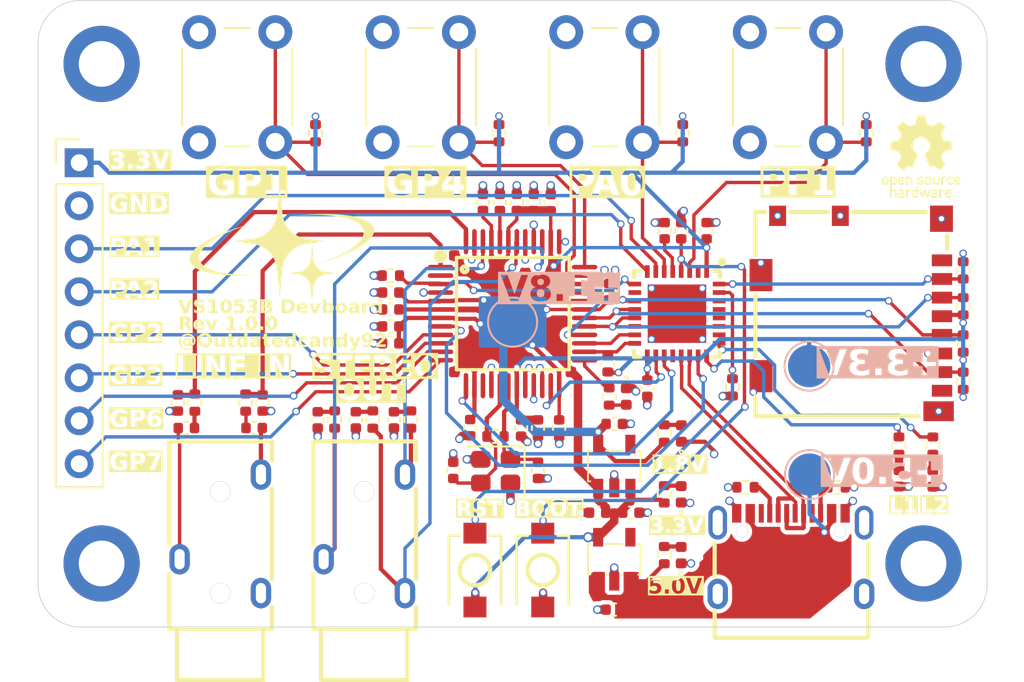
<source format=kicad_pcb>
(kicad_pcb (version 20241229) (generator "pcbnew") (generator_version "9.0")
  (layers (0 "F.Cu" signal) (4 "In1.Cu" signal) (6 "In2.Cu" signal) (2 "B.Cu" signal) (13 "F.Paste" user) (15 "B.Paste" user) (5 "F.SilkS" user "F.Silkscreen") (7 "B.SilkS" user "B.Silkscreen") (1 "F.Mask" user) (3 "B.Mask" user) (25 "Edge.Cuts" user))
  (net 0 "")
  (net 1 "/GBUF")
  (net 2 "/RIGHT")
  (net 3 "/LEFT")
  (net 4 "Net-(U1-RCAP)")
  (net 5 "/xCS")
  (net 6 "/UART_TX")
  (net 7 "+1V8")
  (net 8 "GND")
  (net 9 "Net-(C17-Pad1)")
  (net 10 "Net-(C18-Pad1)")
  (net 11 "+3V3")
  (net 12 "Net-(C19-Pad1)")
  (net 13 "/LINE2")
  (net 14 "/LINE1")
  (net 15 "Net-(C22-Pad1)")
  (net 16 "/DREQ")
  (net 18 "Net-(U1-XTALI)")
  (net 19 "Net-(J2-L)")
  (net 20 "Net-(C23-Pad1)")
  (net 21 "Net-(J2-R)")
  (net 22 "Net-(U2-VDDA)")
  (net 23 "/UART_RX")
  (net 24 "Net-(U1-XTALO)")
  (net 25 "+5V")
  (net 26 "/XRST")
  (net 27 "/NRST")
  (net 28 "Net-(D1-A)")
  (net 29 "Net-(D2-A)")
  (net 30 "Net-(D3-A)")
  (net 31 "/SPI_MISO")
  (net 32 "/SPI_SCK")
  (net 33 "/SPI_MOSI")
  (net 34 "Net-(USB1-CC2)")
  (net 35 "Net-(USB1-CC1)")
  (net 36 "/BOOT0")
  (net 37 "/VS_GP0")
  (net 38 "/VS_GP3")
  (net 39 "/VS_GP4")
  (net 40 "/VS_GP7")
  (net 41 "/VS_GP5")
  (net 42 "/VS_GP1")
  (net 43 "/VS_GP6")
  (net 44 "/VS_GP2")
  (net 46 "/xDCS")
  (net 50 "/USB_DP")
  (net 57 "/PF1")
  (net 58 "/PA0")
  (net 59 "/PA1")
  (net 60 "/PA2")
  (net 61 "/USB_DN")
  (net 62 "/CS_SD")
  (net 68 "Net-(D4-A)")
  (net 70 "Net-(D5-A)")
  (net 71 "Net-(D6-A)")
  (net 72 "/LED2")
  (net 73 "/LED1")
  (footprint "Resistor_SMD:R_0402_1005Metric" (layer "F.Cu") (at 110.819999 111.25 180)
    (property "Reference" "R6" (hide yes))
    (property "Value" "100K")
  )
  (footprint "Capacitor_SMD:C_0402_1005Metric" (layer "F.Cu") (at 106.5 119.77 -90)
    (property "Reference" "C18" (hide yes))
    (property "Value" "10nF")
  )
  (footprint "Button_Switch_THT:SW_PUSH_6mm" (layer "F.Cu") (at 110.333333 103.375 90)
    (property "Reference" "SW4" (hide yes))
    (property "Value" "SW_Push")
  )
  (footprint "Capacitor_SMD:C_0402_1005Metric" (layer "F.Cu") (at 114.5 122.75 -90)
    (property "Reference" "C9" (hide yes))
    (property "Value" "LC")
  )
  (footprint "easyeda2kicad:SW-SMD_L3.9-W3.0-P4.45" (layer "F.Cu") (at 115.78 128.64 -90)
    (property "Reference" "SW1" (hide yes))
    (property "Value" "SW_Push")
  )
  (footprint "MountingHole:MountingHole_2.7mm_M2.5_ISO7380_Pad_TopBottom" (layer "F.Cu") (at 93.75 128.25)
    (property "Reference" "H1" (hide yes))
    (property "Value" "MountingHole")
  )
  (footprint "Resistor_SMD:R_0402_1005Metric" (layer "F.Cu") (at 112 119.75 -90)
    (property "Reference" "R5" (hide yes))
    (property "Value" "20R")
  )
  (footprint "Capacitor_SMD:C_0402_1005Metric" (layer "F.Cu") (at 119.5 122.75 90)
    (property "Reference" "C14" (hide yes))
    (property "Value" "LC")
  )
  (footprint "Resistor_SMD:R_0402_1005Metric" (layer "F.Cu") (at 109.75 119.75 -90)
    (property "Reference" "R3" (hide yes))
    (property "Value" "10R")
  )
  (footprint "easyeda2kicad:LQFP-48_L7.0-W7.0-P0.50-LS9.0-BL" (layer "F.Cu") (at 118 113.5 -90)
    (property "Reference" "U1" (hide yes))
    (property "Value" "VS1053B")
  )
  (footprint "LED_SMD:LED_0402_1005Metric" (layer "F.Cu") (at 127.95 127.757501 90)
    (property "Reference" "D1" (hide yes))
    (property "Value" "LED")
  )
  (footprint "Resistor_SMD:R_0402_1005Metric" (layer "F.Cu") (at 123.7 118.389999 -90)
    (property "Reference" "R22" (hide yes))
    (property "Value" "10K")
  )
  (footprint "easyeda2kicad:SW-SMD_L3.9-W3.0-P4.45" (layer "F.Cu") (at 119.78 128.64 -90)
    (property "Reference" "SW2" (hide yes))
    (property "Value" "SW_Push")
  )
  (footprint "Capacitor_SMD:C_0402_1005Metric" (layer "F.Cu") (at 119.5 120.25 -90)
    (property "Reference" "C10" (hide yes))
    (property "Value" "10Uf 6V3")
  )
  (footprint "Capacitor_SMD:C_0402_1005Metric" (layer "F.Cu") (at 116.25 106.925 90)
    (property "Reference" "C11" (hide yes))
    (property "Value" "100nF")
  )
  (footprint "easyeda2kicad:USB-C-SMD_TYPE-C-6PIN-2MD-073" (layer "F.Cu") (at 134.425 127.6675)
    (property "Reference" "USB1" (hide yes))
    (property "Value" "TYPE-C 16PIN 2MD(073)")
  )
  (footprint "Capacitor_SMD:C_0402_1005Metric" (layer "F.Cu") (at 126.975 108.6 90)
    (property "Reference" "C25" (hide yes))
    (property "Value" "100nF")
  )
  (footprint "Button_Switch_THT:SW_PUSH_6mm" (layer "F.Cu") (at 99.5 103.375 90)
    (property "Reference" "SW3" (hide yes))
    (property "Value" "SW_Push")
  )
  (footprint "MountingHole:MountingHole_2.7mm_M2.5_ISO7380_Pad_TopBottom" (layer "F.Cu") (at 142.25 128.25)
    (property "Reference" "H4" (hide yes))
    (property "Value" "MountingHole")
  )
  (footprint "Capacitor_SMD:C_0402_1005Metric" (layer "F.Cu") (at 98.75 120.25 180)
    (property "Reference" "C23" (hide yes))
    (property "Value" "1uF")
  )
  (footprint "LED_SMD:LED_0402_1005Metric" (layer "F.Cu") (at 124.71 118.389999 -90)
    (property "Reference" "D4" (hide yes))
    (property "Value" "LED")
  )
  (footprint "Button_Switch_THT:SW_PUSH_6mm" (layer "F.Cu") (at 121.166667 103.375 90)
    (property "Reference" "SW5" (hide yes))
    (property "Value" "SW_Push")
  )
  (footprint "Resistor_SMD:R_0402_1005Metric" (layer "F.Cu") (at 131.75 123.75 180)
    (property "Reference" "R14" (hide yes))
    (property "Value" "5.1K")
  )
  (footprint "Button_Switch_THT:SW_PUSH_6mm" (layer "F.Cu") (at 132 103.375 90)
    (property "Reference" "SW6" (hide yes))
    (property "Value" "SW_Push")
  )
  (footprint "Capacitor_SMD:C_0402_1005Metric" (layer "F.Cu") (at 127.95 108.6 -90)
    (property "Reference" "C31" (hide yes))
    (property "Value" "100nF")
  )
  (footprint "Capacitor_SMD:C_0402_1005Metric" (layer "F.Cu") (at 125.95 117.9 -90)
    (property "Reference" "C26" (hide yes))
    (property "Value" "100nF")
  )
  (footprint "MountingHole:MountingHole_2.7mm_M2.5_ISO7380_Pad_TopBottom" (layer "F.Cu") (at 93.75 98.75)
    (property "Reference" "H2" (hide yes))
    (property "Value" "MountingHole")
  )
  (footprint "Capacitor_SMD:C_0402_1005Metric" (layer "F.Cu") (at 110.81 115.25 180)
    (property "Reference" "C5" (hide yes))
    (property "Value" "10Uf 6V3")
  )
  (footprint "Capacitor_SMD:C_0402_1005Metric" (layer "F.Cu") (at 123.7 112.2 90)
    (property "Reference" "C4" (hide yes))
    (property "Value" "100nF")
  )
  (footprint "easyeda2kicad:SIM-SMD_8P-1040310811" (layer "F.Cu") (at 138 113.49 90)
    (property "Reference" "SIM1" (hide yes))
    (property "Value" "1040310811")
  )
  (footprint "Resistor_SMD:R_0402_1005Metric" (layer "F.Cu") (at 102.25 118.75 90)
    (property "Reference" "R7" (hide yes))
    (property "Value" "470R")
  )
  (footprint "Capacitor_SMD:C_0402_1005Metric" (layer "F.Cu") (at 124 120.01)
    (property "Reference" "C30" (hide yes))
    (property "Value" "1uF")
  )
  (footprint "Connector_PinHeader_2.54mm:PinHeader_1x08_P2.54mm_Vertical" (layer "F.Cu") (at 92.425 104.585)
    (property "Reference" "J4" (hide yes))
    (property "Value" "Conn_01x08")
  )
  (footprint "Capacitor_SMD:C_0402_1005Metric" (layer "F.Cu") (at 117.25 106.925 90)
    (property "Reference" "C16" (hide yes))
    (property "Value" "1uF")
  )
  (footprint "LED_SMD:LED_0402_1005Metric" (layer "F.Cu") (at 127.95 124.166251 90)
    (property "Reference" "D2" (hide yes))
    (property "Value" "LED")
  )
  (footprint "Capacitor_SMD:C_0402_1005Metric" (layer "F.Cu") (at 124.98 125.25)
    (property "Reference" "C29" (hide yes))
    (property "Value" "1uF")
  )
  (footprint "Capacitor_SMD:C_0402_1005Metric" (layer "F.Cu") (at 115.5 120.23 -90)
    (property "Reference" "C7" (hide yes))
    (property "Value" "100nF")
  )
  (footprint "Capacitor_SMD:C_0402_1005Metric" (layer "F.Cu") (at 102.75 120.25)
    (property "Reference" "C22" (hide yes))
    (property "Value" "1uF")
  )
  (footprint "Resistor_SMD:R_0402_1005Metric" (layer "F.Cu") (at 140.8 121.290001 -90)
    (property "Reference" "R25" (hide yes))
    (property "Value" "10K")
  )
  (footprint "Capacitor_SMD:C_0402_1005Metric" (layer "F.Cu") (at 120.75 120.25 -90)
    (property "Reference" "C1" (hide yes))
    (property "Value" "100nF")
  )
  (footprint "LED_SMD:LED_0402_1005Metric" (layer "F.Cu") (at 140.8 123.2225 90)
    (property "Reference" "D6" (hide yes))
    (property "Value" "LED")
  )
  (footprint "easyeda2kicad:UFQFPN-32_L5.0-W5.0-P0.50-TL-EP3.5" (layer "F.Cu") (at 127.7 113.5 -90)
    (property "Reference" "U2" (hide yes))
    (property "Value" "STM32F042K6U6TR")
  )
  (footprint "LED_SMD:LED_0402_1005Metric" (layer "F.Cu") (at 142.8 123.232501 90)
    (property "Reference" "D5" (hide yes))
    (property "Value" "LED")
  )
  (footprint "Resistor_SMD:R_0402_1005Metric" (layer "F.Cu") (at 126.95 124.166251 90)
    (property "Reference" "R16" (hide yes))
    (property "Value" "10K")
  )
  (footprint "Resistor_SMD:R_0402_1005Metric" (layer "F.Cu") (at 126.95 127.757501 90)
    (property "Reference" "R15" (hide yes))
    (property "Value" "10K")
  )
  (footprint "Capacitor_SMD:C_0402_1005Metric" (layer "F.Cu") (at 118.25 106.925 90)
    (property "Reference" "C13" (hide yes))
    (property "Value" "100nF")
  )
  (footprint "Capacitor_SMD:C_0402_1005Metric" (layer "F.Cu") (at 123.02 125.25 180)
    (property "Reference" "C28" (hide yes))
    (property "Value" "1uF")
  )
  (footprint "Resistor_SMD:R_0402_1005Metric" (layer "F.Cu") (at 138.87 102.84 90)
    (property "Reference" "R21" (hide yes))
    (property "Value" "50K")
  )
  (footprint "LED_SMD:LED_0402_1005Metric" (layer "F.Cu") (at 127.96 120.575 90)
    (property "Reference" "D3" (hide yes))
    (property "Value" "LED")
  )
  (footprint "easyeda2kicad:SOT-23-5_L3.0-W1.7-P0.95-LS2.8-BR" (layer "F.Cu") (at 124 128 -90)
    (property "Reference" "U3" (hide yes))
    (property "Value" "LP5907MFX-3.3")
  )
  (footprint "Resistor_SMD:R_0402_1005Metric" (layer "F.Cu") (at 144.59 110.94 -90)
    (property "Reference" "R12" (hide yes))
    (property "Value" "50K")
  )
  (footprint "Resistor_SMD:R_0402_1005Metric" (layer "F.Cu") (at 144.59 115.26 90)
    (property "Reference" "R10" (hide yes))
    (property "Value" "50K")
  )
  (footprint "Capacitor_SMD:C_0402_1005Metric" (layer "F.Cu") (at 111 119.77 -90)
    (property "Reference" "C19" (hide yes))
    (property "Value" "10nF")
  )
  (footprint "easyeda2kicad:SOT-23-5_L3.0-W1.7-P0.95-LS2.8-BR" (layer "F.Cu") (at 124 122.5 -90)
    (property "Reference" "U4" (hide yes))
    (property "Value" "LP5907MFX-1.8")
  )
  (footprint "Capacitor_SMD:C_0402_1005Metric" (layer "F.Cu") (at 103.25 118.77 90)
    (property "Reference" "C21" (hide yes))
    (property "Value" "10nF/NP0")
  )
  (footprint "Resistor_SMD:R_0402_1005Metric" (layer "F.Cu") (at 142.8 121.290001 -90)
    (property "Reference" "R24" (hide yes))
    (property "Value" "10K")
  )
  (footprint "Resistor_SMD:R_0402_1005Metric" (layer "F.Cu") (at 123.62 116.43 90)
    (property "Reference" "R23" (hide yes))
    (property "Value" "100K")
  )
  (footprint "Resistor_SMD:R_0402_1005Metric" (layer "F.Cu") (at 117.2 102.84 90)
    (property "Reference" "R19" (hide yes))
    (property "Value" "50K")
  )
  (footprint "Capacitor_SMD:C_0402_1005Metric" (layer "F.Cu") (at 98.25 118.77 90)
    (property "Reference" "C20" (hide yes))
    (property "Value" "10nF/NP0")
  )
  (footprint "Resistor_SMD:R_0402_1005Metric" (layer "F.Cu") (at 116.99 120.75)
    (property "Reference" "R1" (hide yes))
    (property "Value" "1M")
  )
  (footprint "Capacitor_SMD:C_0402_1005Metric" (layer "F.Cu") (at 118.5 120.25 -90)
    (property "Reference" "C8" (hide yes))
    (property "Value" "100nF")
  )
  (footprint "MountingHole:MountingHole_2.7mm_M2.5_ISO7380_Pad_TopBottom" (layer "F.Cu") (at 142.25 98.75)
    (property "Reference" "H3" (hide yes))
    (property "Value" "MountingHole")
  )
  (footprint "Resistor_SMD:R_0402_1005Metric" (layer "F.Cu") (at 144.59 113.06 90)
    (property "Reference" "R11" (hide yes))
    (property "Value" "50K")
  )
  (footprint "easyeda2kicad:AUDIO-TH_PJ-3200" (layer "F.Cu") (at 100.75 126.5 90)
    (property "Reference" "J2" (hide yes))
    (property "Value" "Black headphone jack")
  )
  (footprint "Crystal:Crystal_SMD_2520-4Pin_2.5x2.0mm" (layer "F.Cu") (at 117 122.8 180)
    (property "Reference" "Y1" (hide yes))
    (property "Value" "Crystal_GND24")
  )
  (footprint "Resistor_SMD:R_0402_1005Metric" (layer "F.Cu") (at 128.04 102.84 90)
    (property "Reference" "R20" (hide yes))
    (property "Value" "50K")
  )
  (footprint "Resistor_SMD:R_0402_1005Metric" (layer "F.Cu") (at 99.25 118.75 90)
    (property "Reference" "R8" (hide yes))
    (property "Value" "470R")
  )
  (footprint "easyeda2kicad:AUDIO-TH_PJ-3200" (layer "F.Cu") (at 109.25 126.5 90)
    (property "Reference" "J1" (hide yes))
    (property "Value" "Black headphone jack")
  )
  (footprint "Resistor_SMD:R_0402_1005Metric" (layer "F.Cu") (at 106.37 102.84 90)
    (property "Reference" "R2" (hide yes))
    (property "Value" "50K")
  )
  (footprint "Capacitor_SMD:C_0402_1005Metric" (layer "F.Cu") (at 120.25 106.945 90)
    (property "Reference" "C12" (hide yes))
    (property "Value" "100nF")
  )
  (footprint "Capacitor_SMD:C_0402_1005Metric" (layer "F.Cu") (at 129.45 108.6 90)
    (property "Reference" "C24" (hide yes))
    (property "Value" "100nF")
  )
  (footprint "Resistor_SMD:R_0402_1005Metric" (layer "F.Cu") (at 137.120001 123.75)
    (property "Reference" "R13" (hide yes))
    (property "Value" "5.1K")
  )
  (footprint "Capacitor_SMD:C_0402_1005Metric" (layer "F.Cu") (at 108.75 119.77 -90)
    (property "Reference" "C17" (hide yes))
    (property "Value" "47nF")
  )
  (footprint "Capacitor_SMD:C_0402_1005Metric" (layer "F.Cu") (at 124 130.975 180)
    (property "Reference" "C27" (hide yes))
    (property "Value" "1uF")
  )
  (footprint "Capacitor_SMD:C_0402_1005Metric" (layer "F.Cu") (at 110.81 113.25 180)
    (property "Reference" "C6" (hide yes))
    (property "Value" "100nF")
  )
  (footprint "Resistor_SMD:R_0402_1005Metric" (layer "F.Cu") (at 107.5 119.75 -90)
    (property "Reference" "R4" (hide yes))
    (property "Value" "20R")
  )
  (footprint "Capacitor_SMD:C_0402_1005Metric" (layer "F.Cu") (at 110.81 114.25 180)
    (property "Reference" "C2" (hide yes))
    (property "Value" "100nF")
  )
  (footprint "Capacitor_SMD:C_0402_1005Metric" (layer "F.Cu") (at 110.81 112.25 180)
    (property "Reference" "C3" (hide yes))
    (property "Value" "100nF")
  )
  (footprint "Resistor_SMD:R_0402_1005Metric" (layer "F.Cu") (at 126.95 120.575 90)
    (property "Reference" "R17" (hide yes))
    (property "Value" "10K")
  )
  (footprint "Resistor_SMD:R_0402_1005Metric" (layer "F.Cu") (at 144.59 117.459999 90)
    (property "Reference" "R9" (hide yes))
    (property "Value" "50K")
  )
  (footprint "Resistor_SMD:R_0402_1005Metric" (layer "F.Cu") (at 130.975 117.85 -90)
    (property "Reference" "R18" (hide yes))
    (property "Value" "10K")
  )
  (footprint "Capacitor_SMD:C_0402_1005Metric" (layer "F.Cu") (at 119.25 106.925 90)
    (property "Reference" "C15" (hide yes))
    (property "Value" "10Uf 6V3")
  )
  (footprint "TestPoint:TestPoint_Pad_D2.5mm" (layer "B.Cu") (at 135.5 116.595156 180)
    (property "Reference" "TP2" (hide yes))
    (property "Value" "TestPoint")
  )
  (footprint "TestPoint:TestPoint_Pad_D2.5mm" (layer "B.Cu") (at 118 114 180)
    (property "Reference" "TP3" (hide yes))
    (property "Value" "TestPoint")
  )
  (footprint "TestPoint:TestPoint_Pad_D2.5mm" (layer "B.Cu") (at 135.525 123 180)
    (property "Reference" "TP1" (hide yes))
    (property "Value" "TestPoint")
  )
  (gr_poly (pts (xy 141.455498 106.162468) (xy 141.462597 106.162961) (xy 141.469549 106.163771) (xy 141.476361 106.164891) (xy 141.483037 106.166312) (xy 141.489584 106.168026) (xy 141.496007 106.170024) (xy 141.502312 106.172298) (xy 141.508504 106.17484) (xy 141.51459 106.17764) (xy 141.520575 106.180691) (xy 141.526464 106.183985) (xy 141.532264 106.187511) (xy 141.537981 106.191264) (xy 141.543619 106.195233) (xy 141.549184 106.19941) (xy 141.478739 106.283217) (xy 141.474534 106.280126) (xy 141.470462 106.277275) (xy 141.4665 106.274657) (xy 141.462627 106.272269) (xy 141.458821 106.270103) (xy 141.455058 106.268154) (xy 141.451317 106.266417) (xy 141.447576 106.264886) (xy 141.443813 106.263556) (xy 141.440004 106.262422) (xy 141.436129 106.261477) (xy 141.432165 106.260716) (xy 141.42809 106.260134) (xy 141.423881 106.259725) (xy 141.419517 106.259484) (xy 141.414974 106.259404) (xy 141.406078 106.259765) (xy 141.39727 106.260855) (xy 141.388615 106.262689) (xy 141.380183 106.265279) (xy 141.376071 106.266862) (xy 141.372039 106.26864) (xy 141.368096 106.270614) (xy 141.364251 106.272785) (xy 141.360511 106.275156) (xy 141.356886 106.277728) (xy 141.353383 106.280502) (xy 141.350011 106.283481) (xy 141.346778 106.286667) (xy 141.343693 106.29006) (xy 141.340765 106.293663) (xy 141.338 106.297477) (xy 141.335409 106.301504) (xy 141.332999 106.305746) (xy 141.330779 106.310204) (xy 141.328756 106.31488) (xy 141.326941 106.319776) (xy 141.32534 106.324893) (xy 141.323962 106.330234) (xy 141.322816 106.335799) (xy 141.32191 106.341591) (xy 141.321253 106.347611) (xy 141.320852 106.353861) (xy 141.320717 106.360343) (xy 141.320717 106.650723) (xy 141.223615 106.650723) (xy 141.223549 106.650723) (xy 141.223549 106.168057) (xy 141.320651 106.168057) (xy 141.320651 106.219452) (xy 141.322569 106.219452) (xy 141.32843 106.212532) (xy 141.334597 106.206058) (xy 141.341061 106.20003) (xy 141.347815 106.194449) (xy 141.354848 106.189315) (xy 141.362154 106.184626) (xy 141.369722 106.180385) (xy 141.377544 106.17659) (xy 141.385613 106.173241) (xy 141.393918 106.170339) (xy 141.402452 106.167883) (xy 141.411205 106.165874) (xy 141.42017 106.164311) (xy 141.429338 106.163195) (xy 141.438699 106.162525) (xy 141.448246 106.162302)) (fill yes) (layer "F.SilkS"))
  (gr_poly (pts (xy 141.438656 105.400009) (xy 141.445778 105.400518) (xy 141.460082 105.402549) (xy 141.47435 105.405921) (xy 141.488441 105.410625) (xy 141.495376 105.413474) (xy 141.502213 105.416652) (xy 141.508936 105.420158) (xy 141.515527 105.423992) (xy 141.521967 105.428151) (xy 141.52824 105.432634) (xy 141.534328 105.437441) (xy 141.540213 105.44257) (xy 141.545878 105.44802) (xy 141.551305 105.453789) (xy 141.556477 105.459877) (xy 141.561375 105.466283) (xy 141.565982 105.473004) (xy 141.570282 105.48004) (xy 141.574255 105.48739) (xy 141.577885 105.495052) (xy 141.581153 105.503026) (xy 141.584043 105.51131) (xy 141.586537 105.519902) (xy 141.588616 105.528802) (xy 141.590264 105.538008) (xy 141.591463 105.54752) (xy 141.592196 105.557335) (xy 141.592444 105.567453) (xy 141.592444 105.88826) (xy 141.495342 105.88826) (xy 141.495342 105.60079) (xy 141.495225 105.594708) (xy 141.494879 105.58879) (xy 141.494307 105.583038) (xy 141.493514 105.577454) (xy 141.492505 105.57204) (xy 141.491285 105.566798) (xy 141.489857 105.561729) (xy 141.488226 105.556837) (xy 141.486397 105.552121) (xy 141.484375 105.547585) (xy 141.482163 105.543231) (xy 141.479767 105.539059) (xy 141.477191 105.535073) (xy 141.47444 105.531274) (xy 141.471517 105.527663) (xy 141.468429 105.524243) (xy 141.465178 105.521016) (xy 141.46177 105.517983) (xy 141.45821 105.515147) (xy 141.454501 105.512509) (xy 141.450649 105.510071) (xy 141.446657 105.507836) (xy 141.442531 105.505804) (xy 141.438275 105.503978) (xy 141.433894 105.50236) (xy 141.429392 105.500951) (xy 141.424773 105.499754) (xy 141.420042 105.49877) (xy 141.415204 105.498002) (xy 141.410263 105.497451) (xy 141.405224 105.497119) (xy 141.400092 105.497008) (xy 141.394956 105.497119) (xy 141.38991 105.497451) (xy 141.384957 105.498002) (xy 141.380102 105.49877) (xy 141.37535 105.499754) (xy 141.370707 105.500951) (xy 141.366176 105.50236) (xy 141.361763 105.503978) (xy 141.357474 105.505804) (xy 141.353311 105.507836) (xy 141.349282 105.510071) (xy 141.345389 105.512509) (xy 141.341639 105.515147) (xy 141.338037 105.517983) (xy 141.334586 105.521016) (xy 141.331292 105.524243) (xy 141.32816 105.527663) (xy 141.325195 105.531274) (xy 141.322401 105.535073) (xy 141.319783 105.539059) (xy 141.317347 105.543231) (xy 141.315098 105.547585) (xy 141.313039 105.552121) (xy 141.311176 105.556837) (xy 141.309514 105.561729) (xy 141.308058 105.566798) (xy 141.306813 105.57204) (xy 141.305783 105.577454) (xy 141.304973 105.583038) (xy 141.304389 105.58879) (xy 141.304035 105.594708) (xy 141.303916 105.60079) (xy 141.303916 105.88826) (xy 141.206814 105.88826) (xy 141.20688 105.88826) (xy 141.20688 105.405594) (xy 141.303982 105.405594) (xy 141.303982 105.45699) (xy 141.3059 105.45699) (xy 141.311761 105.450069) (xy 141.317928 105.443595) (xy 141.324393 105.437568) (xy 141.331146 105.431987) (xy 141.33818 105.426852) (xy 141.345485 105.422164) (xy 141.353053 105.417922) (xy 141.360876 105.414127) (xy 141.368944 105.410778) (xy 141.377249 105.407876) (xy 141.385783 105.405421) (xy 141.394536 105.403411) (xy 141.403501 105.401849) (xy 141.412669 105.400732) (xy 141.42203 105.400063) (xy 141.431577 105.399839)) (fill yes) (layer "F.SilkS"))
  (gr_poly (pts (xy 140.934918 105.40007) (xy 140.944772 105.400758) (xy 140.954514 105.401896) (xy 140.964129 105.40348) (xy 140.973603 105.405502) (xy 140.982923 105.407956) (xy 140.992072 105.410838) (xy 141.001038 105.414139) (xy 141.009806 105.417855) (xy 141.018361 105.42198) (xy 141.02669 105.426506) (xy 141.034778 105.431428) (xy 141.042611 105.43674) (xy 141.050174 105.442436) (xy 141.057453 105.44851) (xy 141.064435 105.454956) (xy 141.071104 105.461766) (xy 141.077446 105.468936) (xy 141.083447 105.47646) (xy 141.089093 105.48433) (xy 141.09437 105.492542) (xy 141.099262 105.501089) (xy 141.103757 105.509964) (xy 141.107839 105.519162) (xy 141.111494 105.528677) (xy 141.114708 105.538503) (xy 141.117468 105.548633) (xy 141.119757 105.559061) (xy 141.121563 105.569781) (xy 141.12287 105.580788) (xy 141.123665 105.592074) (xy 141.123933 105.603635) (xy 141.123933 105.683605) (xy 140.823102 105.683605) (xy 140.823243 105.690901) (xy 140.823663 105.697968) (xy 140.824357 105.704807) (xy 140.825318 105.711416) (xy 140.826542 105.717795) (xy 140.828022 105.723945) (xy 140.829753 105.729865) (xy 140.83173 105.735556) (xy 140.833946 105.741016) (xy 140.836397 105.746246) (xy 140.839077 105.751245) (xy 140.84198 105.756014) (xy 140.8451 105.760551) (xy 140.848433 105.764858) (xy 140.851972 105.768934) (xy 140.855712 105.772778) (xy 140.859647 105.776391) (xy 140.863772 105.779772) (xy 140.868081 105.782921) (xy 140.872569 105.785837) (xy 140.87723 105.788522) (xy 140.882058 105.790974) (xy 140.887049 105.793193) (xy 140.892195 105.79518) (xy 140.897493 105.796933) (xy 140.902935 105.798454) (xy 140.908517 105.79974) (xy 140.914234 105.800794) (xy 140.920078 105.801613) (xy 140.926046 105.802199) (xy 140.932131 105.80255) (xy 140.938328 105.802668) (xy 140.945315 105.802467) (xy 140.952349 105.801871) (xy 140.959407 105.800886) (xy 140.96647 105.79952) (xy 140.973516 105.797779) (xy 140.980524 105.79567) (xy 140.987474 105.793202) (xy 140.994345 105.790381) (xy 141.001116 105.787214) (xy 141.007766 105.783709) (xy 141.014274 105.779872) (xy 141.02062 105.775711) (xy 141.026783 105.771233) (xy 141.032742 105.766446) (xy 141.038475 105.761355) (xy 141.043963 105.755969) (xy 141.114408 105.815897) (xy 141.105314 105.825875) (xy 141.095904 105.835108) (xy 141.086194 105.84361) (xy 141.076199 105.851393) (xy 141.065938 105.858474) (xy 141.055427 105.864865) (xy 141.044681 105.87058) (xy 141.033718 105.875635) (xy 141.022555 105.880042) (xy 141.011207 105.883816) (xy 140.999691 105.88697) (xy 140.988025 105.88952) (xy 140.976224 105.891479) (xy 140.964305 105.89286) (xy 140.952285 105.893679) (xy 140.94018 105.893949) (xy 140.921456 105.893366) (xy 140.902547 105.891516) (xy 140.883644 105.888249) (xy 140.86494 105.883414) (xy 140.846627 105.876861) (xy 140.837677 105.872894) (xy 140.828897 105.86844) (xy 140.820311 105.863481) (xy 140.811943 105.857999) (xy 140.803817 105.851975) (xy 140.795957 105.84539) (xy 140.788387 105.838224) (xy 140.781132 105.83046) (xy 140.774214 105.822078) (xy 140.767659 105.813059) (xy 140.76149 105.803385) (xy 140.755731 105.793038) (xy 140.750407 105.781997) (xy 140.745541 105.770245) (xy 140.741157 105.757762) (xy 140.73728 105.74453) (xy 140.733933 105.73053) (xy 140.731141 105.715743) (xy 140.728928 105.70015) (xy 140.727317 105.683733) (xy 140.726333 105.666472) (xy 140.726 105.648349) (xy 140.726306 105.631138) (xy 140.727209 105.614656) (xy 140.728236 105.603701) (xy 140.823102 105.603701) (xy 141.026831 105.603701) (xy 141.02645 105.596925) (xy 141.025845 105.59035) (xy 141.02502 105.583979) (xy 141.023979 105.577811) (xy 141.022726 105.571848) (xy 141.021266 105.56609) (xy 141.019603 105.560539) (xy 141.017742 105.555195) (xy 141.015687 105.550058) (xy 141.013442 105.545131) (xy 141.011012 105.540413) (xy 141.008402 105.535907) (xy 141.005615 105.531611) (xy 141.002655 105.527528) (xy 140.999529 105.523658) (xy 140.996238 105.520002) (xy 140.992789 105.516561) (xy 140.989186 105.513336) (xy 140.985432 105.510327) (xy 140.981533 105.507536) (xy 140.977492 105.504963) (xy 140.973314 105.502609) (xy 140.969003 105.500476) (xy 140.964565 105.498563) (xy 140.960002 105.496873) (xy 140.95532 105.495404) (xy 140.950524 105.49416) (xy 140.945616 105.49314) (xy 140.940602 105.492344) (xy 140.935486 105.491776) (xy 140.930273 105.491434) (xy 140.924966 105.491319) (xy 140.919657 105.491434) (xy 140.914436 105.491776) (xy 140.909308 105.492344) (xy 140.904279 105.49314) (xy 140.899352 105.49416) (xy 140.894533 105.495404) (xy 140.889826 105.496873) (xy 140.885237 105.498563) (xy 140.880771 105.500476) (xy 140.876432 105.502609) (xy 140.872225 105.504963) (xy 140.868156 105.507536) (xy 140.864228 105.510327) (xy 140.860448 105.513335) (xy 140.856819 105.516561) (xy 140.853347 105.520002) (xy 140.850036 105.523658) (xy 140.846893 105.527528) (xy 140.84392 105.531611) (xy 140.841124 105.535906) (xy 140.838509 105.540413) (xy 140.83608 105.545131) (xy 140.833842 105.550058) (xy 140.8318 105.555194) (xy 140.829959 105.560539) (xy 140.828323 105.56609) (xy 140.826898 105.571848) (xy 140.825688 105.577811) (xy 140.824699 105.583979) (xy 140.823935 105.59035) (xy 140.823401 105.596925) (xy 140.823102 105.603701) (xy 140.728236 105.603701) (xy 140.728688 105.598891) (xy 140.730721 105.583831) (xy 140.733287 105.569466) (xy 140.736363 105.555781) (xy 140.739929 105.542766) (xy 140.743963 105.530408) (xy 140.748443 105.518696) (xy 140.753348 105.507617) (xy 140.758656 105.49716) (xy 140.764345 105.487311) (xy 140.770394 105.478061) (xy 140.776781 105.469396) (xy 140.783485 105.461304) (xy 140.790484 105.453773) (xy 140.797756 105.446792) (xy 140.80528 105.440348) (xy 140.813034 105.43443) (xy 140.820997 105.429025) (xy 140.829147 105.424121) (xy 140.837462 105.419707) (xy 140.845922 105.41577) (xy 140.854503 105.412299) (xy 140.863186 105.40928) (xy 140.871947 105.406704) (xy 140.880766 105.404556) (xy 140.88962 105.402826) (xy 140.907351 105.40057) (xy 140.924966 105.399839)) (fill yes) (layer "F.SilkS"))
  (gr_poly (pts (xy 142.337871 101.790816) (xy 142.33889 101.790892) (xy 142.339905 101.791017) (xy 142.340913 101.79119) (xy 142.341914 101.791409) (xy 142.342905 101.791674) (xy 142.343886 101.791982) (xy 142.344854 101.792334) (xy 142.345808 101.792727) (xy 142.346747 101.79316) (xy 142.347669 101.793633) (xy 142.348573 101.794143) (xy 142.349457 101.79469) (xy 142.350319 101.795272) (xy 142.351158 101.795888) (xy 142.351972 101.796537) (xy 142.35276 101.797218) (xy 142.35352 101.797929) (xy 142.354252 101.798669) (xy 142.354952 101.799437) (xy 142.35562 101.800232) (xy 142.356255 101.801051) (xy 142.356854 101.801895) (xy 142.357415 101.802762) (xy 142.357939 101.803651) (xy 142.358422 101.80456) (xy 142.358864 101.805487) (xy 142.359263 101.806433) (xy 142.359618 101.807396) (xy 142.359926 101.808373) (xy 142.360186 101.809365) (xy 142.360397 101.81037) (xy 142.445461 102.267438) (xy 142.445671 102.268451) (xy 142.445927 102.269467) (xy 142.446228 102.270485) (xy 142.446574 102.271504) (xy 142.447389 102.273533) (xy 142.448362 102.275544) (xy 142.44948 102.277521) (xy 142.450731 102.279452) (xy 142.452105 102.281324) (xy 142.453588 102.283123) (xy 142.45517 102.284835) (xy 142.456839 102.286449) (xy 142.458583 102.28795) (xy 142.46039 102.289325) (xy 142.462249 102.290561) (xy 142.464147 102.291644) (xy 142.465107 102.292125) (xy 142.466074 102.292562) (xy 142.467044 102.292955) (xy 142.468016 102.293301) (xy 142.774338 102.418713) (xy 142.776237 102.419561) (xy 142.778252 102.420268) (xy 142.780365 102.420838) (xy 142.782557 102.42127) (xy 142.784813 102.421567) (xy 142.787113 102.421729) (xy 142.789439 102.421759) (xy 142.791775 102.421657) (xy 142.794103 102.421424) (xy 142.796404 102.421063) (xy 142.798661 102.420575) (xy 142.800857 102.41996) (xy 142.802973 102.41922) (xy 142.804992 102.418357) (xy 142.806896 102.417372) (xy 142.808667 102.416266) (xy 143.190528 102.154196) (xy 143.191384 102.153635) (xy 143.192267 102.153118) (xy 143.193174 102.152645) (xy 143.194103 102.152216) (xy 143.195052 102.15183) (xy 143.196019 102.151487) (xy 143.197002 102.151186) (xy 143.197999 102.150929) (xy 143.199008 102.150714) (xy 143.200027 102.150542) (xy 143.202088 102.150323) (xy 143.204166 102.150271) (xy 143.206245 102.150384) (xy 143.208309 102.150661) (xy 143.210343 102.1511) (xy 143.212331 102.151699) (xy 143.213302 102.152058) (xy 143.214256 102.152457) (xy 143.21519 102.152894) (xy 143.216103 102.153371) (xy 143.216993 102.153887) (xy 143.217857 102.154441) (xy 143.218694 102.155034) (xy 143.219501 102.155665) (xy 143.220277 102.156334) (xy 143.22102 102.15704) (xy 143.542621 102.478641) (xy 143.543334 102.47939) (xy 143.544007 102.480171) (xy 143.544642 102.480983) (xy 143.545237 102.481824) (xy 143.545793 102.482691) (xy 143.546309 102.483583) (xy 143.547224 102.485435) (xy 143.547979 102.487362) (xy 143.548573 102.489351) (xy 143.549007 102.491385) (xy 143.549277 102.49345) (xy 143.549385 102.495529) (xy 143.549327 102.497607) (xy 143.549104 102.49967) (xy 143.548714 102.5017) (xy 143.548156 102.503684) (xy 143.547814 102.504654) (xy 143.54743 102.505606) (xy 143.547003 102.506539) (xy 143.546533 102.50745) (xy 143.546021 102.508338) (xy 143.545466 102.509201) (xy 143.28796 102.884512) (xy 143.286845 102.886293) (xy 143.285856 102.888201) (xy 143.284994 102.890219) (xy 143.284261 102.89233) (xy 143.283657 102.894517) (xy 143.283182 102.896763) (xy 143.282839 102.89905) (xy 143.282627 102.901363) (xy 143.282548 102.903683) (xy 143.282602 102.905994) (xy 143.28279 102.908279) (xy 143.283114 102.91052) (xy 143.283573 102.912701) (xy 143.28417 102.914804) (xy 143.284904 102.916813) (xy 143.285777 102.91871) (xy 143.421243 103.234754) (xy 143.422007 103.236696) (xy 143.42295 103.238621) (xy 143.424057 103.240516) (xy 143.425317 103.24237) (xy 143.426715 103.244172) (xy 143.428238 103.245911) (xy 143.429872 103.247573) (xy 143.431604 103.249149) (xy 143.433421 103.250627) (xy 143.435308 103.251994) (xy 143.437253 103.25324) (xy 143.439243 103.254353) (xy 143.441263 103.255321) (xy 143.4433 103.256134) (xy 143.44534 103.256778) (xy 143.447371 103.257244) (xy 143.889292 103.339397) (xy 143.889622 103.339397) (xy 143.890627 103.339614) (xy 143.891619 103.339879) (xy 143.892597 103.340192) (xy 143.893559 103.34055) (xy 143.894505 103.340952) (xy 143.895432 103.341397) (xy 143.896341 103.341882) (xy 143.897229 103.342408) (xy 143.898096 103.342971) (xy 143.898939 103.343571) (xy 143.900552 103.344875) (xy 143.902058 103.346307) (xy 143.903447 103.347855) (xy 143.904709 103.349509) (xy 143.905833 103.351255) (xy 143.906811 103.353082) (xy 143.907241 103.354022) (xy 143.907631 103.354977) (xy 143.907978 103.355947) (xy 143.908283 103.35693) (xy 143.908543 103.357924) (xy 143.908758 103.358928) (xy 143.908926 103.35994) (xy 143.909045 103.360959) (xy 143.909116 103.361983) (xy 143.909135 103.363011) (xy 143.909135 103.81783) (xy 143.90911 103.818858) (xy 143.909034 103.819883) (xy 143.908909 103.820902) (xy 143.908736 103.821916) (xy 143.908517 103.822921) (xy 143.908252 103.823916) (xy 143.907944 103.824901) (xy 143.907592 103.825873) (xy 143.907199 103.82683) (xy 143.906766 103.827773) (xy 143.906293 103.828697) (xy 143.905783 103.829604) (xy 143.905236 103.830489) (xy 143.904654 103.831354) (xy 143.904038 103.832194) (xy 143.903389 103.83301) (xy 143.902708 103.8338) (xy 143.901997 103.834562) (xy 143.901257 103.835294) (xy 143.900489 103.835995) (xy 143.899695 103.836664) (xy 143.898875 103.837299) (xy 143.898031 103.837899) (xy 143.897164 103.838461) (xy 143.896275 103.838985) (xy 143.895367 103.839469) (xy 143.894439 103.839911) (xy 143.893493 103.84031) (xy 143.89253 103.840664) (xy 143.891553 103.840972) (xy 143.890561 103.841233) (xy 143.889556 103.841444) (xy 143.458484 103.921679) (xy 143.457465 103.921889) (xy 143.456445 103.922146) (xy 143.455424 103.922448) (xy 143.454405 103.922795) (xy 143.452377 103.923614) (xy 143.450373 103.924591) (xy 143.448406 103.925715) (xy 143.446489 103.926974) (xy 143.444635 103.928355) (xy 143.442857 103.929848) (xy 143.441167 103.93144) (xy 143.439578 103.933119) (xy 143.438103 103.934873) (xy 143.436755 103.936692) (xy 143.435546 103.938562) (xy 143.43449 103.940473) (xy 143.433599 103.942412) (xy 143.433219 103.943388) (xy 143.432886 103.944367) (xy 143.298279 104.28052) (xy 143.297444 104.28243) (xy 143.296748 104.284453) (xy 143.296191 104.286571) (xy 143.295769 104.288767) (xy 143.295483 104.291024) (xy 143.29533 104.293324) (xy 143.295309 104.295649) (xy 143.295418 104.297982) (xy 143.295656 104.300307) (xy 143.296021 104.302604) (xy 143.296511 104.304857) (xy 143.297126 104.307049) (xy 143.297862 104.309161) (xy 143.29872 104.311177) (xy 143.299697 104.313079) (xy 143.300792 104.31485) (xy 143.545664 104.67164) (xy 143.546225 104.672497) (xy 143.546742 104.673381) (xy 143.547215 104.674289) (xy 143.547645 104.675219) (xy 143.548031 104.676169) (xy 143.548374 104.677138) (xy 143.548674 104.678123) (xy 143.548931 104.679122) (xy 143.549146 104.680134) (xy 143.549319 104.681155) (xy 143.549537 104.683222) (xy 143.549589 104.685306) (xy 143.549476 104.687391) (xy 143.549199 104.689462) (xy 143.54876 104.691501) (xy 143.548161 104.693494) (xy 143.547802 104.694468) (xy 143.547404 104.695425) (xy 143.546966 104.696362) (xy 143.546489 104.697277) (xy 143.545974 104.698168) (xy 143.545419 104.699034) (xy 143.544827 104.699872) (xy 143.544196 104.70068) (xy 143.543527 104.701457) (xy 143.54282 104.7022) (xy 143.221153 105.023801) (xy 143.220416 105.024507) (xy 143.219646 105.025176) (xy 143.218843 105.025806) (xy 143.218012 105.026397) (xy 143.217152 105.02695) (xy 143.216266 105.027464) (xy 143.214426 105.028375) (xy 143.212506 105.029129) (xy 143.210522 105.029724) (xy 143.208491 105.030158) (xy 143.206427 105.030432) (xy 143.204348 105.030542) (xy 143.202267 105.030489) (xy 143.200202 105.03027) (xy 143.198168 105.029884) (xy 143.196181 105.02933) (xy 143.19521 105.028989) (xy 143.194257 105.028606) (xy 143.193323 105.028181) (xy 143.192411 105.027712) (xy 143.191523 105.0272) (xy 143.19066 105.026645) (xy 142.840153 104.786073) (xy 142.838386 104.784986) (xy 142.836495 104.784033) (xy 142.834497 104.783214) (xy 142.83241 104.78253) (xy 142.830249 104.78198) (xy 142.828033 104.781566) (xy 142.825778 104.781287) (xy 142.823501 104.781145) (xy 142.821219 104.781138) (xy 142.81895 104.781269) (xy 142.81671 104.781537) (xy 142.814517 104.781943) (xy 142.812388 104.782486) (xy 142.810339 104.783168) (xy 142.808388 104.783988) (xy 142.806551 104.784948) (xy 142.651968 104.867498) (xy 142.651046 104.867942) (xy 142.650115 104.868333) (xy 142.649179 104.868671) (xy 142.648237 104.868956) (xy 142.647292 104.869189) (xy 142.646346 104.869371) (xy 142.6454 104.869503) (xy 142.644455 104.869585) (xy 142.643514 104.869617) (xy 142.642578 104.869601) (xy 142.641649 104.869536) (xy 142.640728 104.869425) (xy 142.639817 104.869266) (xy 142.638918 104.869061) (xy 142.638031 104.868811) (xy 142.63716 104.868515) (xy 142.636305 104.868175) (xy 142.635468 104.867791) (xy 142.634651 104.867365) (xy 142.633855 104.866895) (xy 142.633082 104.866384) (xy 142.632334 104.865832) (xy 142.631612 104.865238) (xy 142.630918 104.864605) (xy 142.630254 104.863932) (xy 142.629621 104.863221) (xy 142.62902 104.862471) (xy 142.628455 104.861684) (xy 142.627925 104.86086) (xy 142.627433 104.859999) (xy 142.62698 104.859103) (xy 142.626568 104.858171) (xy 142.307878 104.088036) (xy 142.307505 104.087079) (xy 142.307182 104.086108) (xy 142.306907 104.085124) (xy 142.30668 104.08413) (xy 142.3065 104.083126) (xy 142.306367 104.082115) (xy 142.30628 104.081099) (xy 142.306237 104.08008) (xy 142.30624 104.079058) (xy 142.306286 104.078037) (xy 142.306376 104.077017) (xy 142.306509 104.076001) (xy 142.306684 104.074991) (xy 142.306901 104.073988) (xy 142.307158 104.072995) (xy 142.307456 104.072012) (xy 142.307793 104.071042) (xy 142.30817 104.070086) (xy 142.308585 104.069147) (xy 142.309038 104.068227) (xy 142.309529 104.067326) (xy 142.310056 104.066447) (xy 142.310619 104.065592) (xy 142.311217 104.064763) (xy 142.31185 104.06396) (xy 142.312517 104.063187) (xy 142.313218 104.062445) (xy 142.313952 104.061736) (xy 142.314718 104.061061) (xy 142.315516 104.060422) (xy 142.316345 104.059822) (xy 142.317204 104.059262) (xy 142.355899 104.035582) (xy 142.35869 104.033806) (xy 142.361667 104.031783) (xy 142.364773 104.029555) (xy 142.367955 104.027165) (xy 142.371154 104.024658) (xy 142.374317 104.022076) (xy 142.377387 104.019463) (xy 142.380307 104.016863) (xy 142.405914 103.999345) (xy 142.430352 103.980321) (xy 142.453554 103.959859) (xy 142.475454 103.938024) (xy 142.495985 103.914884) (xy 142.515081 103.890504) (xy 142.532674 103.864952) (xy 142.548698 103.838294) (xy 142.563087 103.810596) (xy 142.575773 103.781926) (xy 142.586691 103.752349) (xy 142.595773 103.721932) (xy 142.602953 103.690742) (xy 142.608164 103.658846) (xy 142.61134 103.626309) (xy 142.612413 103.593199) (xy 142.611758 103.567319) (xy 142.609816 103.541779) (xy 142.606617 103.51661) (xy 142.602193 103.491843) (xy 142.596576 103.467511) (xy 142.589797 103.443644) (xy 142.581889 103.420275) (xy 142.572882 103.397435) (xy 142.562808 103.375156) (xy 142.551699 103.353469) (xy 142.539587 103.332406) (xy 142.526503 103.311999) (xy 142.512479 103.292278) (xy 142.497546 103.273277) (xy 142.481737 103.255026) (xy 142.465081 103.237557) (xy 142.447613 103.220902) (xy 142.429362 103.205093) (xy 142.410361 103.19016) (xy 142.39064 103.176136) (xy 142.370233 103.163052) (xy 142.34917 103.15094) (xy 142.327483 103.139831) (xy 142.305204 103.129757) (xy 142.282364 103.12075) (xy 142.258995 103.112842) (xy 142.235128 103.106063) (xy 142.210796 103.100446) (xy 142.186029 103.096022) (xy 142.16086 103.092823) (xy 142.13532 103.09088) (xy 142.10944 103.090226) (xy 142.08356 103.09088) (xy 142.05802 103.092822) (xy 142.032851 103.096021) (xy 142.008084 103.100443) (xy 141.983752 103.106059) (xy 141.959885 103.112836) (xy 141.936516 103.120743) (xy 141.913676 103.129748) (xy 141.891397 103.13982) (xy 141.86971 103.150926) (xy 141.848647 103.163036) (xy 141.82824 103.176118) (xy 141.80852 103.19014) (xy 141.789518 103.205071) (xy 141.771267 103.220879) (xy 141.753799 103.237533) (xy 141.737144 103.255) (xy 141.721334 103.27325) (xy 141.706401 103.29225) (xy 141.692377 103.311969) (xy 141.679293 103.332377) (xy 141.667181 103.35344) (xy 141.656072 103.375127) (xy 141.645998 103.397407) (xy 141.636992 103.420249) (xy 141.629083 103.44362) (xy 141.622304 103.467489) (xy 141.616687 103.491824) (xy 141.612263 103.516595) (xy 141.609064 103.541768) (xy 141.607122 103.567313) (xy 141.606467 103.593199) (xy 141.606737 103.609821) (xy 141.60754 103.626308) (xy 141.60887 103.642651) (xy 141.610716 103.658843) (xy 141.613071 103.674874) (xy 141.615927 103.690736) (xy 141.619275 103.706422) (xy 141.623107 103.721923) (xy 141.627414 103.73723) (xy 141.632189 103.752335) (xy 141.637423 103.767231) (xy 141.643107 103.781908) (xy 141.649233 103.796359) (xy 141.655793 103.810575) (xy 141.670182 103.838269) (xy 141.686206 103.864924) (xy 141.7038 103.890475) (xy 141.722895 103.914854) (xy 141.743426 103.937996) (xy 141.765326 103.959834) (xy 141.788528 103.980302) (xy 141.812966 103.999334) (xy 141.838573 104.016863) (xy 141.841516 104.019463) (xy 141.844602 104.022076) (xy 141.847776 104.024658) (xy 141.850984 104.027165) (xy 141.85417 104.029554) (xy 141.857279 104.031783) (xy 141.860256 104.033806) (xy 141.863047 104.035582) (xy 141.901742 104.059262) (xy 141.902602 104.059816) (xy 141.90343 104.060412) (xy 141.904228 104.061046) (xy 141.904994 104.061717) (xy 141.905728 104.062423) (xy 141.906429 104.063163) (xy 141.907729 104.064735) (xy 141.908891 104.066418) (xy 141.909908 104.068198) (xy 141.910776 104.070059) (xy 141.91149 104.071987) (xy 141.912046 104.073967) (xy 141.912437 104.075984) (xy 141.91266 104.078023) (xy 141.912709 104.08007) (xy 141.912579 104.08211) (xy 141.912446 104.083122) (xy 141.912266 104.084127) (xy 141.912039 104.085123) (xy 141.911764 104.086107) (xy 141.911441 104.087079) (xy 141.911069 104.088036) (xy 141.592378 104.858171) (xy 141.591967 104.859103) (xy 141.591514 104.859999) (xy 141.591022 104.86086) (xy 141.590492 104.861684) (xy 141.589926 104.862471) (xy 141.589326 104.863221) (xy 141.588692 104.863932) (xy 141.588028 104.864605) (xy 141.587334 104.865238) (xy 141.586612 104.865832) (xy 141.585864 104.866384) (xy 141.585091 104.866895) (xy 141.584296 104.867365) (xy 141.583479 104.867791) (xy 141.582642 104.868175) (xy 141.581787 104.868515) (xy 141.580915 104.868811) (xy 141.580029 104.869061) (xy 141.579129 104.869266) (xy 141.578218 104.869425) (xy 141.577297 104.869536) (xy 141.576368 104.869601) (xy 141.575432 104.869617) (xy 141.574491 104.869585) (xy 141.573547 104.869503) (xy 141.5726 104.869371) (xy 141.571654 104.869189) (xy 141.570709 104.868956) (xy 141.569768 104.868671) (xy 141.568831 104.868333) (xy 141.567901 104.867942) (xy 141.566978 104.867498) (xy 141.412395 104.784948) (xy 141.410559 104.783977) (xy 141.408608 104.783149) (xy 141.406559 104.782461) (xy 141.404429 104.781915) (xy 141.402236 104.781508) (xy 141.399996 104.78124) (xy 141.397727 104.781111) (xy 141.395446 104.78112) (xy 141.393169 104.781266) (xy 141.390914 104.781548) (xy 141.388697 104.781967) (xy 141.386537 104.78252) (xy 141.384449 104.783208) (xy 141.382451 104.78403) (xy 141.38056 104.784985) (xy 141.378793 104.786073) (xy 141.028287 105.026645) (xy 141.027424 105.0272) (xy 141.026535 105.027712) (xy 141.025623 105.028181) (xy 141.024689 105.028606) (xy 141.023736 105.028989) (xy 141.022765 105.02933) (xy 141.021778 105.029628) (xy 141.020777 105.029884) (xy 141.018742 105.03027) (xy 141.016676 105.030489) (xy 141.014593 105.030543) (xy 141.012511 105.030432) (xy 141.010444 105.030159) (xy 141.008408 105.029724) (xy 141.006419 105.029129) (xy 141.005447 105.028772) (xy 141.004493 105.028375) (xy 141.003558 105.027939) (xy 141.002645 105.027464) (xy 141.001755 105.02695) (xy 141.000891 105.026397) (xy 141.000054 105.025806) (xy 140.999246 105.025176) (xy 140.99847 105.024507) (xy 140.997727 105.023801) (xy 140.67606 104.7022) (xy 140.675354 104.701457) (xy 140.674685 104.700681) (xy 140.674055 104.699873) (xy 140.673464 104.699036) (xy 140.672911 104.698172) (xy 140.672397 104.697282) (xy 140.671486 104.695434) (xy 140.670732 104.693508) (xy 140.670137 104.691519) (xy 140.669702 104.689483) (xy 140.669429 104.687416) (xy 140.669318 104.685334) (xy 140.669372 104.683251) (xy 140.669591 104.681185) (xy 140.669977 104.67915) (xy 140.670531 104.677162) (xy 140.670871 104.676191) (xy 140.671255 104.675238) (xy 140.67168 104.674304) (xy 140.672149 104.673392) (xy 140.672661 104.672503) (xy 140.673216 104.67164) (xy 140.918088 104.31485) (xy 140.919205 104.313079) (xy 140.920201 104.311177) (xy 140.921073 104.309161) (xy 140.921821 104.307049) (xy 140.922443 104.304857) (xy 140.922939 104.302604) (xy 140.923306 104.300307) (xy 140.923545 104.297982) (xy 140.923653 104.295649) (xy 140.92363 104.293324) (xy 140.923474 104.291024) (xy 140.923185 104.288767) (xy 140.922761 104.286571) (xy 140.922201 104.284453) (xy 140.921503 104.28243) (xy 140.920667 104.28052) (xy 140.786061 103.944367) (xy 140.785347 103.942412) (xy 140.784453 103.940473) (xy 140.783394 103.938562) (xy 140.782182 103.936692) (xy 140.78083 103.934873) (xy 140.779351 103.933119) (xy 140.777758 103.93144) (xy 140.776064 103.929848) (xy 140.774283 103.928355) (xy 140.772428 103.926974) (xy 140.770511 103.925715) (xy 140.768545 103.924591) (xy 140.766545 103.923614) (xy 140.764522 103.922795) (xy 140.76249 103.922146) (xy 140.761475 103.921889) (xy 140.760462 103.921679) (xy 140.32939 103.841444) (xy 140.328385 103.841233) (xy 140.327392 103.840972) (xy 140.326414 103.840664) (xy 140.32545 103.84031) (xy 140.324503 103.839911) (xy 140.323573 103.839469) (xy 140.322662 103.838985) (xy 140.321772 103.838461) (xy 140.320902 103.837899) (xy 140.320056 103.837299) (xy 140.318436 103.835995) (xy 140.316922 103.834562) (xy 140.315524 103.83301) (xy 140.314253 103.831353) (xy 140.313118 103.829603) (xy 140.312129 103.827772) (xy 140.311693 103.82683) (xy 140.311298 103.825873) (xy 140.310944 103.824901) (xy 140.310634 103.823916) (xy 140.310367 103.822921) (xy 140.310147 103.821916) (xy 140.309973 103.820902) (xy 140.309847 103.819883) (xy 140.30977 103.818858) (xy 140.309745 103.81783) (xy 140.309745 103.363011) (xy 140.30977 103.361983) (xy 140.309846 103.360959) (xy 140.309971 103.35994) (xy 140.310144 103.358928) (xy 140.310363 103.357924) (xy 140.310628 103.35693) (xy 140.310936 103.355947) (xy 140.311288 103.354978) (xy 140.311681 103.354022) (xy 140.312114 103.353082) (xy 140.312586 103.352159) (xy 140.313097 103.351255) (xy 140.313644 103.350371) (xy 140.314226 103.349509) (xy 140.314842 103.34867) (xy 140.315491 103.347855) (xy 140.316172 103.347067) (xy 140.316883 103.346307) (xy 140.317623 103.345575) (xy 140.318391 103.344875) (xy 140.319185 103.344206) (xy 140.320005 103.343571) (xy 140.320849 103.342971) (xy 140.321716 103.342408) (xy 140.322604 103.341882) (xy 140.323513 103.341397) (xy 140.324441 103.340952) (xy 140.325387 103.34055) (xy 140.326349 103.340192) (xy 140.327327 103.339879) (xy 140.328319 103.339614) (xy 140.329324 103.339397) (xy 140.771244 103.257244) (xy 140.772257 103.257034) (xy 140.773275 103.256778) (xy 140.774295 103.256478) (xy 140.775316 103.256134) (xy 140.777353 103.255322) (xy 140.779373 103.254353) (xy 140.781362 103.25324) (xy 140.783307 103.251994) (xy 140.785195 103.250627) (xy 140.787012 103.249149) (xy 140.788744 103.247573) (xy 140.790378 103.245911) (xy 140.791901 103.244172) (xy 140.793298 103.24237) (xy 140.794558 103.240516) (xy 140.795666 103.238621) (xy 140.796158 103.237662) (xy 140.796608 103.236696) (xy 140.797013 103.235727) (xy 140.797372 103.234754) (xy 140.932838 102.91871) (xy 140.93371 102.916812) (xy 140.934443 102.914801) (xy 140.935037 102.912695) (xy 140.935493 102.910511) (xy 140.935814 102.908265) (xy 140.936 102.905977) (xy 140.936052 102.903662) (xy 140.935972 102.901338) (xy 140.935761 102.899023) (xy 140.93542 102.896734) (xy 140.934951 102.894487) (xy 140.934354 102.892302) (xy 140.933632 102.890194) (xy 140.932785 102.888182) (xy 140.931814 102.886282) (xy 140.930722 102.884512) (xy 140.673216 102.509201) (xy 140.672655 102.508338) (xy 140.672138 102.507449) (xy 140.671665 102.506537) (xy 140.671235 102.505603) (xy 140.670849 102.50465) (xy 140.670506 102.503679) (xy 140.670206 102.502692) (xy 140.669949 102.501691) (xy 140.669734 102.500679) (xy 140.669561 102.499656) (xy 140.669343 102.49759) (xy 140.669291 102.495507) (xy 140.669404 102.493425) (xy 140.669681 102.491358) (xy 140.67012 102.489322) (xy 140.670719 102.487333) (xy 140.671078 102.486361) (xy 140.671476 102.485407) (xy 140.671914 102.484472) (xy 140.672391 102.483559) (xy 140.672907 102.482669) (xy 140.673461 102.481805) (xy 140.674053 102.480968) (xy 140.674684 102.48016) (xy 140.675353 102.479384) (xy 140.67606 102.478641) (xy 140.997661 102.15704) (xy 140.998404 102.156328) (xy 140.99918 102.155654) (xy 140.999987 102.155019) (xy 141.000824 102.154422) (xy 141.001689 102.153865) (xy 141.002578 102.153347) (xy 141.004426 102.152429) (xy 141.006353 102.15167) (xy 141.008342 102.151071) (xy 141.010378 102.150634) (xy 141.012445 102.15036) (xy 141.014527 102.15025) (xy 141.016609 102.150306) (xy 141.018676 102.150528) (xy 141.020711 102.15092) (xy 141.022698 102.151481) (xy 141.023669 102.151825) (xy 141.024623 102.152213) (xy 141.025557 102.152644) (xy 141.026469 102.153118) (xy 141.027357 102.153635) (xy 141.02822 102.154196) (xy 141.41008 102.416266) (xy 141.41184 102.41736) (xy 141.413734 102.418335) (xy 141.415744 102.41919) (xy 141.417853 102.419922) (xy 141.420043 102.420532) (xy 141.422297 102.421017) (xy 141.424596 102.421376) (xy 141.426923 102.421607) (xy 141.429259 102.42171) (xy 141.431589 102.421683) (xy 141.433892 102.421524) (xy 141.436153 102.421233) (xy 141.438353 102.420808) (xy 141.440474 102.420247) (xy 141.442499 102.419549) (xy 141.44441 102.418713) (xy 141.750797 102.293301) (xy 141.75274 102.292562) (xy 141.754664 102.291644) (xy 141.75656 102.290561) (xy 141.758415 102.289325) (xy 141.760218 102.28795) (xy 141.761957 102.286449) (xy 141.763622 102.284835) (xy 141.765201 102.283123) (xy 141.766682 102.281324) (xy 141.768053 102.279452) (xy 141.769305 102.277521) (xy 141.770424 102.275544) (xy 141.7714 102.273533) (xy 141.772221 102.271503) (xy 141.772876 102.269467) (xy 141.773353 102.267438) (xy 141.858417 101.81037) (xy 141.858628 101.809365) (xy 141.858888 101.808373) (xy 141.859196 101.807396) (xy 141.85955 101.806433) (xy 141.859949 101.805487) (xy 141.860391 101.80456) (xy 141.860875 101.803651) (xy 141.861398 101.802762) (xy 141.86196 101.801895) (xy 141.862559 101.801051) (xy 141.863862 101.799437) (xy 141.865293 101.797929) (xy 141.866842 101.796537) (xy 141.868495 101.795272) (xy 141.870241 101.794143) (xy 141.872066 101.79316) (xy 141.87396 101.792334) (xy 141.874928 101.791982) (xy 141.875909 101.791674) (xy 141.8769 101.791409) (xy 141.877901 101.79119) (xy 141.878909 101.791017) (xy 141.879923 101.790892) (xy 141.880942 101.790816) (xy 141.881964 101.790791) (xy 142.336849 101.790791)) (fill yes) (layer "F.SilkS"))
  (gr_poly (pts (xy 104.421265 107.596495) (xy 104.429468 107.666211) (xy 104.440545 107.735018) (xy 104.454434 107.802855) (xy 104.471075 107.869655) (xy 104.490408 107.935355) (xy 104.512373 107.999892) (xy 104.53691 108.0632) (xy 104.563958 108.125216) (xy 104.593457 108.185875) (xy 104.625347 108.245113) (xy 104.659567 108.302867) (xy 104.696057 108.359072) (xy 104.734758 108.413664) (xy 104.775608 108.466578) (xy 104.818547 108.517752) (xy 104.863516 108.567119) (xy 104.910453 108.614617) (xy 104.959299 108.660181) (xy 105.009994 108.703748) (xy 105.062476 108.745252) (xy 105.116687 108.78463) (xy 105.172564 108.821818) (xy 105.23005 108.856751) (xy 105.289082 108.889365) (xy 105.3496 108.919597) (xy 105.411546 108.947381) (xy 105.474857 108.972655) (xy 105.539475 108.995354) (xy 105.605338 109.015413) (xy 105.672386 109.032768) (xy 105.74056 109.047356) (xy 105.809798 109.059112) (xy 106.931631 109.226329) (xy 105.809798 109.393546) (xy 105.74056 109.405395) (xy 105.672386 109.420064) (xy 105.605338 109.43749) (xy 105.539475 109.457608) (xy 105.474857 109.480356) (xy 105.411546 109.505669) (xy 105.3496 109.533485) (xy 105.289082 109.563739) (xy 105.23005 109.596368) (xy 105.172564 109.631309) (xy 105.116687 109.668498) (xy 105.062476 109.707871) (xy 105.009994 109.749364) (xy 104.959299 109.792916) (xy 104.910453 109.83846) (xy 104.863516 109.885935) (xy 104.818547 109.935277) (xy 104.775608 109.986421) (xy 104.734758 110.039305) (xy 104.696057 110.093865) (xy 104.659567 110.150037) (xy 104.625347 110.207757) (xy 104.593457 110.266963) (xy 104.563958 110.327591) (xy 104.53691 110.389576) (xy 104.512373 110.452857) (xy 104.490408 110.517368) (xy 104.471075 110.583046) (xy 104.454434 110.649828) (xy 104.440545 110.717651) (xy 104.429468 110.78645) (xy 104.421265 110.856162) (xy 104.258282 112.554787) (xy 104.095298 110.856162) (xy 104.087094 110.786354) (xy 104.076018 110.717465) (xy 104.062129 110.649559) (xy 104.045488 110.582699) (xy 104.026155 110.516949) (xy 104.004189 110.452373) (xy 103.979653 110.389034) (xy 103.952605 110.326996) (xy 103.923106 110.266322) (xy 103.891216 110.207075) (xy 103.856996 110.14932) (xy 103.820505 110.093121) (xy 103.781805 110.038539) (xy 103.740955 109.98564) (xy 103.698016 109.934486) (xy 103.653047 109.885142) (xy 103.606109 109.83767) (xy 103.557263 109.792134) (xy 103.506569 109.748599) (xy 103.454087 109.707127) (xy 103.399876 109.667781) (xy 103.343998 109.630627) (xy 103.286513 109.595726) (xy 103.227481 109.563144) (xy 103.166962 109.532942) (xy 103.105017 109.505185) (xy 103.041706 109.479937) (xy 102.977088 109.457261) (xy 102.911225 109.43722) (xy 102.844177 109.419878) (xy 102.776003 109.405299) (xy 102.706765 109.393546) (xy 101.584932 109.226329) (xy 102.706765 109.059112) (xy 102.776003 109.047263) (xy 102.844177 109.032594) (xy 102.911225 109.015168) (xy 102.977088 108.99505) (xy 103.041706 108.972302) (xy 103.105017 108.946989) (xy 103.166962 108.919173) (xy 103.227481 108.888919) (xy 103.286513 108.85629) (xy 103.343998 108.821349) (xy 103.399876 108.78416) (xy 103.454087 108.744787) (xy 103.506569 108.703293) (xy 103.557263 108.659742) (xy 103.606109 108.614197) (xy 103.653047 108.566723) (xy 103.698016 108.517381) (xy 103.740955 108.466237) (xy 103.781805 108.413353) (xy 103.820505 108.358793) (xy 103.856996 108.302621) (xy 103.891216 108.2449) (xy 103.923106 108.185694) (xy 103.952605 108.125067) (xy 103.979653 108.063081) (xy 104.004189 107.999801) (xy 104.026155 107.93529) (xy 104.045488 107.869612) (xy 104.062129 107.802829) (xy 104.076018 107.735007) (xy 104.087094 107.666208) (xy 104.095298 107.596495) (xy 104.258282 105.897871)) (fill yes) (layer "F.SilkS"))
  (gr_poly (pts (xy 142.18392 106.505996) (xy 142.185838 106.505996) (xy 142.295309 106.168057) (xy 142.365755 106.168057) (xy 142.475226 106.505996) (xy 142.477211 106.505996) (xy 142.569484 106.168057) (xy 142.672341 106.168057) (xy 142.518155 106.650723) (xy 142.43243 106.650723) (xy 142.331491 106.312718) (xy 142.329573 106.312718) (xy 142.228701 106.650723) (xy 142.142975 106.650723) (xy 141.98879 106.168057) (xy 142.09158 106.168057)) (fill yes) (layer "F.SilkS"))
  (gr_poly (pts (xy 103 108.1) (xy 102.583903 108.210116) (xy 102.186267 108.32914) (xy 101.808869 108.456143) (xy 101.628314 108.522347) (xy 101.453484 108.590198) (xy 101.284602 108.659578) (xy 101.12189 108.730374) (xy 100.96557 108.802467) (xy 100.815864 108.875743) (xy 100.672994 108.950086) (xy 100.537182 109.025378) (xy 100.40865 109.101504) (xy 100.28762 109.178349) (xy 100.174315 109.255795) (xy 100.068956 109.333727) (xy 99.971766 109.412029) (xy 99.882966 109.490584) (xy 99.802779 109.569278) (xy 99.731426 109.647992) (xy 99.669131 109.726612) (xy 99.616114 109.805022) (xy 99.572598 109.883104) (xy 99.538806 109.960744) (xy 99.514958 110.037825) (xy 99.501278 110.114231) (xy 99.497987 110.189846) (xy 99.505307 110.264554) (xy 99.520259 110.327951) (xy 99.542981 110.389341) (xy 99.573311 110.448701) (xy 99.611089 110.506007) (xy 99.708339 110.61437) (xy 99.83344 110.714247) (xy 99.985101 110.805454) (xy 100.16203 110.887809) (xy 100.362935 110.961129) (xy 100.586527 111.025231) (xy 100.831512 111.079932) (xy 101.0966 111.125049) (xy 101.380499 111.1604) (xy 101.681918 111.1858) (xy 101.999566 111.201068) (xy 102.33215 111.20602) (xy 102.67838 111.200474) (xy 103.036965 111.184246) (xy 102.618498 111.213519) (xy 102.214245 111.231203) (xy 101.825772 111.237468) (xy 101.454641 111.232483) (xy 101.102418 111.216416) (xy 100.770666 111.189436) (xy 100.460951 111.151713) (xy 100.174835 111.103416) (xy 100.041116 111.075354) (xy 99.913884 111.044712) (xy 99.793334 111.011512) (xy 99.679661 110.975773) (xy 99.573062 110.937517) (xy 99.473731 110.896765) (xy 99.381865 110.853539) (xy 99.297659 110.807859) (xy 99.221308 110.759747) (xy 99.153007 110.709224) (xy 99.092953 110.65631) (xy 99.041342 110.601028) (xy 98.998367 110.543397) (xy 98.964226 110.48344) (xy 98.939113 110.421177) (xy 98.923224 110.356629) (xy 98.916651 110.281702) (xy 98.922162 110.205633) (xy 98.9395 110.128543) (xy 98.968408 110.050556) (xy 99.059906 109.892378) (xy 99.194604 109.73208) (xy 99.370446 109.570641) (xy 99.585379 109.40904) (xy 99.837348 109.248258) (xy 100.1243 109.089275) (xy 100.44418 108.933069) (xy 100.794934 108.780622) (xy 101.174508 108.632912) (xy 101.580847 108.49092) (xy 102.011899 108.355624) (xy 102.465608 108.228006) (xy 102.93992 108.109045) (xy 103.432782 107.999721)) (fill yes) (layer "F.SilkS"))
  (gr_poly (pts (xy 107.443138 107.622301) (xy 107.841144 107.646955) (xy 108.210363 107.686189) (xy 108.548354 107.739735) (xy 108.704875 107.771792) (xy 108.852673 107.807327) (xy 108.991441 107.846307) (xy 109.120875 107.888698) (xy 109.24067 107.934467) (xy 109.350519 107.983581) (xy 109.450118 108.036006) (xy 109.539161 108.09171) (xy 109.617342 108.150658) (xy 109.684357 108.212817) (xy 109.7399 108.278155) (xy 109.783665 108.346638) (xy 109.815347 108.418232) (xy 109.83464 108.492904) (xy 109.833582 108.491846) (xy 109.839883 108.556594) (xy 109.837069 108.622201) (xy 109.825311 108.688586) (xy 109.804778 108.755672) (xy 109.775637 108.82338) (xy 109.73806 108.89163) (xy 109.63827 109.029446) (xy 109.506761 109.168489) (xy 109.344886 109.308131) (xy 109.153999 109.447741) (xy 108.935454 109.586691) (xy 108.690603 109.724352) (xy 108.4208 109.860093) (xy 108.127398 109.993285) (xy 107.811752 110.123299) (xy 107.475213 110.249506) (xy 107.119137 110.371276) (xy 106.744875 110.487979) (xy 106.353782 110.598987) (xy 106.377484 110.639961) (xy 106.403304 110.679472) (xy 106.431177 110.717424) (xy 106.461037 110.753719) (xy 106.49282 110.788259) (xy 106.52646 110.820946) (xy 106.561892 110.851683) (xy 106.599051 110.880372) (xy 106.637871 110.906915) (xy 106.678289 110.931215) (xy 106.720238 110.953174) (xy 106.763654 110.972695) (xy 106.808472 110.989679) (xy 106.854626 111.004029) (xy 106.902051 111.015648) (xy 106.950682 111.024437) (xy 107.515832 111.108046) (xy 106.950681 111.191654) (xy 106.91591 111.197633) (xy 106.881666 111.205031) (xy 106.84798 111.213816) (xy 106.814882 111.223956) (xy 106.782403 111.235419) (xy 106.750575 111.248174) (xy 106.719427 111.262188) (xy 106.688992 111.277429) (xy 106.659299 111.293865) (xy 106.630379 111.311464) (xy 106.602264 111.330195) (xy 106.574983 111.350026) (xy 106.548569 111.370923) (xy 106.523051 111.392856) (xy 106.49846 111.415793) (xy 106.474828 111.439701) (xy 106.452185 111.464548) (xy 106.430562 111.490303) (xy 106.409989 111.516933) (xy 106.390498 111.544407) (xy 106.37212 111.572693) (xy 106.354884 111.601758) (xy 106.338823 111.631571) (xy 106.323966 111.662099) (xy 106.310345 111.693312) (xy 106.29799 111.725175) (xy 106.286932 111.757659) (xy 106.277203 111.79073) (xy 106.268832 111.824357) (xy 106.261851 111.858508) (xy 106.25629 111.893151) (xy 106.252181 111.928254) (xy 106.169631 112.783388) (xy 106.08814 111.928254) (xy 106.084034 111.893151) (xy 106.078482 111.858508) (xy 106.071514 111.824358) (xy 106.063162 111.790731) (xy 106.053454 111.757659) (xy 106.042422 111.725176) (xy 106.030095 111.693312) (xy 106.016504 111.6621) (xy 106.001679 111.631571) (xy 105.985651 111.601758) (xy 105.968448 111.572693) (xy 105.950102 111.544408) (xy 105.930643 111.516934) (xy 105.910102 111.490303) (xy 105.888507 111.464548) (xy 105.865891 111.439701) (xy 105.842281 111.415793) (xy 105.817711 111.392857) (xy 105.792208 111.370923) (xy 105.765804 111.350026) (xy 105.738528 111.330196) (xy 105.710412 111.311465) (xy 105.681484 111.293865) (xy 105.651776 111.277429) (xy 105.621318 111.262188) (xy 105.59014 111.248174) (xy 105.558272 111.235419) (xy 105.525744 111.223956) (xy 105.492587 111.213816) (xy 105.45883 111.205031) (xy 105.424505 111.197633) (xy 105.389641 111.191654) (xy 104.825548 111.108046) (xy 105.389641 111.024437) (xy 105.424412 111.018458) (xy 105.458656 111.011061) (xy 105.492342 111.002276) (xy 105.52544 110.992135) (xy 105.557918 110.980672) (xy 105.589747 110.967917) (xy 105.620894 110.953904) (xy 105.65133 110.938663) (xy 105.681023 110.922226) (xy 105.709942 110.904627) (xy 105.738058 110.885896) (xy 105.765338 110.866066) (xy 105.791753 110.845168) (xy 105.817271 110.823235) (xy 105.841861 110.800298) (xy 105.865493 110.776391) (xy 105.888136 110.751543) (xy 105.90976 110.725788) (xy 105.930332 110.699158) (xy 105.949823 110.671684) (xy 105.968202 110.643398) (xy 105.985437 110.614333) (xy 106.001499 110.58452) (xy 106.016355 110.553992) (xy 106.029977 110.52278) (xy 106.042331 110.490916) (xy 106.053389 110.458432) (xy 106.063118 110.425361) (xy 106.071489 110.391734) (xy 106.07847 110.357583) (xy 106.084031 110.32294) (xy 106.08814 110.287837) (xy 106.169631 109.432704) (xy 106.252181 110.287837) (xy 106.254472 110.308352) (xy 106.257361 110.328624) (xy 106.260827 110.348661) (xy 106.264848 110.368469) (xy 106.269403 110.388053) (xy 106.274469 110.40742) (xy 106.280024 110.426577) (xy 106.286048 110.445529) (xy 106.292519 110.464282) (xy 106.299414 110.482843) (xy 106.306712 110.501218) (xy 106.314392 110.519413) (xy 106.330808 110.555289) (xy 106.34849 110.59052) (xy 106.673538 110.487298) (xy 106.983998 110.37881) (xy 107.278801 110.265594) (xy 107.556875 110.148187) (xy 107.817152 110.027127) (xy 108.058562 109.902953) (xy 108.171858 109.839866) (xy 108.280036 109.776202) (xy 108.382962 109.712029) (xy 108.480503 109.647413) (xy 108.572524 109.582422) (xy 108.658893 109.517123) (xy 108.739476 109.451583) (xy 108.814138 109.38587) (xy 108.882746 109.320051) (xy 108.945167 109.254193) (xy 109.001267 109.188363) (xy 109.050911 109.122629) (xy 109.093967 109.057057) (xy 109.1303 108.991715) (xy 109.159777 108.926671) (xy 109.182264 108.861991) (xy 109.197628 108.797743) (xy 109.205734 108.733994) (xy 109.206449 108.670811) (xy 109.19964 108.608262) (xy 109.181273 108.533836) (xy 109.152144 108.462189) (xy 109.11252 108.39336) (xy 109.062664 108.327386) (xy 108.933316 108.204161) (xy 108.766219 108.092821) (xy 108.56349 107.993672) (xy 108.327247 107.907021) (xy 108.059607 107.833176) (xy 107.762688 107.772443) (xy 107.438608 107.72513) (xy 107.089484 107.691543) (xy 106.717435 107.671989) (xy 106.324578 107.666775) (xy 105.913031 107.676209) (xy 105.484911 107.700597) (xy 105.042336 107.740245) (xy 104.587424 107.795462) (xy 105.106836 107.727043) (xy 105.612122 107.674804) (xy 106.100838 107.638476) (xy 106.570542 107.617794) (xy 107.01879 107.612491)) (fill yes) (layer "F.SilkS"))
  (gr_poly (pts (xy 143.711383 106.162534) (xy 143.721232 106.163221) (xy 143.730968 106.16436) (xy 143.740578 106.165943) (xy 143.750048 106.167965) (xy 143.759363 106.17042) (xy 143.768509 106.173301) (xy 143.777471 106.176602) (xy 143.786235 106.180318) (xy 143.794788 106.184441) (xy 143.803114 106.188967) (xy 143.811199 106.193889) (xy 143.819029 106.1992) (xy 143.826591 106.204895) (xy 143.833868 106.210967) (xy 143.840848 106.217411) (xy 143.847515 106.22422) (xy 143.853856 106.231388) (xy 143.859856 106.23891) (xy 143.865502 106.246778) (xy 143.870777 106.254987) (xy 143.875669 106.263531) (xy 143.880163 106.272403) (xy 143.884245 106.281598) (xy 143.8879 106.291109) (xy 143.891114 106.300931) (xy 143.893873 106.311056) (xy 143.896162 106.32148) (xy 143.897967 106.332195) (xy 143.899275 106.343197) (xy 143.90007 106.354478) (xy 143.900338 106.366032) (xy 143.900338 106.446068) (xy 143.900471 106.446069) (xy 143.599705 106.446069) (xy 143.599846 106.453359) (xy 143.600266 106.46042) (xy 143.600959 106.467253) (xy 143.601919 106.473857) (xy 143.603141 106.480232) (xy 143.604619 106.486378) (xy 143.606348 106.492294) (xy 143.608323 106.497981) (xy 143.610537 106.503438) (xy 143.612985 106.508664) (xy 143.615662 106.513661) (xy 143.618562 106.518427) (xy 143.62168 106.522963) (xy 143.625009 106.527267) (xy 143.628545 106.531341) (xy 143.632282 106.535184) (xy 143.636214 106.538795) (xy 143.640336 106.542175) (xy 143.644642 106.545322) (xy 143.649127 106.548238) (xy 143.653785 106.550922) (xy 143.658611 106.553373) (xy 143.663599 106.555592) (xy 143.668743 106.557578) (xy 143.674038 106.559331) (xy 143.679479 106.560851) (xy 143.685059 106.562138) (xy 143.690774 106.563191) (xy 143.696617 106.564011) (xy 143.702584 106.564596) (xy 143.708668 106.564948) (xy 143.714865 106.565065) (xy 143.721842 106.564865) (xy 143.728867 106.564271) (xy 143.73592 106.563289) (xy 143.742979 106.561926) (xy 143.750023 106.560189) (xy 143.757032 106.558085) (xy 143.763984 106.555621) (xy 143.770857 106.552803) (xy 143.777632 106.549639) (xy 143.784286 106.546135) (xy 143.790798 106.542299) (xy 143.797148 106.538137) (xy 143.803314 106.533655) (xy 143.809276 106.528862) (xy 143.815011 106.523763) (xy 143.8205 106.518366) (xy 143.890945 106.57836) (xy 143.881852 106.588339) (xy 143.872441 106.597572) (xy 143.862731 106.606073) (xy 143.852737 106.613857) (xy 143.842476 106.620937) (xy 143.831964 106.627328) (xy 143.821218 106.633044) (xy 143.810256 106.638098) (xy 143.799092 106.642505) (xy 143.787744 106.646279) (xy 143.776229 106.649434) (xy 143.764562 106.651984) (xy 143.752761 106.653942) (xy 143.740842 106.655324) (xy 143.728822 106.656143) (xy 143.716717 106.656413) (xy 143.697982 106.655829) (xy 143.679062 106.653979) (xy 143.660151 106.650712) (xy 143.641439 106.645877) (xy 143.623119 106.639323) (xy 143.614167 106.635355) (xy 143.605384 106.6309) (xy 143.596796 106.625941) (xy 143.588426 106.620458) (xy 143.580298 106.614432) (xy 143.572436 106.607845) (xy 143.564865 106.600678) (xy 143.557608 106.592911) (xy 143.550689 106.584527) (xy 143.544133 106.575506) (xy 143.537963 106.56583) (xy 143.532204 106.55548) (xy 143.526879 106.544436) (xy 143.522013 106.53268) (xy 143.517629 106.520194) (xy 143.513751 106.506958) (xy 143.510405 106.492954) (xy 143.507612 106.478162) (xy 143.505399 106.462564) (xy 143.503788 106.446142) (xy 143.502804 106.428876) (xy 143.502471 106.410747) (xy 143.502776 106.393535) (xy 143.50368 106.377054) (xy 143.504714 106.366032) (xy 143.599573 106.366032) (xy 143.803303 106.366032) (xy 143.802922 106.359261) (xy 143.802318 106.352692) (xy 143.801493 106.346325) (xy 143.800453 106.340161) (xy 143.799201 106.3342) (xy 143.797743 106.328445) (xy 143.796082 106.322896) (xy 143.794223 106.317553) (xy 143.79217 106.312418) (xy 143.789927 106.307491) (xy 143.787499 106.302773) (xy 143.784891 106.298266) (xy 143.782106 106.29397) (xy 143.779148 106.289886) (xy 143.776023 106.286015) (xy 143.772735 106.282357) (xy 143.769287 106.278914) (xy 143.765685 106.275687) (xy 143.761932 106.272677) (xy 143.758033 106.269884) (xy 143.753993 106.267309) (xy 143.749815 106.264953) (xy 143.745504 106.262818) (xy 143.741064 106.260903) (xy 143.7365 106.259211) (xy 143.731816 106.257741) (xy 143.727017 106.256494) (xy 143.722106 106.255473) (xy 143.717089 106.254677) (xy 143.711968 106.254107) (xy 143.70675 106.253764) (xy 143.701438 106.25365) (xy 143.696122 106.253764) (xy 143.690896 106.254107) (xy 143.685763 106.254677) (xy 143.680728 106.255473) (xy 143.675797 106.256494) (xy 143.670974 106.257741) (xy 143.666264 106.259211) (xy 143.661672 106.260903) (xy 143.657202 106.262818) (xy 143.652861 106.264953) (xy 143.648652 106.267309) (xy 143.644581 106.269884) (xy 143.640652 106.272677) (xy 143.63687 106.275687) (xy 143.633241 106.278914) (xy 143.629769 106.282357) (xy 143.626458 106.286015) (xy 143.623315 106.289886) (xy 143.620344 106.29397) (xy 143.617549 106.298266) (xy 143.614936 106.302773) (xy 143.612509 106.307491) (xy 143.610273 106.312418) (xy 143.608234 106.317553) (xy 143.606396 106.322896) (xy 143.604764 106.328445) (xy 143.603343 106.3342) (xy 143.602138 106.340161) (xy 143.601153 106.346325) (xy 143.600394 106.352692) (xy 143.599866 106.359261) (xy 143.599573 106.366032) (xy 143.504714 106.366032) (xy 143.505159 106.36129) (xy 143.507192 106.346232) (xy 143.509758 106.331867) (xy 143.512834 106.318185) (xy 143.5164 106.305172) (xy 143.520434 106.292816) (xy 143.524914 106.281106) (xy 143.529819 106.27003) (xy 143.535127 106.259575) (xy 143.540816 106.24973) (xy 143.546865 106.240482) (xy 143.553252 106.23182) (xy 143.559956 106.223731) (xy 143.566955 106.216204) (xy 143.574227 106.209226) (xy 143.581751 106.202785) (xy 143.589505 106.19687) (xy 143.597468 106.191468) (xy 143.605618 106.186567) (xy 143.613934 106.182155) (xy 143.622393 106.178221) (xy 143.630974 106.174752) (xy 143.639657 106.171736) (xy 143.648418 106.169161) (xy 143.657237 106.167016) (xy 143.666091 106.165287) (xy 143.683822 106.163033) (xy 143.701437 106.162303)) (fill yes) (layer "F.SilkS"))
  (gr_poly (pts (xy 142.889271 106.162781) (xy 142.910201 106.164254) (xy 142.930131 106.16678) (xy 142.9397 106.168455) (xy 142.948995 106.170415) (xy 142.958006 106.172666) (xy 142.966726 106.175216) (xy 142.975146 106.178071) (xy 142.983259 106.18124) (xy 142.991056 106.184728) (xy 142.99853 106.188544) (xy 143.00567 106.192694) (xy 143.012471 106.197186) (xy 143.018923 106.202027) (xy 143.025018 106.207223) (xy 143.030748 106.212782) (xy 143.036104 106.218711) (xy 143.04108 106.225017) (xy 143.045666 106.231707) (xy 143.049853 106.238789) (xy 143.053635 106.24627) (xy 143.057003 106.254156) (xy 143.059948 106.262455) (xy 143.062463 106.271173) (xy 143.064539 106.280319) (xy 143.066167 106.2899) (xy 143.067341 106.299921) (xy 143.068051 106.310391) (xy 143.06829 106.321317) (xy 143.06829 106.650723) (xy 142.971188 106.650723) (xy 142.971121 106.650724) (xy 142.971121 106.607861) (xy 142.969269 106.607861) (xy 142.965351 106.613901) (xy 142.961093 106.619519) (xy 142.956468 106.624722) (xy 142.951447 106.629512) (xy 142.946003 106.633895) (xy 142.940108 106.637874) (xy 142.933734 106.641454) (xy 142.926853 106.644639) (xy 142.919437 106.647433) (xy 142.911459 106.649841) (xy 142.90289 106.651867) (xy 142.893702 106.653515) (xy 142.883867 106.654789) (xy 142.873359 106.655694) (xy 142.862148 106.656234) (xy 142.850207 106.656413) (xy 142.840249 106.656227) (xy 142.830557 106.655676) (xy 142.821134 106.654767) (xy 142.811984 106.653509) (xy 142.803109 106.651909) (xy 142.794513 106.649976) (xy 142.786199 106.647716) (xy 142.778171 106.64514) (xy 142.770432 106.642254) (xy 142.762984 106.639066) (xy 142.755832 106.635584) (xy 142.748979 106.631817) (xy 142.742428 106.627773) (xy 142.736183 106.623459) (xy 142.730246 106.618883) (xy 142.724621 106.614054) (xy 142.719311 106.60898) (xy 142.71432 106.603667) (xy 142.709651 106.598126) (xy 142.705307 106.592363) (xy 142.701291 106.586386) (xy 142.697608 106.580204) (xy 142.694259 106.573824) (xy 142.691249 106.567255) (xy 142.688581 106.560504) (xy 142.686258 106.55358) (xy 142.684283 106.546491) (xy 142.682659 106.539244) (xy 142.681391 106.531847) (xy 142.680481 106.524309) (xy 142.679933 106.516638) (xy 142.679749 106.508841) (xy 142.679851 106.504144) (xy 142.771229 106.504144) (xy 142.771534 106.510158) (xy 142.772463 106.516048) (xy 142.774036 106.521777) (xy 142.776275 106.527308) (xy 142.777651 106.529989) (xy 142.779201 106.532606) (xy 142.780928 106.535156) (xy 142.782834 106.537634) (xy 142.784922 106.540035) (xy 142.787195 106.542355) (xy 142.789655 106.544589) (xy 142.792304 106.546734) (xy 142.795147 106.548783) (xy 142.798184 106.550733) (xy 142.801419 106.552579) (xy 142.804854 106.554317) (xy 142.808492 106.555942) (xy 142.812335 106.55745) (xy 142.816387 106.558835) (xy 142.820649 106.560094) (xy 142.829816 106.562214) (xy 142.839856 106.563773) (xy 142.850791 106.564735) (xy 142.862642 106.565064) (xy 142.877203 106.56495) (xy 142.890551 106.564551) (xy 142.902724 106.563781) (xy 142.913758 106.562555) (xy 142.918861 106.561744) (xy 142.923693 106.560788) (xy 142.92826 106.559675) (xy 142.932566 106.558395) (xy 142.936616 106.556937) (xy 142.940414 106.55529) (xy 142.943966 106.553444) (xy 142.947276 106.551389) (xy 142.950349 106.549112) (xy 142.953189 106.546605) (xy 142.955801 106.543856) (xy 142.958191 106.540854) (xy 142.960362 106.537589) (xy 142.962319 106.53405) (xy 142.964068 106.530227) (xy 142.965613 106.526109) (xy 142.966958 106.521684) (xy 142.968108 106.516944) (xy 142.969069 106.511876) (xy 142.969844 106.506471) (xy 142.970439 106.500717) (xy 142.970858 106.494604) (xy 142.971106 106.488121) (xy 142.971188 106.481258) (xy 142.971188 106.446002) (xy 142.855035 106.446002) (xy 142.849767 106.446069) (xy 142.844676 106.446268) (xy 142.839763 106.446597) (xy 142.835026 106.447054) (xy 142.830465 106.447638) (xy 142.826079 106.448346) (xy 142.821868 106.449177) (xy 142.81783 106.450129) (xy 142.813966 106.451199) (xy 142.810274 106.452386) (xy 142.806753 106.453688) (xy 142.803404 106.455102) (xy 142.800224 106.456628) (xy 142.797214 106.458263) (xy 142.794374 106.460005) (xy 142.791701 106.461852) (xy 142.789195 106.463802) (xy 142.786857 106.465854) (xy 142.784684 106.468005) (xy 142.782677 106.470254) (xy 142.780834 106.472598) (xy 142.779155 106.475036) (xy 142.77764 106.477566) (xy 142.776287 106.480186) (xy 142.775095 106.482893) (xy 142.774065 106.485687) (xy 142.773196 106.488564) (xy 142.772486 106.491523) (xy 142.771935 106.494563) (xy 142.771542 106.497681) (xy 142.771307 106.500875) (xy 142.771229 106.504144) (xy 142.679851 106.504144) (xy 142.679905 106.501651) (xy 142.680374 106.494538) (xy 142.681154 106.487511) (xy 142.682245 106.48058) (xy 142.683647 106.473755) (xy 142.685359 106.467047) (xy 142.68738 106.460464) (xy 142.68971 106.454017) (xy 142.692349 106.447717) (xy 142.695295 106.441572) (xy 142.698548 106.435594) (xy 142.702108 106.429791) (xy 142.705974 106.424174) (xy 142.710146 106.418753) (xy 142.714622 106.413538) (xy 142.719403 106.408539) (xy 142.724488 106.403766) (xy 142.729877 106.399228) (xy 142.735567 106.394936) (xy 142.741561 106.390899) (xy 142.747855 106.387128) (xy 142.754451 106.383633) (xy 142.761347 106.380424) (xy 142.768544 106.377509) (xy 142.776039 106.374901) (xy 142.783834 106.372608) (xy 142.791927 106.37064) (xy 142.800317 106.369008) (xy 142.809005 106.367721) (xy 142.817989 106.366789) (xy 142.82727 106.366223) (xy 142.836845 106.366032) (xy 142.971121 106.366032) (xy 142.971121 106.315563) (xy 142.970773 106.307335) (xy 142.970335 106.303475) (xy 142.969718 106.29978) (xy 142.968921 106.296248) (xy 142.967941 106.292877) (xy 142.966776 106.289664) (xy 142.965426 106.286607) (xy 142.963887 106.283703) (xy 142.962158 106.28095) (xy 142.960236 106.278346) (xy 142.958121 106.275887) (xy 142.95581 106.273573) (xy 142.953301 106.2714) (xy 142.950592 106.269365) (xy 142.947681 106.267467) (xy 142.944567 106.265702) (xy 142.941247 106.264069) (xy 142.933982 106.261188) (xy 142.925872 106.258804) (xy 142.916901 106.256897) (xy 142.907054 106.255447) (xy 142.896315 106.254436) (xy 142.88467 106.253844) (xy 142.872101 106.25365) (xy 142.862946 106.253765) (xy 142.854388 106.254116) (xy 142.846398 106.254717) (xy 142.838945 106.25558) (xy 142.835412 106.256113) (xy 142.832001 106.256717) (xy 142.828711 106.257392) (xy 142.825536 106.25814) (xy 142.822474 106.258962) (xy 142.819521 106.259861) (xy 142.816673 106.260838) (xy 142.813926 106.261894) (xy 142.811276 106.263031) (xy 142.808721 106.26425) (xy 142.806256 106.265553) (xy 142.803878 106.266941) (xy 142.801582 106.268416) (xy 142.799366 106.26998) (xy 142.797226 106.271634) (xy 142.795157 106.273379) (xy 142.793156 106.275218) (xy 142.79122 106.277151) (xy 142.789345 106.279181) (xy 142.787527 106.281308) (xy 142.785763 106.283534) (xy 142.784048 106.285861) (xy 142.78238 106.288291) (xy 142.780754 106.290824) (xy 142.704554 106.232748) (xy 142.711714 106.223476) (xy 142.719256 106.214946) (xy 142.727185 106.207137) (xy 142.735506 106.200031) (xy 142.744221 106.193606) (xy 142.753337 106.187844) (xy 142.762856 106.182724) (xy 142.772783 106.178227) (xy 142.783123 106.174333) (xy 142.793879 106.171023) (xy 142.805056 106.168276) (xy 142.816658 106.166073) (xy 142.82869 106.164394) (xy 142.841156 106.163219) (xy 142.854059 106.162528) (xy 142.867405 106.162302)) (fill yes) (layer "F.SilkS"))
  (gr_poly (pts (xy 142.081892 105.400204) (xy 142.096849 105.401089) (xy 142.111209 105.402544) (xy 142.125 105.404551) (xy 142.138249 105.407094) (xy 142.150982 105.410157) (xy 142.163225 105.413722) (xy 142.175007 105.417773) (xy 142.186352 105.422293) (xy 142.197289 105.427265) (xy 142.207843 105.432672) (xy 142.218043 105.438498) (xy 142.227913 105.444726) (xy 142.237482 105.45134) (xy 142.246775 105.458321) (xy 142.25582 105.465654) (xy 142.195892 105.536034) (xy 142.188745 105.53115) (xy 142.181556 105.526478) (xy 142.174306 105.522033) (xy 142.166977 105.517829) (xy 142.159552 105.51388) (xy 142.152012 105.5102) (xy 142.14434 105.506804) (xy 142.136518 105.503705) (xy 142.128528 105.500917) (xy 142.120351 105.498456) (xy 142.11197 105.496334) (xy 142.103368 105.494566) (xy 142.094525 105.493167) (xy 142.085425 105.49215) (xy 142.076049 105.491529) (xy 142.066379 105.491319) (xy 142.0607 105.491391) (xy 142.055257 105.491606) (xy 142.050046 105.49196) (xy 142.045064 105.49245) (xy 142.040306 105.493073) (xy 142.03577 105.493827) (xy 142.031452 105.494709) (xy 142.027348 105.495715) (xy 142.023454 105.496842) (xy 142.019766 105.498087) (xy 142.016282 105.499448) (xy 142.012997 105.500922) (xy 142.009908 105.502505) (xy 142.007011 105.504194) (xy 142.004303 105.505987) (xy 142.001779 105.50788) (xy 141.999437 105.509871) (xy 141.997272 105.511956) (xy 141.995281 105.514133) (xy 141.99346 105.516398) (xy 141.991806 105.518749) (xy 141.990315 105.521182) (xy 141.988983 105.523695) (xy 141.987807 105.526284) (xy 141.986783 105.528947) (xy 141.985907 105.531681) (xy 141.985176 105.534482) (xy 141.984586 105.537347) (xy 141.984133 105.540274) (xy 141.983815 105.54326) (xy 141.983626 105.546301) (xy 141.983564 105.549395) (xy 141.983747 105.553311) (xy 141.984313 105.557203) (xy 141.985288 105.561046) (xy 141.9867 105.564815) (xy 141.988574 105.568485) (xy 141.990938 105.572031) (xy 141.993818 105.575427) (xy 141.995459 105.577061) (xy 141.99724 105.578648) (xy 141.999163 105.580185) (xy 142.001231 105.581669) (xy 142.003448 105.583097) (xy 142.005817 105.584465) (xy 142.008342 105.585771) (xy 142.011026 105.587011) (xy 142.016883 105.589281) (xy 142.023416 105.59125) (xy 142.03065 105.592893) (xy 142.038612 105.594186) (xy 142.047329 105.595102) (xy 142.127299 105.60079) (xy 142.1365 105.601574) (xy 142.145353 105.60267) (xy 142.153861 105.60407) (xy 142.162028 105.605766) (xy 142.169858 105.607753) (xy 142.177354 105.610024) (xy 142.184521 105.61257) (xy 142.191361 105.615386) (xy 142.197879 105.618464) (xy 142.204079 105.621797) (xy 142.209963 105.625378) (xy 142.215536 105.6292) (xy 142.220801 105.633257) (xy 142.225762 105.63754) (xy 142.230422 105.642044) (xy 142.234786 105.646762) (xy 142.238857 105.651685) (xy 142.242639 105.656807) (xy 142.246135 105.662122) (xy 142.249349 105.667622) (xy 142.252284 105.6733) (xy 142.254945 105.679149) (xy 142.257336 105.685163) (xy 142.259459 105.691333) (xy 142.261318 105.697654) (xy 142.262918 105.704118) (xy 142.265352 105.717448) (xy 142.266791 105.731266) (xy 142.267264 105.745517) (xy 142.267009 105.754236) (xy 142.266252 105.762718) (xy 142.265005 105.770961) (xy 142.263278 105.77896) (xy 142.261085 105.786715) (xy 142.258435 105.794223) (xy 142.255341 105.80148) (xy 142.251815 105.808485) (xy 142.247867 105.815235) (xy 142.243509 105.821726) (xy 142.238753 105.827957) (xy 142.23361 105.833925) (xy 142.228092 105.839627) (xy 142.222211 105.845061) (xy 142.215977 105.850223) (xy 142.209403 105.855113) (xy 142.202499 105.859726) (xy 142.195279 105.86406) (xy 142.179931 105.871882) (xy 142.163451 105.878558) (xy 142.145932 105.884067) (xy 142.127465 105.888388) (xy 142.108144 105.8915) (xy 142.088059 105.893383) (xy 142.067305 105.894015) (xy 142.052738 105.89368) (xy 142.038311 105.892674) (xy 142.024032 105.890995) (xy 142.009907 105.888643) (xy 141.995943 105.885615) (xy 141.982147 105.881911) (xy 141.968527 105.877529) (xy 141.955088 105.872468) (xy 141.941839 105.866726) (xy 141.928786 105.860303) (xy 141.915936 105.853196) (xy 141.903296 105.845404) (xy 141.890873 105.836926) (xy 141.878674 105.827761) (xy 141.866707 105.817908) (xy 141.854977 105.807364) (xy 141.85491 105.807364) (xy 141.922511 105.740755) (xy 141.930411 105.748197) (xy 141.938422 105.755168) (xy 141.946568 105.761667) (xy 141.954871 105.767692) (xy 141.963353 105.773242) (xy 141.972036 105.778317) (xy 141.980943 105.782914) (xy 141.990096 105.787032) (xy 141.999517 105.790671) (xy 142.009228 105.793829) (xy 142.019253 105.796504) (xy 142.029612 105.798696) (xy 142.040329 105.800402) (xy 142.051425 105.801623) (xy 142.062923 105.802357) (xy 142.074845 105.802601) (xy 142.079978 105.80254) (xy 142.085017 105.802357) (xy 142.089958 105.802051) (xy 142.094796 105.801623) (xy 142.099526 105.801074) (xy 142.104145 105.800402) (xy 142.108648 105.79961) (xy 142.113029 105.798696) (xy 142.117285 105.79766) (xy 142.121411 105.796504) (xy 142.125402 105.795227) (xy 142.129255 105.793829) (xy 142.132963 105.79231) (xy 142.136524 105.790671) (xy 142.139932 105.788912) (xy 142.143182 105.787032) (xy 142.146271 105.785033) (xy 142.149193 105.782914) (xy 142.151945 105.780675) (xy 142.154521 105.778317) (xy 142.156917 105.775839) (xy 142.159128 105.773242) (xy 142.161151 105.770527) (xy 142.162979 105.767692) (xy 142.16461 105.764739) (xy 142.166038 105.761667) (xy 142.167259 105.758477) (xy 142.168268 105.755168) (xy 142.169061 105.751742) (xy 142.169632 105.748197) (xy 142.169979 105.744535) (xy 142.170095 105.740755) (xy 142.170021 105.737612) (xy 142.169799 105.734605) (xy 142.169433 105.731731) (xy 142.168927 105.728988) (xy 142.168284 105.726372) (xy 142.167507 105.72388) (xy 142.166599 105.72151) (xy 142.165564 105.719259) (xy 142.164405 105.717123) (xy 142.163125 105.715099) (xy 142.161728 105.713186) (xy 142.160217 105.711379) (xy 142.158595 105.709676) (xy 142.156865 105.708074) (xy 142.155031 105.706569) (xy 142.153096 105.70516) (xy 142.151063 105.703843) (xy 142.148936 105.702615) (xy 142.144412 105.700414) (xy 142.13955 105.698535) (xy 142.134377 105.696953) (xy 142.128918 105.695645) (xy 142.1232 105.694587) (xy 142.11725 105.693757) (xy 142.111093 105.69313) (xy 142.025368 105.685523) (xy 142.010629 105.683792) (xy 141.996436 105.68111) (xy 141.989563 105.679414) (xy 141.982847 105.677485) (xy 141.976296 105.675321) (xy 141.969916 105.672925) (xy 141.963715 105.670298) (xy 141.9577 105.66744) (xy 141.951877 105.664353) (xy 141.946253 105.661037) (xy 141.940836 105.657495) (xy 141.935632 105.653726) (xy 141.930649 105.649731) (xy 141.925893 105.645513) (xy 141.921371 105.641072) (xy 141.917091 105.636409) (xy 141.913059 105.631524) (xy 141.909282 105.62642) (xy 141.905767 105.621097) (xy 141.902521 105.615556) (xy 141.899551 105.609799) (xy 141.896864 105.603826) (xy 141.894468 105.597638) (xy 141.892368 105.591237) (xy 141.890572 105.584623) (xy 141.889087 105.577798) (xy 141.88792 105.570762) (xy 141.887078 105.563517) (xy 141.886568 105.556063) (xy 141.886396 105.548403) (xy 141.886623 105.539352) (xy 141.887297 105.530581) (xy 141.888409 105.522089) (xy 141.889949 105.513877) (xy 141.891906 105.505947) (xy 141.89427 105.498297) (xy 141.897033 105.49093) (xy 141.900183 105.483844) (xy 141.903711 105.477042) (xy 141.907607 105.470524) (xy 141.911862 105.464289) (xy 141.916464 105.458339) (xy 141.921404 105.452673) (xy 141.926673 105.447294) (xy 141.93226 105.4422) (xy 141.938155 105.437394) (xy 141.944349 105.432874) (xy 141.950831 105.428642) (xy 141.957592 105.424699) (xy 141.964621 105.421044) (xy 141.971909 105.417678) (xy 141.979446 105.414603) (xy 141.995226 105.409323) (xy 142.011883 105.405209) (xy 142.029335 105.402266) (xy 142.047505 105.400496) (xy 142.066312 105.399905)) (fill yes) (layer "F.SilkS"))
  (gr_poly (pts (xy 142.528364 105.4) (xy 142.535155 105.400277) (xy 142.541771 105.400732) (xy 142.548216 105.401357) (xy 142.55449 105.402145) (xy 142.560597 105.403092) (xy 142.566538 105.404189) (xy 142.572317 105.405431) (xy 142.577935 105.406812) (xy 142.583394 105.408324) (xy 142.588697 105.409961) (xy 142.593846 105.411717) (xy 142.598844 105.413585) (xy 142.603692 105.41556) (xy 142.608393 105.417633) (xy 142.61295 105.419799) (xy 142.621638 105.424385) (xy 142.629775 105.429265) (xy 142.637379 105.434387) (xy 142.644467 105.439699) (xy 142.65106 105.44515) (xy 142.657174 105.450688) (xy 142.662828 105.456261) (xy 142.668041 105.461818) (xy 142.674744 105.469479) (xy 142.680943 105.477196) (xy 142.686649 105.485068) (xy 142.691871 105.493195) (xy 142.696619 105.501675) (xy 142.700903 105.510607) (xy 142.704733 105.52009) (xy 142.708117 105.530221) (xy 142.711067 105.541101) (xy 142.713592 105.552828) (xy 142.715702 105.5655) (xy 142.717406 105.579216) (xy 142.718714 105.594075) (xy 142.719636 105.610176) (xy 142.720183 105.627617) (xy 142.720363 105.646497) (xy 142.720183 105.665388) (xy 142.719636 105.682859) (xy 142.718714 105.699006) (xy 142.717406 105.713925) (xy 142.715702 105.727712) (xy 142.713592 105.740464) (xy 142.711067 105.752276) (xy 142.708117 105.763245) (xy 142.704733 105.773467) (xy 142.700903 105.783037) (xy 142.696619 105.792053) (xy 142.691871 105.800609) (xy 142.686649 105.808803) (xy 142.680943 105.81673) (xy 142.674744 105.824487) (xy 142.668041 105.832169) (xy 142.662828 105.837725) (xy 142.657171 105.843296) (xy 142.651054 105.848831) (xy 142.644458 105.854278) (xy 142.637365 105.859585) (xy 142.629758 105.864702) (xy 142.621617 105.869575) (xy 142.612925 105.874155) (xy 142.603665 105.878389) (xy 142.593817 105.882225) (xy 142.583365 105.885613) (xy 142.572289 105.8885) (xy 142.560572 105.890836) (xy 142.548197 105.892568) (xy 142.535144 105.893645) (xy 142.521396 105.894015) (xy 142.514434 105.893922) (xy 142.507649 105.893645) (xy 142.501037 105.893191) (xy 142.494598 105.892568) (xy 142.488328 105.89178) (xy 142.482226 105.890836) (xy 142.476288 105.88974) (xy 142.470513 105.8885) (xy 142.464899 105.887122) (xy 142.459443 105.885613) (xy 142.454142 105.883978) (xy 142.448996 105.882225) (xy 142.444 105.88036) (xy 142.439154 105.878389) (xy 142.434455 105.876318) (xy 142.4299 105.874155) (xy 142.421214 105.869575) (xy 142.413079 105.864702) (xy 142.405477 105.859586) (xy 142.398389 105.854278) (xy 142.391798 105.848831) (xy 142.385684 105.843296) (xy 142.380029 105.837725) (xy 142.374817 105.832169) (xy 142.368113 105.824487) (xy 142.361912 105.81673) (xy 142.356203 105.808803) (xy 142.350976 105.800609) (xy 142.346223 105.792053) (xy 142.341934 105.783037) (xy 142.338098 105.773467) (xy 142.334707 105.763245) (xy 142.331751 105.752276) (xy 142.329221 105.740464) (xy 142.327105 105.727712) (xy 142.325396 105.713925) (xy 142.324084 105.699006) (xy 142.323158 105.682859) (xy 142.32261 105.665388) (xy 142.322429 105.646497) (xy 142.419597 105.646497) (xy 142.419666 105.659117) (xy 142.419877 105.670616) (xy 142.420242 105.681079) (xy 142.420769 105.690592) (xy 142.42147 105.69924) (xy 142.422353 105.707108) (xy 142.423429 105.714281) (xy 142.424707 105.720845) (xy 142.426198 105.726885) (xy 142.427911 105.732487) (xy 142.429856 105.737735) (xy 142.432043 105.742715) (xy 142.434482 105.747512) (xy 142.437183 105.752211) (xy 142.440156 105.756898) (xy 142.44341 105.761657) (xy 142.446263 105.765356) (xy 142.449477 105.768927) (xy 142.453031 105.772353) (xy 142.456907 105.775622) (xy 142.461084 105.778716) (xy 142.465545 105.78162) (xy 142.470268 105.784321) (xy 142.475234 105.786801) (xy 142.480425 105.789047) (xy 142.48582 105.791043) (xy 142.4914 105.792773) (xy 142.497146 105.794223) (xy 142.503038 105.795377) (xy 142.509057 105.79622) (xy 142.515182 105.796737) (xy 142.521396 105.796913) (xy 142.527609 105.796737) (xy 142.533735 105.796218) (xy 142.539754 105.795371) (xy 142.545647 105.794214) (xy 142.551393 105.79276) (xy 142.556975 105.791025) (xy 142.562372 105.789026) (xy 142.567566 105.786776) (xy 142.572536 105.784293) (xy 142.577263 105.781591) (xy 142.581729 105.778686) (xy 142.585913 105.775594) (xy 142.589796 105.772329) (xy 142.593359 105.768908) (xy 142.596583 105.765345) (xy 142.598061 105.763516) (xy 142.599448 105.761657) (xy 142.602702 105.756898) (xy 142.605675 105.752213) (xy 142.608376 105.747518) (xy 142.610815 105.742729) (xy 142.613002 105.737763) (xy 142.614947 105.732536) (xy 142.61666 105.726963) (xy 142.618151 105.720961) (xy 142.619429 105.714446) (xy 142.620505 105.707334) (xy 142.621388 105.69954) (xy 142.622088 105.690982) (xy 142.622616 105.681576) (xy 142.622981 105.671236) (xy 142.62326 105.647423) (xy 142.623192 105.634803) (xy 142.622981 105.623302) (xy 142.622616 105.612836) (xy 142.622088 105.60332) (xy 142.621388 105.594668) (xy 142.620505 105.586796) (xy 142.619429 105.579618) (xy 142.618151 105.573051) (xy 142.61666 105.567008) (xy 142.614947 105.561405) (xy 142.613002 105.556157) (xy 142.610815 105.551178) (xy 142.608376 105.546385) (xy 142.605675 105.541691) (xy 142.602702 105.537012) (xy 142.599448 105.532264) (xy 142.596582 105.528565) (xy 142.593357 105.524994) (xy 142.589791 105.521568) (xy 142.585904 105.5183) (xy 142.581715 105.515206) (xy 142.577246 105.512301) (xy 142.572514 105.5096) (xy 142.567541 105.50712) (xy 142.562345 105.504874) (xy 142.556946 105.502878) (xy 142.551364 105.501148) (xy 142.545619 105.499698) (xy 142.53973 105.498544) (xy 142.533716 105.497701) (xy 142.527598 105.497184) (xy 142.521396 105.497008) (xy 142.515193 105.497184) (xy 142.509076 105.497703) (xy 142.503063 105.49855) (xy 142.497174 105.499707) (xy 142.49143 105.501161) (xy 142.485849 105.502896) (xy 142.480452 105.504895) (xy 142.475259 105.507145) (xy 142.470289 105.509628) (xy 142.465562 105.51233) (xy 142.461098 105.515235) (xy 142.456916 105.518328) (xy 142.453037 105.521592) (xy 142.449479 105.525013) (xy 142.446264 105.528576) (xy 142.44479 105.530405) (xy 142.44341 105.532264) (xy 142.440167 105.537002) (xy 142.437202 105.541651) (xy 142.434507 105.546299) (xy 142.432071 105.551034) (xy 142.429885 105.555942) (xy 142.42794 105.561112) (xy 142.426225 105.566631) (xy 142.424732 105.572588) (xy 142.42345 105.579069) (xy 142.422371 105.586163) (xy 142.421483 105.593957) (xy 142.420779 105.602539) (xy 142.420248 105.611996) (xy 142.41988 105.622416) (xy 142.419597 105.646497) (xy 142.322429 105.646497) (xy 142.32261 105.62777) (xy 142.323158 105.610444) (xy 142.324084 105.594425) (xy 142.325396 105.579616) (xy 142.327105 105.565923) (xy 142.329221 105.553252) (xy 142.331751 105.541507) (xy 142.334708 105.530594) (xy 142.338098 105.520416) (xy 142.341934 105.510881) (xy 142.346223 105.501891) (xy 142.350976 105.493353) (xy 142.356203 105.485172) (xy 142.361912 105.477253) (xy 142.368113 105.4695) (xy 142.374817 105.461818) (xy 142.380029 105.456262) (xy 142.385681 105.450688) (xy 142.391792 105.44515) (xy 142.39838 105.439699) (xy 142.405464 105.434387) (xy 142.413062 105.429265) (xy 142.421193 105.424385) (xy 142.429875 105.4198) (xy 142.439127 105.41556) (xy 142.448967 105.411717) (xy 142.459413 105.408324) (xy 142.470485 105.405431) (xy 142.482201 105.403092) (xy 142.494579 105.401357) (xy 142.507638 105.400277) (xy 142.521396 105.399906)) (fill yes) (layer "F.SilkS"))
  (gr_poly (pts (xy 144.235258 105.40007) (xy 144.245107 105.400758) (xy 144.254845 105.401896) (xy 144.264456 105.40348) (xy 144.273928 105.405502) (xy 144.283244 105.407956) (xy 144.292392 105.410838) (xy 144.301356 105.414139) (xy 144.310123 105.417855) (xy 144.318678 105.42198) (xy 144.327007 105.426506) (xy 144.335095 105.431428) (xy 144.342929 105.43674) (xy 144.350493 105.442436) (xy 144.357773 105.44851) (xy 144.364756 105.454956) (xy 144.371427 105.461766) (xy 144.377771 105.468936) (xy 144.383774 105.47646) (xy 144.389422 105.48433) (xy 144.394701 105.492542) (xy 144.399595 105.501089) (xy 144.404092 105.509964) (xy 144.408176 105.519162) (xy 144.411833 105.528677) (xy 144.415049 105.538503) (xy 144.41781 105.548633) (xy 144.420101 105.559061) (xy 144.421907 105.569781) (xy 144.423215 105.580788) (xy 144.424011 105.592074) (xy 144.424279 105.603635) (xy 144.424279 105.683605) (xy 144.12358 105.683605) (xy 144.123721 105.690901) (xy 144.124141 105.697968) (xy 144.124834 105.704807) (xy 144.125794 105.711416) (xy 144.127016 105.717795) (xy 144.128494 105.723945) (xy 144.130223 105.729865) (xy 144.132198 105.735556) (xy 144.134412 105.741016) (xy 144.13686 105.746246) (xy 144.139537 105.751245) (xy 144.142437 105.756014) (xy 144.145555 105.760551) (xy 144.148884 105.764858) (xy 144.15242 105.768934) (xy 144.156157 105.772778) (xy 144.160089 105.776391) (xy 144.164211 105.779772) (xy 144.168517 105.782921) (xy 144.173002 105.785837) (xy 144.17766 105.788522) (xy 144.182486 105.790974) (xy 144.187474 105.793193) (xy 144.192618 105.79518) (xy 144.197913 105.796933) (xy 144.203354 105.798454) (xy 144.208934 105.79974) (xy 144.214649 105.800794) (xy 144.220492 105.801613) (xy 144.226459 105.802199) (xy 144.232543 105.80255) (xy 144.23874 105.802668) (xy 144.245728 105.802467) (xy 144.252761 105.801871) (xy 144.259819 105.800886) (xy 144.266882 105.79952) (xy 144.273928 105.797779) (xy 144.280936 105.79567) (xy 144.287886 105.793202) (xy 144.294757 105.790381) (xy 144.301528 105.787214) (xy 144.308178 105.783709) (xy 144.314687 105.779872) (xy 144.321033 105.775711) (xy 144.327195 105.771233) (xy 144.333154 105.766446) (xy 144.338887 105.761355) (xy 144.344375 105.755969) (xy 144.41482 105.815897) (xy 144.405738 105.825875) (xy 144.396335 105.835108) (xy 144.38663 105.84361) (xy 144.37664 105.851393) (xy 144.36638 105.858474) (xy 144.355868 105.864865) (xy 144.345121 105.87058) (xy 144.334155 105.875635) (xy 144.322988 105.880042) (xy 144.311637 105.883816) (xy 144.300117 105.88697) (xy 144.288446 105.88952) (xy 144.276642 105.891479) (xy 144.26472 105.89286) (xy 144.252698 105.893679) (xy 144.240592 105.893949) (xy 144.221857 105.893366) (xy 144.202937 105.891516) (xy 144.184026 105.888249) (xy 144.165314 105.883414) (xy 144.146994 105.876861) (xy 144.138042 105.872894) (xy 144.129259 105.86844) (xy 144.120671 105.863481) (xy 144.112301 105.857999) (xy 144.104173 105.851975) (xy 144.096311 105.84539) (xy 144.08874 105.838224) (xy 144.081483 105.83046) (xy 144.074564 105.822078) (xy 144.068008 105.813059) (xy 144.061838 105.803385) (xy 144.056079 105.793038) (xy 144.050754 105.781997) (xy 144.045888 105.770245) (xy 144.041504 105.757762) (xy 144.037626 105.74453) (xy 144.03428 105.73053) (xy 144.031487 105.715743) (xy 144.029274 105.70015) (xy 144.027663 105.683733) (xy 144.026679 105.666472) (xy 144.026346 105.648349) (xy 144.026652 105.631138) (xy 144.027555 105.614656) (xy 144.028582 105.603701) (xy 144.123448 105.603701) (xy 144.327178 105.603701) (xy 144.326792 105.596925) (xy 144.326182 105.59035) (xy 144.325353 105.583979) (xy 144.324309 105.577811) (xy 144.323054 105.571848) (xy 144.321594 105.56609) (xy 144.319931 105.560539) (xy 144.31807 105.555195) (xy 144.316016 105.550058) (xy 144.313773 105.545131) (xy 144.311345 105.540413) (xy 144.308737 105.535907) (xy 144.305952 105.531611) (xy 144.302996 105.527528) (xy 144.299872 105.523658) (xy 144.296585 105.520002) (xy 144.293139 105.516561) (xy 144.289538 105.513336) (xy 144.285788 105.510327) (xy 144.281891 105.507536) (xy 144.277852 105.504963) (xy 144.273676 105.502609) (xy 144.269368 105.500476) (xy 144.26493 105.498563) (xy 144.260368 105.496873) (xy 144.255686 105.495404) (xy 144.250888 105.49416) (xy 144.245979 105.49314) (xy 144.240962 105.492344) (xy 144.235843 105.491776) (xy 144.230625 105.491434) (xy 144.225313 105.491319) (xy 144.219997 105.491434) (xy 144.214771 105.491776) (xy 144.209638 105.492344) (xy 144.204603 105.49314) (xy 144.199672 105.49416) (xy 144.194849 105.495404) (xy 144.190139 105.496873) (xy 144.185547 105.498563) (xy 144.181077 105.500476) (xy 144.176736 105.502609) (xy 144.172527 105.504963) (xy 144.168456 105.507536) (xy 144.164527 105.510327) (xy 144.160745 105.513335) (xy 144.157116 105.516561) (xy 144.153644 105.520002) (xy 144.150334 105.523658) (xy 144.14719 105.527528) (xy 144.144219 105.531611) (xy 144.141424 105.535906) (xy 144.138811 105.540413) (xy 144.136384 105.545131) (xy 144.134148 105.550058) (xy 144.132109 105.555194) (xy 144.130271 105.560539) (xy 144.128639 105.56609) (xy 144.127218 105.571848) (xy 144.126013 105.577811) (xy 144.125028 105.583979) (xy 144.124269 105.59035) (xy 144.123741 105.596925) (xy 144.123448 105.603701) (xy 144.028582 105.603701) (xy 144.029034 105.598891) (xy 144.031067 105.583831) (xy 144.033633 105.569466) (xy 144.036709 105.555781) (xy 144.040276 105.542766) (xy 144.044309 105.530408) (xy 144.04879 105.518696) (xy 144.053694 105.507617) (xy 144.059002 105.49716) (xy 144.064691 105.487311) (xy 144.07074 105.478061) (xy 144.077127 105.469396) (xy 144.083831 105.461304) (xy 144.09083 105.453773) (xy 144.098102 105.446792) (xy 144.105626 105.440348) (xy 144.11338 105.43443) (xy 144.121343 105.429025) (xy 144.129493 105.424121) (xy 144.137809 105.419707) (xy 144.146268 105.41577) (xy 144.154849 105.412299) (xy 144.163532 105.40928) (xy 144.172293 105.406704) (xy 144.181112 105.404556) (xy 144.189967 105.402826) (xy 144.207697 105.40057) (xy 144.225312 105.399839)) (fill yes) (layer "F.SilkS"))
  (gr_poly (pts (xy 143.835198 105.400009) (xy 143.841934 105.400314) (xy 143.848582 105.400818) (xy 143.85514 105.401516) (xy 143.867985 105.40348) (xy 143.88047 105.406173) (xy 143.892593 105.409565) (xy 143.904351 105.413622) (xy 143.915745 105.418312) (xy 143.926771 105.423603) (xy 143.93743 105.429463) (xy 143.947718 105.43586) (xy 143.957636 105.442762) (xy 143.967181 105.450136) (xy 143.976352 105.45795) (xy 143.985148 105.466172) (xy 143.993567 105.474771) (xy 144.001607 105.483713) (xy 143.930236 105.547477) (xy 143.925661 105.542049) (xy 143.920845 105.536839) (xy 143.915795 105.531865) (xy 143.910519 105.527146) (xy 143.905024 105.5227) (xy 143.899318 105.518544) (xy 143.893407 105.514698) (xy 143.887299 105.51118) (xy 143.881001 105.508007) (xy 143.87452 105.505198) (xy 143.867864 105.502772) (xy 143.86104 105.500745) (xy 143.854055 105.499138) (xy 143.846916 105.497967) (xy 143.839632 105.497251) (xy 143.832208 105.497008) (xy 143.817781 105.497546) (xy 143.804132 105.499171) (xy 143.797606 105.500398) (xy 143.791282 105.501905) (xy 143.785163 105.503693) (xy 143.779252 105.505766) (xy 143.773551 105.508126) (xy 143.768063 105.510776) (xy 143.76279 105.513717) (xy 143.757736 105.516954) (xy 143.752902 105.520487) (xy 143.748292 105.524319) (xy 143.743908 105.528453) (xy 143.739752 105.532892) (xy 143.735828 105.537638) (xy 143.732139 105.542694) (xy 143.728685 105.548061) (xy 143.725471 105.553742) (xy 143.722499 105.559741) (xy 143.719772 105.566059) (xy 143.717292 105.572699) (xy 143.715061 105.579664) (xy 143.713083 105.586955) (xy 143.711361 105.594576) (xy 143.709896 105.602528) (xy 143.708691 105.610815) (xy 143.707074 105.628403) (xy 143.706531 105.647358) (xy 143.706667 105.657005) (xy 143.707074 105.666304) (xy 143.70775 105.675256) (xy 143.708691 105.683866) (xy 143.709896 105.692135) (xy 143.711361 105.700066) (xy 143.713083 105.707663) (xy 143.715061 105.714927) (xy 143.717292 105.721863) (xy 143.719772 105.728472) (xy 143.722499 105.734757) (xy 143.725471 105.740721) (xy 143.728685 105.746368) (xy 143.732139 105.751699) (xy 143.735828 105.756717) (xy 143.739752 105.761426) (xy 143.743908 105.765828) (xy 143.748292 105.769925) (xy 143.752902 105.773721) (xy 143.757736 105.777219) (xy 143.76279 105.780421) (xy 143.768063 105.78333) (xy 143.773551 105.785948) (xy 143.779252 105.788279) (xy 143.785163 105.790325) (xy 143.791282 105.79209) (xy 143.797606 105.793575) (xy 143.804132 105.794784) (xy 143.810858 105.79572) (xy 143.817781 105.796385) (xy 143.824898 105.796782) (xy 143.832208 105.796913) (xy 143.835936 105.796852) (xy 143.839631 105.796671) (xy 143.84329 105.796371) (xy 143.846914 105.795955) (xy 143.854049 105.794784) (xy 143.861031 105.793176) (xy 143.867851 105.79115) (xy 143.874503 105.788723) (xy 143.88098 105.785914) (xy 143.887274 105.782741) (xy 143.89338 105.779223) (xy 143.899289 105.775377) (xy 143.904995 105.771222) (xy 143.910491 105.766776) (xy 143.91577 105.762056) (xy 143.920826 105.757083) (xy 143.92565 105.751872) (xy 143.930236 105.746444) (xy 143.930236 105.74651) (xy 144.001607 105.810275) (xy 143.993577 105.819205) (xy 143.985167 105.827794) (xy 143.976377 105.836007) (xy 143.967209 105.843814) (xy 143.957665 105.851182) (xy 143.947748 105.858078) (xy 143.937457 105.86447) (xy 143.926796 105.870327) (xy 143.915766 105.875616) (xy 143.904369 105.880304) (xy 143.892606 105.884359) (xy 143.88048 105.887749) (xy 143.867991 105.890442) (xy 143.855142 105.892406) (xy 143.841935 105.893608) (xy 143.828371 105.894016) (xy 143.807556 105.893192) (xy 143.786983 105.890683) (xy 143.766803 105.886433) (xy 143.747169 105.880386) (xy 143.737604 105.876672) (xy 143.728233 105.872488) (xy 143.719074 105.867827) (xy 143.710146 105.862681) (xy 143.701469 105.857045) (xy 143.693061 105.850911) (xy 143.684941 105.844272) (xy 143.677129 105.837122) (xy 143.669643 105.829452) (xy 143.662502 105.821257) (xy 143.655726 105.812529) (xy 143.649333 105.803262) (xy 143.643342 105.793448) (xy 143.637773 105.78308) (xy 143.632644 105.772152) (xy 143.627974 105.760656) (xy 143.623783 105.748586) (xy 143.620088 105.735934) (xy 143.61691 105.722694) (xy 143.614268 105.708858) (xy 143.612179 105.694421) (xy 143.610664 105.679374) (xy 143.609741 105.66371) (xy 143.609429 105.647424) (xy 143.609741 105.631134) (xy 143.610664 105.615463) (xy 143.612179 105.600404) (xy 143.614268 105.585949) (xy 143.61691 105.572093) (xy 143.620088 105.558828) (xy 143.623783 105.546148) (xy 143.627974 105.534047) (xy 143.632644 105.522517) (xy 143.637773 105.511553) (xy 143.643342 105.501147) (xy 143.649333 105.491293) (xy 143.655726 105.481984) (xy 143.662502 105.473214) (xy 143.669643 105.464976) (xy 143.677129 105.457263) (xy 143.684941 105.450069) (xy 143.693061 105.443387) (xy 143.701468 105.437211) (xy 143.710146 105.431533) (xy 143.719073 105.426348) (xy 143.728233 105.421649) (xy 143.737604 105.417428) (xy 143.747169 105.41368) (xy 143.756908 105.410398) (xy 143.766803 105.407574) (xy 143.776834 105.405204) (xy 143.786982 105.403279) (xy 143.797229 105.401793) (xy 143.807556 105.400741) (xy 143.828371 105.399906)) (fill yes) (layer "F.SilkS"))
  (gr_poly (pts (xy 143.406921 106.162468) (xy 143.414013 106.162961) (xy 143.42096 106.163771) (xy 143.427768 106.164891) (xy 143.434443 106.166312) (xy 143.44099 106.168026) (xy 143.447414 106.170024) (xy 143.453722 106.172298) (xy 143.459918 106.17484) (xy 143.466007 106.17764) (xy 143.471996 106.180691) (xy 143.47789 106.183985) (xy 143.483693 106.187511) (xy 143.489412 106.191264) (xy 143.495052 106.195233) (xy 143.500619 106.19941) (xy 143.430174 106.283217) (xy 143.425969 106.280126) (xy 143.421899 106.277275) (xy 143.417941 106.274657) (xy 143.414071 106.272269) (xy 143.410268 106.270103) (xy 143.40651 106.268154) (xy 143.402773 106.266417) (xy 143.399035 106.264886) (xy 143.395274 106.263556) (xy 143.391468 106.262422) (xy 143.387593 106.261477) (xy 143.383627 106.260716) (xy 143.379549 106.260134) (xy 143.375334 106.259725) (xy 143.370962 106.259484) (xy 143.366409 106.259404) (xy 143.357502 106.259765) (xy 143.348685 106.260855) (xy 143.340025 106.262689) (xy 143.331589 106.265279) (xy 143.327476 106.266862) (xy 143.323444 106.26864) (xy 143.319501 106.270614) (xy 143.315656 106.272785) (xy 143.311917 106.275156) (xy 143.308293 106.277728) (xy 143.304791 106.280502) (xy 143.30142 106.283481) (xy 143.29819 106.286667) (xy 143.295106 106.29006) (xy 143.29218 106.293663) (xy 143.289417 106.297477) (xy 143.286828 106.301504) (xy 143.28442 106.305746) (xy 143.282202 106.310204) (xy 143.280181 106.31488) (xy 143.278368 106.319776) (xy 143.276768 106.324893) (xy 143.275392 106.330234) (xy 143.274248 106.335799) (xy 143.273343 106.341591) (xy 143.272686 106.347611) (xy 143.272286 106.353861) (xy 143.272151 106.360343) (xy 143.272151 106.650723) (xy 143.175049 106.650723) (xy 143.174983 106.650723) (xy 143.174983 106.168057) (xy 143.272085 106.168057) (xy 143.272085 106.219452) (xy 143.274003 106.219452) (xy 143.279875 106.212532) (xy 143.28605 106.206058) (xy 143.292521 106.20003) (xy 143.299277 106.194449) (xy 143.306312 106.189315) (xy 143.313617 106.184626) (xy 143.321184 106.180385) (xy 143.329004 106.17659) (xy 143.337068 106.173241) (xy 143.34537 106.170339) (xy 143.353899 106.167883) (xy 143.362649 106.165874) (xy 143.37161 106.164311) (xy 143.380775 106.163195) (xy 143.390134 106.162525) (xy 143.399681 106.162302)) (fill yes) (layer "F.SilkS"))
  (gr_poly (pts (xy 141.936799 106.650723) (xy 141.839697 106.650723) (xy 141.839697 106.650657) (xy 141.839697 106.600188) (xy 141.833815 106.606302) (xy 141.827614 106.612154) (xy 141.821107 106.617725) (xy 141.814307 106.622999) (xy 141.80723 106.627956) (xy 141.799888 106.632578) (xy 141.792295 106.636847) (xy 141.784465 106.640744) (xy 141.776412 106.644251) (xy 141.76815 106.64735) (xy 141.759691 106.650022) (xy 141.751051 106.65225) (xy 141.742243 106.654014) (xy 141.73328 106.655297) (xy 141.724176 106.656081) (xy 141.714946 106.656346) (xy 141.709462 106.656268) (xy 141.704072 106.656038) (xy 141.698776 106.655657) (xy 141.693575 106.65513) (xy 141.688468 106.654459) (xy 141.683454 106.653647) (xy 141.678534 106.652698) (xy 141.673707 106.651615) (xy 141.668974 106.650401) (xy 141.664334 106.649059) (xy 141.659787 106.647592) (xy 141.655332 106.646003) (xy 141.650971 106.644296) (xy 141.646701 106.642474) (xy 141.63844 106.638495) (xy 141.630547 106.634092) (xy 141.623021 106.62929) (xy 141.61586 106.624114) (xy 141.609064 106.61859) (xy 141.602631 106.612742) (xy 141.59656 106.606596) (xy 141.59085 106.600176) (xy 141.585499 106.593507) (xy 141.580721 106.587074) (xy 141.576373 106.580561) (xy 141.572438 106.57384) (xy 141.568899 106.566781) (xy 141.56574 106.559257) (xy 141.562943 106.551137) (xy 141.560492 106.542293) (xy 141.558371 106.532595) (xy 141.556561 106.521916) (xy 141.555048 106.510126) (xy 141.553813 106.497095) (xy 141.55284 106.482696) (xy 141.551614 106.449274) (xy 141.551236 106.40896) (xy 141.648337 106.40896) (xy 141.648423 106.423032) (xy 141.648758 106.436995) (xy 141.649458 106.450738) (xy 141.65064 106.464153) (xy 141.652418 106.477128) (xy 141.653567 106.483416) (xy 141.654909 106.489553) (xy 141.656458 106.495525) (xy 141.658228 106.501318) (xy 141.660235 106.506919) (xy 141.662492 106.512313) (xy 141.665015 106.517487) (xy 141.667817 106.522427) (xy 141.670913 106.52712) (xy 141.674317 106.531551) (xy 141.678045 106.535707) (xy 141.68211 106.539573) (xy 141.686527 106.543137) (xy 141.691311 106.546384) (xy 141.696476 106.549301) (xy 141.702036 106.551874) (xy 141.708006 106.554088) (xy 141.714401 106.555931) (xy 141.721234 106.557388) (xy 141.728521 106.558446) (xy 141.736276 106.559091) (xy 141.744513 106.559309) (xy 141.752748 106.559075) (xy 141.760495 106.558385) (xy 141.767769 106.557254) (xy 141.774586 106.555701) (xy 141.780959 106.553741) (xy 141.786905 106.551392) (xy 141.792437 106.54867) (xy 141.79757 106.545594) (xy 141.80232 106.542178) (xy 141.806701 106.538441) (xy 141.810728 106.534399) (xy 141.814416 106.530068) (xy 141.817779 106.525467) (xy 141.820833 106.520611) (xy 141.823592 106.515518) (xy 141.826071 106.510205) (xy 141.830248 106.498983) (xy 141.833484 106.487082) (xy 141.835897 106.474636) (xy 141.837605 106.461781) (xy 141.838727 106.44865) (xy 141.839382 106.43538) (xy 141.839763 106.40896) (xy 141.839687 106.395824) (xy 141.839382 106.382575) (xy 141.838727 106.369343) (xy 141.837605 106.356264) (xy 141.835897 106.343468) (xy 141.834786 106.337219) (xy 141.833484 106.33109) (xy 141.831977 106.325098) (xy 141.830248 106.31926) (xy 141.828285 106.313593) (xy 141.826071 106.308113) (xy 141.823592 106.302836) (xy 141.820833 106.29778) (xy 141.817779 106.292961) (xy 141.814416 106.288395) (xy 141.810728 106.284099) (xy 141.806701 106.280089) (xy 141.80232 106.276383) (xy 141.79757 106.272997) (xy 141.792437 106.269947) (xy 141.786905 106.267249) (xy 141.780959 106.264921) (xy 141.774586 106.26298) (xy 141.767769 106.261441) (xy 141.760495 106.260321) (xy 141.752748 106.259637) (xy 141.744513 106.259405) (xy 141.736194 106.259621) (xy 141.728369 106.260259) (xy 141.72102 106.261306) (xy 141.714135 106.262749) (xy 141.707697 106.264574) (xy 141.701692 106.266767) (xy 141.696105 106.269316) (xy 141.69092 106.272206) (xy 141.686124 106.275424) (xy 141.6817 106.278957) (xy 141.677634 106.282791) (xy 141.67391 106.286912) (xy 141.670515 106.291308) (xy 141.667432 106.295964) (xy 141.664647 106.300868) (xy 141.662145 106.306005) (xy 141.659911 106.311362) (xy 141.657929 106.316925) (xy 141.654664 106.328619) (xy 141.652231 106.340977) (xy 141.650509 106.353892) (xy 141.649379 106.367256) (xy 141.64872 106.38096) (xy 141.648337 106.40896) (xy 141.551236 106.40896) (xy 141.551235 106.408828) (xy 141.551327 106.387672) (xy 141.551614 106.368417) (xy 141.552113 106.350932) (xy 141.55284 106.335087) (xy 141.553813 106.320749) (xy 141.555048 106.307789) (xy 141.556561 106.296074) (xy 141.558371 106.285474) (xy 141.560492 106.275858) (xy 141.561675 106.271378) (xy 141.562943 106.267094) (xy 141.564297 106.262991) (xy 141.56574 106.259052) (xy 141.567273 106.255261) (xy 141.568899 106.2516) (xy 141.572438 106.244608) (xy 141.576373 106.237943) (xy 141.580721 106.231476) (xy 141.585499 106.225075) (xy 141.59085 106.218396) (xy 141.59656 106.211968) (xy 141.602631 106.205816) (xy 141.609064 106.199964) (xy 141.61586 106.194439) (xy 141.623021 106.189263) (xy 141.630547 106.184463) (xy 141.63844 106.180063) (xy 141.646701 106.176087) (xy 141.655332 106.172561) (xy 141.664334 106.16951) (xy 141.673707 106.166958) (xy 141.683454 106.164929) (xy 141.693575 106.16345) (xy 141.704072 106.162544) (xy 141.714946 106.162236) (xy 141.724114 106.162502) (xy 141.733047 106.163287) (xy 141.741755 106.164574) (xy 141.750251 106.166348) (xy 141.758546 106.16859) (xy 141.76665 106.171285) (xy 141.774575 106.174415) (xy 141.782332 106.177963) (xy 141.789933 106.181912) (xy 141.797388 106.186247) (xy 141.804709 106.190949) (xy 141.811908 106.196002) (xy 141.818994 106.201389) (xy 141.825981 106.207093) (xy 141.832878 106.213098) (xy 141.839697 106.219386) (xy 141.839697 105.972795) (xy 141.936799 105.972795)) (fill yes) (layer "F.SilkS"))
  (gr_poly (pts (xy 140 105.4) (xy 140.006786 105.400277) (xy 140.013398 105.400731) (xy 140.019838 105.401356) (xy 140.02611 105.402145) (xy 140.032214 105.403091) (xy 140.038154 105.404189) (xy 140.043931 105.405431) (xy 140.049547 105.406811) (xy 140.055006 105.408323) (xy 140.060309 105.409961) (xy 140.065459 105.411717) (xy 140.070457 105.413585) (xy 140.075306 105.415559) (xy 140.080009 105.417633) (xy 140.084567 105.419799) (xy 140.093259 105.424385) (xy 140.101399 105.429264) (xy 140.109007 105.434386) (xy 140.1161 105.439699) (xy 140.122696 105.44515) (xy 140.128813 105.450688) (xy 140.134469 105.456261) (xy 140.139683 105.461818) (xy 140.146397 105.469478) (xy 140.152607 105.477195) (xy 140.158322 105.485068) (xy 140.163551 105.493195) (xy 140.168306 105.501675) (xy 140.172595 105.510607) (xy 140.176429 105.520089) (xy 140.179817 105.530221) (xy 140.18277 105.541101) (xy 140.185296 105.552827) (xy 140.187407 105.565499) (xy 140.189112 105.579215) (xy 140.190421 105.594075) (xy 140.191344 105.610175) (xy 140.191891 105.627617) (xy 140.19207 105.646497) (xy 140.19189 105.665388) (xy 140.191341 105.682859) (xy 140.190416 105.699006) (xy 140.189103 105.713925) (xy 140.187394 105.727712) (xy 140.185279 105.740464) (xy 140.182748 105.752276) (xy 140.179792 105.763245) (xy 140.176401 105.773466) (xy 140.172566 105.783037) (xy 140.168276 105.792052) (xy 140.163523 105.800609) (xy 140.158297 105.808803) (xy 140.152588 105.81673) (xy 140.146386 105.824486) (xy 140.139683 105.832169) (xy 140.134459 105.837725) (xy 140.128794 105.843296) (xy 140.122671 105.848831) (xy 140.116072 105.854278) (xy 140.108978 105.859585) (xy 140.10137 105.864701) (xy 140.093231 105.869575) (xy 140.084542 105.874154) (xy 140.075285 105.878388) (xy 140.065441 105.882225) (xy 140.054993 105.885612) (xy 140.043921 105.8885) (xy 140.032208 105.890835) (xy 140.019836 105.892567) (xy 140.006785 105.893644) (xy 139.993038 105.894015) (xy 139.986076 105.893921) (xy 139.97929 105.893644) (xy 139.972678 105.893191) (xy 139.966237 105.892567) (xy 139.959966 105.89178) (xy 139.953861 105.890835) (xy 139.947922 105.88974) (xy 139.942145 105.8885) (xy 139.936528 105.887122) (xy 139.931069 105.885613) (xy 139.925766 105.883978) (xy 139.920616 105.882225) (xy 139.915618 105.880359) (xy 139.910769 105.878388) (xy 139.906066 105.876318) (xy 139.901508 105.874155) (xy 139.892817 105.869575) (xy 139.884676 105.864701) (xy 139.877068 105.859585) (xy 139.869975 105.854278) (xy 139.863379 105.848831) (xy 139.857262 105.843296) (xy 139.851606 105.837725) (xy 139.846392 105.832169) (xy 139.83969 105.824486) (xy 139.83349 105.81673) (xy 139.827784 105.808803) (xy 139.822562 105.800609) (xy 139.817814 105.792052) (xy 139.81353 105.783037) (xy 139.809701 105.773466) (xy 139.806316 105.763245) (xy 139.803366 105.752276) (xy 139.800842 105.740464) (xy 139.798732 105.727712) (xy 139.797028 105.713925) (xy 139.79572 105.699006) (xy 139.794797 105.682859) (xy 139.794251 105.665388) (xy 139.794071 105.646497) (xy 139.891173 105.646497) (xy 139.891241 105.659117) (xy 139.891453 105.670616) (xy 139.891818 105.681079) (xy 139.892345 105.690592) (xy 139.893046 105.69924) (xy 139.893929 105.707108) (xy 139.895005 105.714281) (xy 139.896283 105.720845) (xy 139.897774 105.726885) (xy 139.899487 105.732487) (xy 139.901432 105.737735) (xy 139.903619 105.742715) (xy 139.906058 105.747512) (xy 139.908759 105.752211) (xy 139.911731 105.756898) (xy 139.914986 105.761657) (xy 139.917851 105.765356) (xy 139.921077 105.768927) (xy 139.924643 105.772353) (xy 139.92853 105.775622) (xy 139.932718 105.778716) (xy 139.937188 105.78162) (xy 139.941919 105.784321) (xy 139.946893 105.786801) (xy 139.952089 105.789047) (xy 139.957488 105.791043) (xy 139.963069 105.792773) (xy 139.968815 105.794223) (xy 139.974704 105.795377) (xy 139.980717 105.79622) (xy 139.986835 105.796737) (xy 139.993038 105.796913) (xy 139.99924 105.796737) (xy 140.005358 105.796218) (xy 140.011371 105.795371) (xy 140.01726 105.794214) (xy 140.023006 105.79276) (xy 140.028588 105.791025) (xy 140.033987 105.789026) (xy 140.039183 105.786776) (xy 140.044156 105.784293) (xy 140.048888 105.781591) (xy 140.053357 105.778686) (xy 140.057545 105.775594) (xy 140.061432 105.772329) (xy 140.064999 105.768908) (xy 140.068224 105.765345) (xy 140.069703 105.763516) (xy 140.07109 105.761657) (xy 140.074344 105.756898) (xy 140.077316 105.752213) (xy 140.080017 105.747518) (xy 140.082456 105.742729) (xy 140.084644 105.737763) (xy 140.086589 105.732536) (xy 140.088302 105.726963) (xy 140.089792 105.720961) (xy 140.091071 105.714446) (xy 140.092147 105.707334) (xy 140.09303 105.69954) (xy 140.09373 105.690982) (xy 140.094258 105.681576) (xy 140.094622 105.671236) (xy 140.094902 105.647423) (xy 140.094834 105.634803) (xy 140.094622 105.623302) (xy 140.094258 105.612836) (xy 140.09373 105.60332) (xy 140.09303 105.594668) (xy 140.092147 105.586796) (xy 140.091071 105.579618) (xy 140.089792 105.573051) (xy 140.088302 105.567008) (xy 140.086589 105.561405) (xy 140.084644 105.556157) (xy 140.082456 105.551178) (xy 140.080017 105.546385) (xy 140.077316 105.541691) (xy 140.074344 105.537012) (xy 140.07109 105.532264) (xy 140.068225 105.528565) (xy 140.065001 105.524994) (xy 140.061438 105.521568) (xy 140.057555 105.5183) (xy 140.053371 105.515206) (xy 140.048905 105.512301) (xy 140.044178 105.5096) (xy 140.039207 105.50712) (xy 140.034014 105.504874) (xy 140.028617 105.502878) (xy 140.023035 105.501148) (xy 140.017288 105.499698) (xy 140.011396 105.498544) (xy 140.005377 105.497701) (xy 139.999251 105.497184) (xy 139.993038 105.497008) (xy 139.986824 105.497184) (xy 139.980698 105.497703) (xy 139.974679 105.49855) (xy 139.968787 105.499707) (xy 139.96304 105.501161) (xy 139.957458 105.502896) (xy 139.952061 105.504895) (xy 139.946868 105.507145) (xy 139.941898 105.509628) (xy 139.93717 105.51233) (xy 139.932705 105.515235) (xy 139.928521 105.518328) (xy 139.924637 105.521592) (xy 139.921074 105.525013) (xy 139.91785 105.528576) (xy 139.916372 105.530405) (xy 139.914986 105.532264) (xy 139.911742 105.537002) (xy 139.908778 105.541651) (xy 139.906083 105.546299) (xy 139.903647 105.551034) (xy 139.901461 105.555942) (xy 139.899516 105.561112) (xy 139.897801 105.566631) (xy 139.896308 105.572588) (xy 139.895026 105.579069) (xy 139.893946 105.586163) (xy 139.893059 105.593957) (xy 139.892354 105.602539) (xy 139.891823 105.611996) (xy 139.891456 105.622416) (xy 139.891173 105.646497) (xy 139.794071 105.646497) (xy 139.794251 105.62777) (xy 139.794797 105.610444) (xy 139.79572 105.594424) (xy 139.797028 105.579616) (xy 139.798732 105.565923) (xy 139.800842 105.553252) (xy 139.803366 105.541507) (xy 139.806316 105.530593) (xy 139.809701 105.520416) (xy 139.81353 105.51088) (xy 139.817814 105.501891) (xy 139.822562 105.493353) (xy 139.827784 105.485172) (xy 139.83349 105.477252) (xy 139.83969 105.469499) (xy 139.846392 105.461818) (xy 139.851606 105.456261) (xy 139.857262 105.450688) (xy 139.863379 105.44515) (xy 139.869975 105.439699) (xy 139.877068 105.434386) (xy 139.884676 105.429264) (xy 139.892817 105.424385) (xy 139.901508 105.419799) (xy 139.910769 105.415559) (xy 139.920616 105.411717) (xy 139.931069 105.408323) (xy 139.942145 105.405431) (xy 139.953861 105.403091) (xy 139.966237 105.401356) (xy 139.97929 105.400277) (xy 139.993038 105.399906)) (fill yes) (layer "F.SilkS"))
  (gr_poly (pts (xy 143.527184 105.400005) (xy 143.534282 105.400498) (xy 143.541231 105.401308) (xy 143.548039 105.402428) (xy 143.554712 105.40385) (xy 143.561254 105.405564) (xy 143.567673 105.407562) (xy 143.573975 105.409836) (xy 143.580164 105.412377) (xy 143.586249 105.415178) (xy 143.592233 105.418229) (xy 143.598124 105.421522) (xy 143.603927 105.425049) (xy 143.609649 105.428801) (xy 143.615295 105.43277) (xy 143.620872 105.436947) (xy 143.550427 105.520754) (xy 143.546222 105.517663) (xy 143.542152 105.514812) (xy 143.538194 105.512195) (xy 143.534324 105.509806) (xy 143.530522 105.50764) (xy 143.526763 105.505691) (xy 143.523026 105.503954) (xy 143.519289 105.502423) (xy 143.515528 105.501093) (xy 143.511721 105.499959) (xy 143.507846 105.499014) (xy 143.503881 105.498253) (xy 143.499802 105.497671) (xy 143.495588 105.497262) (xy 143.491215 105.497021) (xy 143.486662 105.496941) (xy 143.477755 105.497301) (xy 143.468938 105.498389) (xy 143.460278 105.50022) (xy 143.451842 105.502807) (xy 143.447729 105.504388) (xy 143.443697 105.506164) (xy 143.439754 105.508135) (xy 143.435909 105.510305) (xy 143.43217 105.512673) (xy 143.428546 105.515243) (xy 143.425044 105.518016) (xy 143.421674 105.520994) (xy 143.418443 105.524178) (xy 143.415359 105.52757) (xy 143.412433 105.531172) (xy 143.40967 105.534985) (xy 143.407081 105.539012) (xy 143.404673 105.543254) (xy 143.402455 105.547712) (xy 143.400434 105.552389) (xy 143.398621 105.557287) (xy 143.397021 105.562406) (xy 143.395645 105.567749) (xy 143.394501 105.573317) (xy 143.393596 105.579113) (xy 143.392939 105.585138) (xy 143.392539 105.591393) (xy 143.392404 105.59788) (xy 143.392404 105.88826) (xy 143.295302 105.88826) (xy 143.295302 105.405594) (xy 143.392404 105.405594) (xy 143.392404 105.45699) (xy 143.394256 105.45699) (xy 143.400117 105.450069) (xy 143.406284 105.443595) (xy 143.412749 105.437568) (xy 143.419502 105.431987) (xy 143.426536 105.426852) (xy 143.433841 105.422164) (xy 143.441409 105.417922) (xy 143.449232 105.414127) (xy 143.4573 105.410778) (xy 143.465605 105.407876) (xy 143.474139 105.405421) (xy 143.482893 105.403411) (xy 143.491858 105.401849) (xy 143.501025 105.400732) (xy 143.510387 105.400063) (xy 143.519934 105.399839)) (fill yes) (layer "F.SilkS"))
  (gr_poly (pts (xy 140.507678 105.40028) (xy 140.518175 105.401188) (xy 140.528297 105.40267) (xy 140.538044 105.404702) (xy 140.547419 105.407259) (xy 140.556422 105.410314) (xy 140.565054 105.413844) (xy 140.573318 105.417823) (xy 140.581215 105.422226) (xy 140.588746 105.427028) (xy 140.595912 105.432204) (xy 140.602714 105.437728) (xy 140.609155 105.443576) (xy 140.615235 105.449722) (xy 140.620955 105.456142) (xy 140.626318 105.462811) (xy 140.631096 105.469224) (xy 140.635444 105.475703) (xy 140.639379 105.48238) (xy 140.642917 105.489388) (xy 140.644543 105.493057) (xy 140.646077 105.496859) (xy 140.647519 105.500809) (xy 140.648873 105.504925) (xy 140.650141 105.509223) (xy 140.651324 105.51372) (xy 140.653446 105.523375) (xy 140.655255 105.534023) (xy 140.656769 105.545797) (xy 140.658004 105.558828) (xy 140.658976 105.57325) (xy 140.659704 105.589195) (xy 140.660202 105.606795) (xy 140.660489 105.626182) (xy 140.660581 105.64749) (xy 140.660202 105.688145) (xy 140.658976 105.721583) (xy 140.658004 105.735934) (xy 140.656769 105.748886) (xy 140.655255 105.760573) (xy 140.653446 105.771132) (xy 140.651324 105.780698) (xy 140.648873 105.789404) (xy 140.646077 105.797388) (xy 140.642917 105.804782) (xy 140.639379 105.811723) (xy 140.635444 105.818346) (xy 140.631096 105.824785) (xy 140.626318 105.831176) (xy 140.620966 105.837845) (xy 140.615254 105.844265) (xy 140.609179 105.850411) (xy 140.602742 105.856259) (xy 140.595941 105.861783) (xy 140.588775 105.866959) (xy 140.581243 105.871761) (xy 140.573343 105.876164) (xy 140.565076 105.880143) (xy 140.560804 105.881965) (xy 140.556439 105.883673) (xy 140.551982 105.885261) (xy 140.547432 105.886728) (xy 140.542789 105.88807) (xy 140.538053 105.889285) (xy 140.533225 105.890368) (xy 140.528303 105.891317) (xy 140.523287 105.892128) (xy 140.518178 105.892799) (xy 140.512975 105.893326) (xy 140.507679 105.893707) (xy 140.502289 105.893938) (xy 140.496804 105.894015) (xy 140.487636 105.893751) (xy 140.478704 105.892968) (xy 140.469995 105.891683) (xy 140.461499 105.889913) (xy 140.453205 105.887675) (xy 140.4451 105.884984) (xy 140.437175 105.881859) (xy 140.429418 105.878314) (xy 140.421818 105.874367) (xy 140.414362 105.870034) (xy 140.407041 105.865332) (xy 140.399843 105.860278) (xy 140.392756 105.854887) (xy 140.38577 105.849177) (xy 140.378873 105.843164) (xy 140.372053 105.836865) (xy 140.371723 106.219386) (xy 140.37792 106.212477) (xy 140.384381 106.206011) (xy 140.391098 106.199989) (xy 140.398067 106.194411) (xy 140.405282 106.189278) (xy 140.412736 106.18459) (xy 140.420425 106.180347) (xy 140.428343 106.176549) (xy 140.436485 106.173197) (xy 140.444843 106.170291) (xy 140.453414 106.167831) (xy 140.462191 106.165818) (xy 140.471169 106.164251) (xy 140.480342 106.163132) (xy 140.489705 106.16246) (xy 140.499252 106.162236) (xy 140.50633 106.162406) (xy 140.513452 106.162915) (xy 140.5206 106.163762) (xy 140.527757 106.164946) (xy 140.534904 106.166465) (xy 140.542025 106.168318) (xy 140.549101 106.170504) (xy 140.556115 106.173021) (xy 140.56305 106.17587) (xy 140.569888 106.179047) (xy 140.576611 106.182553) (xy 140.583201 106.186385) (xy 140.589642 106.190543) (xy 140.595915 106.195025) (xy 140.602003 106.199831) (xy 140.607888 106.204958) (xy 140.613553 106.210407) (xy 140.61898 106.216174) (xy 140.624151 106.22226) (xy 140.629049 106.228663) (xy 140.633657 106.235382) (xy 140.637956 106.242416) (xy 140.641929 106.249762) (xy 140.645559 106.257421) (xy 140.648828 106.265391) (xy 140.651717 106.273671) (xy 140.654211 106.282259) (xy 140.656291 106.291154) (xy 140.657939 106.300356) (xy 140.659138 106.309862) (xy 140.65987 106.319672) (xy 140.660118 106.329784) (xy 140.660118 106.650657) (xy 140.563016 106.650657) (xy 140.563016 106.363121) (xy 140.562897 106.357039) (xy 140.562543 106.35112) (xy 140.561959 106.345368) (xy 140.561151 106.339785) (xy 140.560123 106.334371) (xy 140.55888 106.329128) (xy 140.557427 106.32406) (xy 140.55577 106.319167) (xy 140.553914 106.314452) (xy 140.551863 106.309916) (xy 140.549622 106.305561) (xy 140.547197 106.30139) (xy 140.544593 106.297404) (xy 140.541815 106.293604) (xy 140.538868 106.289994) (xy 140.535756 106.286574) (xy 140.532485 106.283347) (xy 140.52906 106.280314) (xy 140.525486 106.277478) (xy 140.521769 106.27484) (xy 140.517912 106.272402) (xy 140.513922 106.270166) (xy 140.509802 106.268134) (xy 140.505559 106.266309) (xy 140.501198 106.26469) (xy 140.496722 106.263282) (xy 140.492138 106.262085) (xy 140.487451 106.261101) (xy 140.482665 106.260333) (xy 140.477785 106.259782) (xy 140.472817 106.25945) (xy 140.467766 106.259338) (xy 140.462713 106.25945) (xy 140.457738 106.259782) (xy 140.452847 106.260333) (xy 140.448045 106.261101) (xy 140.443338 106.262085) (xy 140.438731 106.263282) (xy 140.434229 106.26469) (xy 140.429839 106.266309) (xy 140.425564 106.268134) (xy 140.421411 106.270166) (xy 140.417385 106.272402) (xy 140.413492 106.27484) (xy 140.409736 106.277478) (xy 140.406122 106.280314) (xy 140.402658 106.283347) (xy 140.399347 106.286574) (xy 140.396195 106.289994) (xy 140.393207 106.293604) (xy 140.39039 106.297404) (xy 140.387747 106.30139) (xy 140.385285 106.305561) (xy 140.383009 106.309916) (xy 140.380925 106.314452) (xy 140.379037 106.319167) (xy 140.377351 106.32406) (xy 140.375872 106.329128) (xy 140.374606 106.334371) (xy 140.373559 106.339785) (xy 140.372734 106.345368) (xy 140.372139 106.35112) (xy 140.371778 106.357039) (xy 140.371656 106.363121) (xy 140.371656 106.650657) (xy 140.274554 106.650657) (xy 140.274554 105.647424) (xy 140.371987 105.647424) (xy 140.372368 105.674072) (xy 140.373023 105.687378) (xy 140.374145 105.7005) (xy 140.375853 105.713311) (xy 140.378266 105.72568) (xy 140.381502 105.737481) (xy 140.383465 105.743129) (xy 140.385679 105.748585) (xy 140.388158 105.753836) (xy 140.390917 105.758864) (xy 140.393971 105.763653) (xy 140.397334 105.768188) (xy 140.401022 105.772453) (xy 140.405049 105.77643) (xy 140.40943 105.780105) (xy 140.41418 105.783462) (xy 140.419313 105.786483) (xy 140.424845 105.789154) (xy 140.430791 105.791458) (xy 140.437165 105.793379) (xy 140.443981 105.794901) (xy 140.451256 105.796008) (xy 140.459003 105.796684) (xy 140.467237 105.796913) (xy 140.475556 105.796695) (xy 140.483382 105.79605) (xy 140.49073 105.794991) (xy 140.497615 105.793534) (xy 140.504053 105.791691) (xy 140.510058 105.789477) (xy 140.515645 105.786906) (xy 140.52083 105.783992) (xy 140.525626 105.780749) (xy 140.53005 105.77719) (xy 140.534116 105.77333) (xy 140.53784 105.769182) (xy 140.541235 105.764762) (xy 140.544318 105.760082) (xy 140.547103 105.755156) (xy 140.549605 105.749999) (xy 140.55184 105.744625) (xy 140.553821 105.739047) (xy 140.555565 105.73328) (xy 140.557086 105.727337) (xy 140.558399 105.721233) (xy 140.559519 105.714981) (xy 140.561241 105.702091) (xy 140.562371 105.688778) (xy 140.56303 105.675155) (xy 140.563337 105.661333) (xy 140.563413 105.647424) (xy 140.56303 105.619653) (xy 140.562371 105.605984) (xy 140.561241 105.592612) (xy 140.559519 105.579651) (xy 140.557086 105.567217) (xy 140.553821 105.555424) (xy 140.55184 105.549803) (xy 140.549605 105.544385) (xy 140.547103 105.539185) (xy 140.544318 105.534217) (xy 140.541235 105.529494) (xy 140.53784 105.525032) (xy 140.534116 105.520845) (xy 140.53005 105.516946) (xy 140.525626 105.513351) (xy 140.52083 105.510074) (xy 140.515645 105.507129) (xy 140.510058 105.50453) (xy 140.504053 105.502291) (xy 140.497615 105.500427) (xy 140.49073 105.498953) (xy 140.483382 105.497882) (xy 140.475556 105.497229) (xy 140.467237 105.497008) (xy 140.458921 105.49724) (xy 140.451103 105.497924) (xy 140.443767 105.499043) (xy 140.436899 105.500582) (xy 140.430482 105.502524) (xy 140.424502 105.504853) (xy 140.418942 105.507552) (xy 140.413789 105.510604) (xy 140.409026 105.513995) (xy 140.404639 105.517706) (xy 140.400611 105.521722) (xy 140.396927 105.526026) (xy 140.393573 105.530603) (xy 140.390533 105.535434) (xy 140.387791 105.540505) (xy 140.385332 105.545799) (xy 140.383141 105.551299) (xy 140.381203 105.556989) (xy 140.379501 105.562853) (xy 140.378022 105.568874) (xy 140.376749 105.575036) (xy 140.375667 105.581322) (xy 140.374015 105.594202) (xy 140.372944 105.607384) (xy 140.37233 105.620735) (xy 140.372052 105.634125) (xy 140.371987 105.647424) (xy 140.274554 105.647424) (xy 140.274554 105.40566) (xy 140.372053 105.40566) (xy 140.372053 105.45613) (xy 140.377935 105.450005) (xy 140.384136 105.444145) (xy 140.390644 105.438568) (xy 140.397443 105.433291) (xy 140.40452 105.428333) (xy 140.411862 105.423711) (xy 140.419455 105.419444) (xy 140.427285 105.415549) (xy 140.435338 105.412046) (xy 140.443601 105.40895) (xy 140.452059 105.406282) (xy 140.460699 105.404058) (xy 140.469507 105.402298) (xy 140.47847 105.401018) (xy 140.487574 105.400236) (xy 140.496804 105.399972)) (fill yes) (layer "F.SilkS"))
  (gr_poly (pts (xy 140.937903 106.162781) (xy 140.958833 106.164254) (xy 140.978763 106.16678) (xy 140.988332 106.168455) (xy 140.997626 106.170415) (xy 141.006638 106.172666) (xy 141.015358 106.175216) (xy 141.023778 106.178071) (xy 141.031891 106.18124) (xy 141.039688 106.184728) (xy 141.047161 106.188544) (xy 141.054302 106.192694) (xy 141.061103 106.197186) (xy 141.067554 106.202027) (xy 141.073649 106.207223) (xy 141.079379 106.212782) (xy 141.084736 106.218711) (xy 141.089712 106.225017) (xy 141.094297 106.231707) (xy 141.098485 106.238789) (xy 141.102267 106.24627) (xy 141.105635 106.254156) (xy 141.10858 106.262455) (xy 141.111095 106.271173) (xy 141.11317 106.280319) (xy 141.114799 106.2899) (xy 141.115973 106.299921) (xy 141.116683 106.310391) (xy 141.116921 106.321317) (xy 141.116921 106.650723) (xy 141.019819 106.650723) (xy 141.019753 106.650724) (xy 141.019753 106.607861) (xy 141.017835 106.607861) (xy 141.013928 106.613901) (xy 141.009681 106.619519) (xy 141.005064 106.624722) (xy 141.000051 106.629512) (xy 140.994614 106.633895) (xy 140.988724 106.637874) (xy 140.982354 106.641454) (xy 140.975477 106.644639) (xy 140.968064 106.647433) (xy 140.960087 106.649841) (xy 140.951519 106.651867) (xy 140.942333 106.653515) (xy 140.932499 106.654789) (xy 140.921991 106.655694) (xy 140.91078 106.656234) (xy 140.898839 106.656413) (xy 140.888887 106.656227) (xy 140.879201 106.655676) (xy 140.869783 106.654767) (xy 140.860638 106.653509) (xy 140.851767 106.651909) (xy 140.843175 106.649976) (xy 140.834866 106.647716) (xy 140.826841 106.64514) (xy 140.819105 106.642254) (xy 140.811661 106.639066) (xy 140.804512 106.635584) (xy 140.797661 106.631817) (xy 140.791112 106.627773) (xy 140.784869 106.623459) (xy 140.778934 106.618883) (xy 140.77331 106.614054) (xy 140.768002 106.60898) (xy 140.763012 106.603667) (xy 140.758344 106.598126) (xy 140.754001 106.592363) (xy 140.749987 106.586386) (xy 140.746304 106.580204) (xy 140.742956 106.573824) (xy 140.739946 106.567255) (xy 140.737278 106.560504) (xy 140.734955 106.55358) (xy 140.73298 106.546491) (xy 140.731357 106.539244) (xy 140.730089 106.531847) (xy 140.729179 106.524309) (xy 140.72863 106.516638) (xy 140.728447 106.508841) (xy 140.728549 106.504144) (xy 140.81986 106.504144) (xy 140.820165 106.510158) (xy 140.821094 106.516048) (xy 140.822668 106.521777) (xy 140.824907 106.527308) (xy 140.826283 106.529989) (xy 140.827833 106.532606) (xy 140.829559 106.535156) (xy 140.831466 106.537634) (xy 140.833554 106.540035) (xy 140.835826 106.542355) (xy 140.838286 106.544589) (xy 140.840936 106.546734) (xy 140.843778 106.548783) (xy 140.846816 106.550733) (xy 140.850051 106.552579) (xy 140.853486 106.554317) (xy 140.857124 106.555942) (xy 140.860967 106.55745) (xy 140.865019 106.558835) (xy 140.869281 106.560094) (xy 140.878447 106.562214) (xy 140.888488 106.563773) (xy 140.899423 106.564735) (xy 140.911274 106.565064) (xy 140.925835 106.56495) (xy 140.939183 106.564551) (xy 140.951356 106.563781) (xy 140.96239 106.562555) (xy 140.967493 106.561744) (xy 140.972325 106.560788) (xy 140.976892 106.559675) (xy 140.981198 106.558395) (xy 140.985247 106.556937) (xy 140.989046 106.55529) (xy 140.992598 106.553444) (xy 140.995908 106.551389) (xy 140.99898 106.549112) (xy 141.001821 106.546605) (xy 141.004433 106.543856) (xy 141.006822 106.540854) (xy 141.008994 106.537589) (xy 141.010951 106.53405) (xy 141.0127 106.530227) (xy 141.014244 106.526109) (xy 141.01559 106.521684) (xy 141.01674 106.516944) (xy 141.017701 106.511876) (xy 141.018476 106.506471) (xy 141.019071 106.500717) (xy 141.01949 106.494604) (xy 141.019738 106.488121) (xy 141.019819 106.481258) (xy 141.019819 106.446002) (xy 140.903667 106.446002) (xy 140.898399 106.446069) (xy 140.893308 106.446268) (xy 140.888395 106.446597) (xy 140.883658 106.447054) (xy 140.879097 106.447638) (xy 140.874711 106.448346) (xy 140.8705 106.449177) (xy 140.866462 106.450129) (xy 140.862598 106.451199) (xy 140.858906 106.452386) (xy 140.855385 106.453688) (xy 140.852035 106.455102) (xy 140.848856 106.456628) (xy 140.845846 106.458263) (xy 140.843005 106.460005) (xy 140.840333 106.461852) (xy 140.837827 106.463802) (xy 140.835489 106.465854) (xy 140.833316 106.468005) (xy 140.831309 106.470254) (xy 140.829466 106.472598) (xy 140.827787 106.475036) (xy 140.826272 106.477566) (xy 140.824919 106.480186) (xy 140.823727 106.482893) (xy 140.822697 106.485687) (xy 140.821827 106.488564) (xy 140.821117 106.491523) (xy 140.820566 106.494563) (xy 140.820174 106.497681) (xy 140.819939 106.500875) (xy 140.81986 106.504144) (xy 140.728549 106.504144) (xy 140.728603 106.501651) (xy 140.729071 106.494538) (xy 140.72985 106.487511) (xy 140.73094 106.48058) (xy 140.732341 106.473755) (xy 140.734051 106.467047) (xy 140.736071 106.460464) (xy 140.738399 106.454017) (xy 140.741035 106.447717) (xy 140.743979 106.441572) (xy 140.747231 106.435594) (xy 140.750789 106.429791) (xy 140.754653 106.424174) (xy 140.758822 106.418753) (xy 140.763297 106.413538) (xy 140.768077 106.408539) (xy 140.77316 106.403766) (xy 140.778547 106.399228) (xy 140.784237 106.394936) (xy 140.790229 106.390899) (xy 140.796524 106.387128) (xy 140.80312 106.383633) (xy 140.810016 106.380424) (xy 140.817214 106.377509) (xy 140.824711 106.374901) (xy 140.832507 106.372608) (xy 140.840602 106.37064) (xy 140.848996 106.369008) (xy 140.857687 106.367721) (xy 140.866676 106.366789) (xy 140.875962 106.366223) (xy 140.885543 106.366032) (xy 141.019819 106.366032) (xy 141.019819 106.315563) (xy 141.019471 106.307335) (xy 141.019033 106.303475) (xy 141.018416 106.29978) (xy 141.017619 106.296248) (xy 141.016639 106.292877) (xy 141.015474 106.289664) (xy 141.014124 106.286607) (xy 141.012585 106.283703) (xy 141.010856 106.28095) (xy 141.008934 106.278346) (xy 141.006819 106.275887) (xy 141.004508 106.273573) (xy 141.001999 106.2714) (xy 140.99929 106.269365) (xy 140.996379 106.267467) (xy 140.993265 106.265702) (xy 140.989945 106.264069) (xy 140.98268 106.261188) (xy 140.97457 106.258804) (xy 140.965599 106.256897) (xy 140.955752 106.255447) (xy 140.945013 106.254436) (xy 140.933368 106.253844) (xy 140.920799 106.25365) (xy 140.911644 106.253765) (xy 140.903084 106.254116) (xy 140.89509 106.254717) (xy 140.887633 106.25558) (xy 140.884097 106.256113) (xy 140.880684 106.256717) (xy 140.877391 106.257392) (xy 140.874213 106.25814) (xy 140.871148 106.258962) (xy 140.868192 106.259861) (xy 140.865341 106.260838) (xy 140.862591 106.261894) (xy 140.859938 106.263031) (xy 140.85738 106.26425) (xy 140.854912 106.265553) (xy 140.852531 106.266941) (xy 140.850232 106.268416) (xy 140.848013 106.26998) (xy 140.84587 106.271634) (xy 140.843799 106.273379) (xy 140.841796 106.275218) (xy 140.839858 106.277151) (xy 140.837981 106.279181) (xy 140.836162 106.281308) (xy 140.834396 106.283534) (xy 140.832681 106.285861) (xy 140.831012 106.288291) (xy 140.829385 106.290824) (xy 140.753252 106.232748) (xy 140.7604 106.223476) (xy 140.767932 106.214946) (xy 140.775853 106.207137) (xy 140.784166 106.200031) (xy 140.792875 106.193606) (xy 140.801985 106.187844) (xy 140.811499 106.182724) (xy 140.821423 106.178227) (xy 140.83176 106.174333) (xy 140.842514 106.171023) (xy 140.85369 106.168276) (xy 140.865291 106.166073) (xy 140.877322 106.164394) (xy 140.889788 106.163219) (xy 140.902691 106.162528) (xy 140.916037 106.162302)) (fill yes) (layer "F.SilkS"))
  (gr_poly (pts (xy 143.188807 105.888327) (xy 143.091705 105.888327) (xy 143.091705 105.836865) (xy 143.089853 105.836865) (xy 143.083992 105.843785) (xy 143.077827 105.850259) (xy 143.071367 105.856287) (xy 143.064623 105.861868) (xy 143.057604 105.867003) (xy 143.050321 105.871691) (xy 143.042783 105.875932) (xy 143.035002 105.879728) (xy 143.026986 105.883076) (xy 143.018746 105.885978) (xy 143.010293 105.888434) (xy 143.001635 105.890443) (xy 142.992784 105.892006) (xy 142.983749 105.893122) (xy 142.97454 105.893792) (xy 142.965168 105.894015) (xy 142.958005 105.893845) (xy 142.950804 105.893336) (xy 142.936355 105.891306) (xy 142.92196 105.887934) (xy 142.914826 105.885748) (xy 142.907759 105.88323) (xy 142.900775 105.880382) (xy 142.893892 105.877205) (xy 142.887127 105.873699) (xy 142.880498 105.869867) (xy 142.874022 105.865709) (xy 142.867717 105.861226) (xy 142.8616 105.856421) (xy 142.855689 105.851293) (xy 142.85 105.845845) (xy 142.844552 105.840077) (xy 142.839363 105.833991) (xy 142.834448 105.827588) (xy 142.829827 105.820869) (xy 142.825515 105.813836) (xy 142.821532 105.806489) (xy 142.817894 105.79883) (xy 142.814618 105.79086) (xy 142.811722 105.782581) (xy 142.809225 105.773993) (xy 142.807142 105.765097) (xy 142.805491 105.755896) (xy 142.804291 105.74639) (xy 142.803558 105.73658) (xy 142.803309 105.726468) (xy 142.803244 105.726468) (xy 142.803244 105.405595) (xy 142.900346 105.405595) (xy 142.900346 105.693131) (xy 142.900467 105.699207) (xy 142.900828 105.70512) (xy 142.901424 105.710868) (xy 142.902248 105.716448) (xy 142.903296 105.721859) (xy 142.904561 105.727099) (xy 142.90604 105.732165) (xy 142.907726 105.737057) (xy 142.909614 105.741771) (xy 142.911699 105.746306) (xy 142.913975 105.750661) (xy 142.916437 105.754833) (xy 142.919079 105.75882) (xy 142.921897 105.76262) (xy 142.924884 105.766232) (xy 142.928036 105.769653) (xy 142.931347 105.772882) (xy 142.934812 105.775917) (xy 142.938425 105.778755) (xy 142.942181 105.781395) (xy 142.946075 105.783835) (xy 142.950101 105.786072) (xy 142.954254 105.788106) (xy 142.958528 105.789934) (xy 142.962919 105.791554) (xy 142.96742 105.792965) (xy 142.972027 105.794163) (xy 142.976734 105.795148) (xy 142.981536 105.795918) (xy 142.986427 105.79647) (xy 142.991402 105.796802) (xy 142.996456 105.796914) (xy 143.001507 105.796802) (xy 143.006475 105.79647) (xy 143.011354 105.795918) (xy 143.01614 105.795148) (xy 143.020828 105.794163) (xy 143.025411 105.792965) (xy 143.029887 105.791554) (xy 143.034249 105.789934) (xy 143.038492 105.788106) (xy 143.042611 105.786072) (xy 143.046601 105.783835) (xy 143.050458 105.781395) (xy 143.054176 105.778755) (xy 143.05775 105.775917) (xy 143.061174 105.772882) (xy 143.064445 105.769653) (xy 143.067557 105.766232) (xy 143.070504 105.76262) (xy 143.073283 105.75882) (xy 143.075887 105.754833) (xy 143.078311 105.750661) (xy 143.080552 105.746306) (xy 143.082603 105.741771) (xy 143.084459 105.737057) (xy 143.086116 105.732165) (xy 143.087569 105.727099) (xy 143.088812 105.721859) (xy 143.08984 105.716448) (xy 143.090649 105.710868) (xy 143.091232 105.70512) (xy 143.091586 105.699207) (xy 143.091706 105.693131) (xy 143.091706 105.405595) (xy 143.188807 105.405595)) (fill yes) (layer "F.SilkS"))
  (gr_line (start 92.5 95) (end 143.5 95) (stroke (width 0.05)) (layer "Edge.Cuts"))
  (gr_arc (start 143.5 95) (mid 145.267767 95.732233) (end 146 97.5) (stroke (width 0.05)) (layer "Edge.Cuts"))
  (gr_line (start 90 129.5) (end 90 97.5) (stroke (width 0.05)) (layer "Edge.Cuts"))
  (gr_arc (start 146 129.5) (mid 145.267767 131.267767) (end 143.5 132) (stroke (width 0.05)) (layer "Edge.Cuts"))
  (gr_arc (start 92.5 132) (mid 90.732233 131.267767) (end 90 129.5) (stroke (width 0.05)) (layer "Edge.Cuts"))
  (gr_line (start 143.5 132) (end 92.5 132) (stroke (width 0.05)) (layer "Edge.Cuts"))
  (gr_arc (start 90 97.5) (mid 90.732233 95.732233) (end 92.5 95) (stroke (width 0.05)) (layer "Edge.Cuts"))
  (gr_line (start 146 97.5) (end 146 129.5) (stroke (width 0.05)) (layer "Edge.Cuts"))
  (gr_text "L2\n" (at 142.048221 125.4 0) (layer "F.SilkS" knockout) (effects (font (size 0.9 0.9) (thickness 0.1)) (justify left bottom)))
  (gr_text "5.0V" (at 125.988207 130.175 0) (layer "F.SilkS" knockout) (effects (font (size 0.9 0.9) (thickness 0.1)) (justify left bottom)))
  (gr_text "3.3V" (at 126.067342 126.6 0) (layer "F.SilkS" knockout) (effects (font (size 0.9 0.9) (thickness 0.1)) (justify left bottom)))
  (gr_text "PA1" (at 94.2 110.192448 0) (layer "F.SilkS" knockout) (effects (font (size 1 1) (thickness 0.1)) (justify left bottom)))
  (gr_text "VS1053B Devboard" (at 98.25 113.6 0) (layer "F.SilkS") (effects (font (size 0.8 0.8) (thickness 0.1)) (justify left bottom)))
  (gr_text "PF1" (at 132.608832 106.74 0) (layer "F.SilkS" knockout) (effects (font (size 1.5 1.5) (thickness 0.1)) (justify left bottom)))
  (gr_text "GP6" (at 94.2 120.352448 0) (layer "F.SilkS" knockout) (effects (font (size 1 1) (thickness 0.1)) (justify left bottom)))
  (gr_text "LINE IN" (at 98.092628 117.4 0) (layer "F.SilkS" knockout) (effects (font (size 1.2 1.2) (thickness 0.1)) (justify left bottom)))
  (gr_text "GP3" (at 94.2 117.812448 0) (layer "F.SilkS" knockout) (effects (font (size 1 1) (thickness 0.1)) (justify left bottom)))
  (gr_text "GP1" (at 99.970347 106.74 0) (layer "F.SilkS" knockout) (effects (font (size 1.5 1.5) (thickness 0.1)) (justify left bottom)))
  (gr_text "RST" (at 114.647495 125.6 0) (layer "F.SilkS" knockout) (effects (font (size 0.9 0.9) (thickness 0.1)) (justify left bottom)))
  (gr_text "Rev 1.0.0" (at 98.25 114.6 0) (layer "F.SilkS") (effects (font (size 0.8 0.8) (thickness 0.1)) (justify left bottom)))
  (gr_text "1.8V" (at 126.214345 123 0) (layer "F.SilkS" knockout) (effects (font (size 0.9 0.9) (thickness 0.1)) (justify left bottom)))
  (gr_text "GND" (at 94.2 107.652448 0) (layer "F.SilkS" knockout) (effects (font (size 1 1) (thickness 0.1)) (justify left bottom)))
  (gr_text "STEREO" (at 106.19461 117.4 0) (layer "F.SilkS" knockout) (effects (font (size 1.2 1.2) (thickness 0.1)) (justify left bottom)))
  (gr_text "L1\n" (at 140.21924 125.4 0) (layer "F.SilkS" knockout) (effects (font (size 0.9 0.9) (thickness 0.1)) (justify left bottom)))
  (gr_text "GP7" (at 94.2 122.892448 0) (layer "F.SilkS" knockout) (effects (font (size 1 1) (thickness 0.1)) (justify left bottom)))
  (gr_text "GP2" (at 94.2 115.272448 0) (layer "F.SilkS" knockout) (effects (font (size 1 1) (thickness 0.1)) (justify left bottom)))
  (gr_text "PA0" (at 121.33 106.74 0) (layer "F.SilkS" knockout) (effects (font (size 1.5 1.5) (thickness 0.1)) (justify left bottom)))
  (gr_text "@Outdatedcandy92\n" (at 98.25 115.6 0) (layer "F.SilkS") (effects (font (size 0.8 0.8) (thickness 0.1)) (justify left bottom)))
  (gr_text "BOOT" (at 118.13268 125.6 0) (layer "F.SilkS" knockout) (effects (font (size 0.9 0.9) (thickness 0.1)) (justify left bottom)))
  (gr_text "PA2" (at 94.2 112.732448 0) (layer "F.SilkS" knockout) (effects (font (size 1 1) (thickness 0.1)) (justify left bottom)))
  (gr_text "GP4" (at 110.498864 106.74 0) (layer "F.SilkS" knockout) (effects (font (size 1.5 1.5) (thickness 0.1)) (justify left bottom)))
  (gr_text "3.3V" (at 94.2 105.112448 0) (layer "F.SilkS" knockout) (effects (font (size 1 1) (thickness 0.1)) (justify left bottom)))
  (gr_text "OUT" (at 107.64 118.81 0) (layer "F.SilkS" knockout) (effects (font (size 1.2 1.2) (thickness 0.1)) (justify left bottom)))
  (gr_text "+5.0V" (at 143.441801 123.791171 0) (layer "B.SilkS" knockout) (effects (font (size 1.5 1.5) (thickness 0.1)) (justify left bottom mirror)))
  (gr_text "+1.8V" (at 124.4 113 0) (layer "B.SilkS" knockout) (effects (font (size 1.5 1.5) (thickness 0.1)) (justify left bottom mirror)))
  (gr_text "+3.3V" (at 143.2 117.386327 0) (layer "B.SilkS" knockout) (effects (font (size 1.5 1.5) (thickness 0.1)) (justify left bottom mirror)))
  (segment (start 109.75 120.259999) (end 110.226 120.735999) (width 0.25) (layer "F.Cu") (net 1))
  (segment (start 118.2 110.560085) (end 117.987677 110.772408) (width 0.2) (layer "F.Cu") (net 1))
  (segment (start 110.226 128.576) (end 111.65 130) (width 0.25) (layer "F.Cu") (net 1))
  (segment (start 110.226 120.735999) (end 110.226 128.576) (width 0.25) (layer "F.Cu") (net 1))
  (segment (start 118.2 109.3) (end 118.2 110.560085) (width 0.2) (layer "F.Cu") (net 1))
  (segment (start 118.25 109.25) (end 118.2 109.3) (width 0.2) (layer "F.Cu") (net 1))
  (via (at 117.987677 110.772408) (size 0.45) (drill 0.3) (layers "F.Cu" "B.Cu") (net 1))
  (segment (start 117.160085 111.6) (end 117.987677 110.772408) (width 0.2) (layer "B.Cu") (net 1))
  (segment (start 113.125 112.975) (end 114.5 111.6) (width 0.2) (layer "B.Cu") (net 1))
  (segment (start 111.65 130) (end 111.65 127.35) (width 0.2) (layer "B.Cu") (net 1))
  (segment (start 113.125 125.875) (end 113.125 112.975) (width 0.2) (layer "B.Cu") (net 1))
  (segment (start 114.5 111.6) (end 117.160085 111.6) (width 0.2) (layer "B.Cu") (net 1))
  (segment (start 111.65 127.35) (end 113.125 125.875) (width 0.2) (layer "B.Cu") (net 1))
  (segment (start 107.5 127.35) (end 106.85 128) (width 0.25) (layer "F.Cu") (net 2))
  (segment (start 107.5 120.259999) (end 107.5 127.35) (width 0.25) (layer "F.Cu") (net 2))
  (segment (start 119.75 110.5) (end 119.75 109.25) (width 0.2) (layer "F.Cu") (net 2))
  (segment (start 119.5 110.75) (end 119.75 110.5) (width 0.2) (layer "F.Cu") (net 2))
  (via (at 119.5 110.75) (size 0.45) (drill 0.3) (layers "F.Cu" "B.Cu") (net 2))
  (segment (start 119.75 110.5) (end 119.75 109.775) (width 0.2) (layer "B.Cu") (net 2))
  (segment (start 107.5 111.75) (end 107.5 127.35) (width 0.2) (layer "B.Cu") (net 2))
  (segment (start 119.75 109.775) (end 119.595 109.62) (width 0.2) (layer "B.Cu") (net 2))
  (segment (start 119.5 110.75) (end 119.75 110.5) (width 0.2) (layer "B.Cu") (net 2))
  (segment (start 107.5 127.35) (end 106.85 128) (width 0.2) (layer "B.Cu") (net 2))
  (segment (start 109.63 109.62) (end 107.5 111.75) (width 0.2) (layer "B.Cu") (net 2))
  (segment (start 119.595 109.62) (end 109.63 109.62) (width 0.2) (layer "B.Cu") (net 2))
  (segment (start 112 122.65) (end 111.65 123) (width 0.25) (layer "F.Cu") (net 3))
  (segment (start 112 120.259999) (end 112 122.65) (width 0.25) (layer "F.Cu") (net 3))
  (segment (start 116.25 109.25) (end 116.25 110.066123) (width 0.2) (layer "F.Cu") (net 3))
  (segment (start 116.224 110.527877) (end 116.25 110.553877) (width 0.2) (layer "F.Cu") (net 3))
  (segment (start 116.224 110.092123) (end 116.224 110.527877) (width 0.2) (layer "F.Cu") (net 3))
  (segment (start 116.25 110.066123) (end 116.224 110.092123) (width 0.2) (layer "F.Cu") (net 3))
  (segment (start 116.25 110.553877) (end 116.25 110.575) (width 0.2) (layer "F.Cu") (net 3))
  (segment (start 116.25 110.575) (end 116.15 110.675) (width 0.2) (layer "F.Cu") (net 3))
  (via (at 116.15 110.675) (size 0.45) (drill 0.3) (layers "F.Cu" "B.Cu") (net 3))
  (segment (start 112.910381 110.839619) (end 111.65 112.1) (width 0.2) (layer "B.Cu") (net 3))
  (segment (start 116.15 110.675) (end 115.985381 110.839619) (width 0.2) (layer "B.Cu") (net 3))
  (segment (start 111.65 112.1) (end 111.65 123) (width 0.2) (layer "B.Cu") (net 3))
  (segment (start 115.985381 110.839619) (end 112.910381 110.839619) (width 0.2) (layer "B.Cu") (net 3))
  (segment (start 117.25 109.25) (end 117.25 107.405) (width 0.2) (layer "F.Cu") (net 4))
  (segment (start 126.476 116.946) (end 126.77 117.24) (width 0.2) (layer "F.Cu") (net 5))
  (segment (start 126.476 116.015999) (end 126.476 116.946) (width 0.2) (layer "F.Cu") (net 5))
  (segment (start 120.25 117.75) (end 120.25 118.675) (width 0.25) (layer "F.Cu") (net 5))
  (segment (start 120.25 118.675) (end 120 118.925) (width 0.25) (layer "F.Cu") (net 5))
  (segment (start 126.45 115.989999) (end 126.476 116.015999) (width 0.2) (layer "F.Cu") (net 5))
  (via (at 120 118.925) (size 0.45) (drill 0.3) (layers "F.Cu" "B.Cu") (net 5))
  (via (at 126.77 117.24) (size 0.45) (drill 0.3) (layers "F.Cu" "B.Cu") (net 5))
  (segment (start 126.77 117.24) (end 126.47 117.54) (width 0.2) (layer "B.Cu") (net 5))
  (segment (start 126.47 117.54) (end 121.385 117.54) (width 0.2) (layer "B.Cu") (net 5))
  (segment (start 121.385 117.54) (end 120 118.925) (width 0.2) (layer "B.Cu") (net 5))
  (segment (start 123.8 115.25) (end 124.3 114.75) (width 0.2) (layer "F.Cu") (net 6))
  (segment (start 124.3 114.75) (end 125.210001 114.75) (width 0.2) (layer "F.Cu") (net 6))
  (segment (start 122.25 115.25) (end 123.8 115.25) (width 0.2) (layer "F.Cu") (net 6))
  (segment (start 124.051 122.201) (end 125.833999 122.201) (width 0.25) (layer "F.Cu") (net 7))
  (segment (start 114.590768 113.8) (end 114.540768 113.75) (width 0.25) (layer "F.Cu") (net 7))
  (segment (start 113.75 112.75) (end 113.699 112.801) (width 0.2) (layer "F.Cu") (net 7))
  (segment (start 113.75 113.75) (end 111.79 113.75) (width 0.25) (layer "F.Cu") (net 7))
  (segment (start 120.75 119.77) (end 120.75 117.75) (width 0.2) (layer "F.Cu") (net 7))
  (segment (start 111.29 115.25) (end 111.29 114.25) (width 0.25) (layer "F.Cu") (net 7))
  (segment (start 120.75 116.925) (end 119.175 115.35) (width 0.25) (layer "F.Cu") (net 7))
  (segment (start 123.05 121.2) (end 124.051 122.201) (width 0.25) (layer "F.Cu") (net 7))
  (segment (start 111.841 112.801) (end 111.29 112.25) (width 0.2) (layer "F.Cu") (net 7))
  (segment (start 123.05 121.2) (end 123.05 120.48) (width 0.5) (layer "F.Cu") (net 7))
  (segment (start 125.833999 122.201) (end 126.95 121.084999) (width 0.25) (layer "F.Cu") (net 7))
  (segment (start 113.699 112.801) (end 111.841 112.801) (width 0.2) (layer "F.Cu") (net 7))
  (segment (start 120.75 117.75) (end 120.75 116.925) (width 0.25) (layer "F.Cu") (net 7))
  (segment (start 116.1 114.1) (end 115.8 113.8) (width 0.25) (layer "F.Cu") (net 7))
  (segment (start 114.540768 112.75) (end 114.590768 112.7) (width 0.25) (layer "F.Cu") (net 7))
  (segment (start 123.05 120.48) (end 123.52 120.01) (width 0.5) (layer "F.Cu") (net 7))
  (segment (start 115.8 113.8) (end 114.590768 113.8) (width 0.25) (layer "F.Cu") (net 7))
  (segment (start 114.590768 112.7) (end 116.3 112.7) (width 0.25) (layer "F.Cu") (net 7))
  (segment (start 111.79 113.75) (end 111.29 114.25) (width 0.25) (layer "F.Cu") (net 7))
  (segment (start 120 113.25) (end 122.25 113.25) (width 0.2) (layer "F.Cu") (net 7))
  (segment (start 122.25 113.25) (end 123.13 113.25) (width 0.2) (layer "F.Cu") (net 7))
  (segment (start 113.75 112.75) (end 114.540768 112.75) (width 0.25) (layer "F.Cu") (net 7))
  (segment (start 114.540768 113.75) (end 113.75 113.75) (width 0.25) (layer "F.Cu") (net 7))
  (segment (start 123.13 113.25) (end 123.7 112.68) (width 0.2) (layer "F.Cu") (net 7))
  (via (at 123.05 120.48) (size 0.45) (drill 0.3) (layers "F.Cu" "B.Cu") (net 7))
  (via (at 116.1 114.1) (size 0.45) (drill 0.3) (layers "F.Cu" "B.Cu") (net 7))
  (via (at 119.175 115.35) (size 0.45) (drill 0.3) (layers "F.Cu" "B.Cu") (net 7))
  (via (at 116.3 112.7) (size 0.45) (drill 0.3) (layers "F.Cu" "B.Cu") (net 7))
  (via (at 120 113.25) (size 0.45) (drill 0.3) (layers "F.Cu" "B.Cu") (net 7))
  (segment (start 117.45 118.6) (end 117.45 115.35) (width 0.5) (layer "B.Cu") (net 7))
  (segment (start 119.33 120.48) (end 117.45 118.6) (width 0.5) (layer "B.Cu") (net 7))
  (segment (start 123.05 120.48) (end 119.33 120.48) (width 0.5) (layer "B.Cu") (net 7))
  (segment (start 122.54 125.25) (end 122.025 125.25) (width 0.5) (layer "F.Cu") (net 8))
  (segment (start 118.75 117.75) (end 118.75 117.1) (width 0.25) (layer "F.Cu") (net 8))
  (segment (start 108.75 120.25) (end 108.75 120.75) (width 0.5) (layer "F.Cu") (net 8))
  (segment (start 127.95 107.575) (end 128.094087 107.430913) (width 0.5) (layer "F.Cu") (net 8))
  (segment (start 142.8 123.717501) (end 143.357501 123.717501) (width 0.5) (layer "F.Cu") (net 8))
  (segment (start 131.225 124.975) (end 130.8 124.55) (width 0.25) (layer "F.Cu") (net 8))
  (segment (start 103.25 119.25) (end 103.75 119.25) (width 0.5) (layer "F.Cu") (net 8))
  (segment (start 118.75 109.25) (end 118.75 110.325) (width 0.25) (layer "F.Cu") (net 8))
  (segment (start 110.33 112.25) (end 109.81 112.25) (width 0.5) (layer "F.Cu") (net 8))
  (segment (start 124.71 117.904999) (end 125.094999 117.904999) (width 0.5) (layer "F.Cu") (net 8))
  (segment (start 126.405 108.12) (end 126.4 108.125) (width 0.5) (layer "F.Cu") (net 8))
  (segment (start 129.89 121.79) (end 129.89 121.61) (width 0.25) (layer "F.Cu") (net 8))
  (segment (start 119.8 130.43) (end 119.8 129.97) (width 0.5) (layer "F.Cu") (net 8))
  (segment (start 110.33 115.25) (end 109.81 115.25) (width 0.5) (layer "F.Cu") (net 8))
  (segment (start 125.094999 117.904999) (end 125.28 118.09) (width 0.5) (layer "F.Cu") (net 8))
  (segment (start 123.7 111.72) (end 123.7 111.41) (width 0.2) (layer "F.Cu") (net 8))
  (segment (start 123.7 111.72) (end 123.7 111.269937) (width 0.2) (layer "F.Cu") (net 8))
  (segment (start 140.8 123.7075) (end 141.3675 123.7075) (width 0.5) (layer "F.Cu") (net 8))
  (segment (start 124 123.8) (end 124 123) (width 0.5) (layer "F.Cu") (net 8))
  (segment (start 117.875 123.5) (end 117.875 124.55) (width 0.5) (layer "F.Cu") (net 8))
  (segment (start 124.965 120.01) (end 124.975 120) (width 0.5) (layer "F.Cu") (net 8))
  (segment (start 119.25 106.445) (end 119.25 105.925) (width 0.5) (layer "F.Cu") (net 8))
  (segment (start 137.63 123.75) (end 138.15 123.75) (width 0.25) (layer "F.Cu") (net 8))
  (segment (start 116.125 122.1) (end 115.3 122.1) (width 0.5) (layer "F.Cu") (net 8))
  (segment (start 115.04 120.71) (end 114.861091 120.888909) (width 0.5) (layer "F.Cu") (net 8))
  (segment (start 110.33 114.25) (end 109.81 114.25) (width 0.5) (layer "F.Cu") (net 8))
  (segment (start 131.240001 123.75) (end 130.72 123.75) (width 0.25) (layer "F.Cu") (net 8))
  (segment (start 124.48 120.01) (end 124.965 120.01) (width 0.5) (layer "F.Cu") (net 8))
  (segment (start 118.25 106.445) (end 118.25 105.925) (width 0.5) (layer "F.Cu") (net 8))
  (segment (start 115.75 110.148794) (end 115.585175 110.313619) (width 0.25) (layer "F.Cu") (net 8))
  (segment (start 122.25 111.25) (end 123.094712 111.25) (width 0.2) (layer "F.Cu") (net 8))
  (segment (start 124 129.3) (end 124 128.5) (width 0.5) (layer "F.Cu") (net 8))
  (segment (start 119.5 120.73) (end 119.5 121.18) (width 0.5) (layer "F.Cu") (net 8))
  (segment (start 119.25 109.25) (end 119.25 108.25) (width 0.2) (layer "F.Cu") (net 8))
  (segment (start 141.3675 123.7075) (end 141.37 123.71) (width 0.5) (layer "F.Cu") (net 8))
  (segment (start 127.95 128.242501) (end 128.517501 128.242501) (width 0.25) (layer "F.Cu") (net 8))
  (segment (start 116.75 117.75) (end 116.75 116.675) (width 0.25) (layer "F.Cu") (net 8))
  (segment (start 116.25 106.445) (end 116.25 105.925) (width 0.5) (layer "F.Cu") (net 8))
  (segment (start 113.75 112.25) (end 112.75 112.25) (width 0.2) (layer "F.Cu") (net 8))
  (segment (start 114.5 122.27) (end 114.5 121.75) (width 0.5) (layer "F.Cu") (net 8))
  (segment (start 119.25 117.75) (end 119.25 118.568876) (width 0.2) (layer "F.Cu") (net 8))
  (segment (start 106.5 120.25) (end 106.5 120.75) (width 0.5) (layer "F.Cu") (net 8))
  (segment (start 119.75 117.75) (end 119.75 116.83) (width 0.2) (layer "F.Cu") (net 8))
  (segment (start 119.5 123.23) (end 120.07 123.23) (width 0.5) (layer "F.Cu") (net 8))
  (segment (start 130.412183 118.359999) (end 130.398591 118.373591) (width 0.5) (layer "F.Cu") (net 8))
  (segment (start 98.25 119.25) (end 97.75 119.25) (width 0.5) (layer "F.Cu") (net 8))
  (segment (start 143.34 115.85) (end 142.51 115.85) (width 0.2) (layer "F.Cu") (net 8))
  (segment (start 123.094712 111.25) (end 123.424774 110.919938) (width 0.2) (layer "F.Cu") (net 8))
  (segment (start 130.975 118.359999) (end 130.412183 118.359999) (width 0.5) (layer "F.Cu") (net 8))
  (segment (start 115.75 109.25) (end 115.75 110.148794) (width 0.25) (layer "F.Cu") (net 8))
  (segment (start 120.75 120.73) (end 120.75 121.18) (width 0.5) (layer "F.Cu") (net 8))
  (segment (start 125.95 118.38) (end 125.95 118.9) (width 0.5) (layer "F.Cu") (net 8))
  (segment (start 125.46 125.25) (end 125.98 125.25) (width 0.5) (layer "F.Cu") (net 8))
  (segment (start 129.34 121.06) (end 127.96 121.06) (width 0.25) (layer "F.Cu") (net 8))
  (segment (start 118.75 116.91) (end 118.97 116.69) (width 0.25) (layer "F.Cu") (net 8))
  (segment (start 123.52 130.975) (end 123 130.975) (width 0.5) (layer "F.Cu") (net 8))
  (segment (start 129.45 108.12) (end 130.005 108.12) (width 0.5) (layer "F.Cu") (net 8))
  (segment (start 115.5 120.71) (end 115.04 120.71) (width 0.5) (layer "F.Cu") (net 8))
  (segment (start 129.89 121.61) (end 129.34 121.06) (width 0.25) (layer "F.Cu") (net 8))
  (segment (start 128.451251 124.651251) (end 128.475 124.675) (width 0.25) (layer "F.Cu") (net 8))
  (segment (start 120.07 123.23) (end 120.075 123.225) (width 0.5) (layer "F.Cu") (net 8))
  (segment (start 110.31 111.25) (end 109.81 111.25) (width 0.5) (layer "F.Cu") (net 8))
  (segment (start 110.33 113.25) (end 109.81 113.25) (width 0.5) (layer "F.Cu") (net 8))
  (segment (start 143.357501 123.717501) (end 143.37 123.73) (width 0.5) (layer "F.Cu") (net 8))
  (segment (start 127.95 108.12) (end 127.95 107.575) (width 0.5) (layer "F.Cu") (net 8))
  (segment (start 123.7 111.269937) (end 124.05 110.919937) (width 0.2) (layer "F.Cu") (net 8))
  (segment (start 137.625 125.015) (end 138.08 124.56) (width 0.25) (layer "F.Cu") (net 8))
  (segment (start 119.75 116.83) (end 119.61 116.69) (width 0.2) (layer "F.Cu") (net 8))
  (segment (start 125.95 118.9) (end 125.94 118.91) (width 0.5) (layer "F.Cu") (net 8))
  (segment (start 118.53 120.73) (end 118.875 121.075) (width 0.5) (layer "F.Cu") (net 8))
  (segment (start 137.625 125.2875) (end 137.625 125.015) (width 0.25) (layer "F.Cu") (net 8))
  (segment (start 128.517501 128.242501) (end 128.525 128.25) (width 0.25) (layer "F.Cu") (net 8))
  (segment (start 127.95 124.651251) (end 128.451251 124.651251) (width 0.25) (layer "F.Cu") (net 8))
  (segment (start 118.75 117.75) (end 118.75 116.91) (width 0.25) (layer "F.Cu") (net 8))
  (segment (start 111 120.25) (end 111 120.75) (width 0.5) (layer "F.Cu") (net 8))
  (segment (start 131.225 125.2875) (end 131.225 124.975) (width 0.25) (layer "F.Cu") (net 8))
  (segment (start 120.75 109.25) (end 121.11 109.25) (width 0.2) (layer "F.Cu") (net 8))
  (segment (start 118.5 120.73) (end 118.53 120.73) (width 0.5) (layer "F.Cu") (net 8))
  (segment (start 126.975 108.12) (end 126.405 108.12) (width 0.5) (layer "F.Cu") (net 8))
  (segment (start 117.25 106.445) (end 117.25 105.925) (width 0.5) (layer "F.Cu") (net 8))
  (segment (start 120.25 106.465) (end 120.25 105.925) (width 0.5) (layer "F.Cu") (net 8))
  (segment (start 130.005 108.12) (end 130.025 108.1) (width 0.5) (layer "F.Cu") (net 8))
  (segment (start 119.25 118.568876) (end 119.248436 118.57044) (width 0.2) (layer "F.Cu") (net 8))
  (via (at 119.25 108.25) (size 0.5) (drill 0.35) (layers "F.Cu" "B.Cu") (net 8))
  (via (at 125.98 125.25) (size 0.5) (drill 0.35) (layers "F.Cu" "B.Cu") (net 8))
  (via (at 119.8 129.97) (size 0.45) (drill 0.3) (layers "F.Cu" "B.Cu") (net 8))
  (via (at 103.75 119.25) (size 0.5) (drill 0.35) (layers "F.Cu" "B.Cu") (net 8))
  (via (at 119.61 116.69) (size 0.45) (drill 0.3) (layers "F.Cu" "B.Cu") (net 8))
  (via (at 143.14 119.26) (size 0.45) (drill 0.3) (layers "F.Cu" "B.Cu") (net 8))
  (via (at 109.81 113.25) (size 0.5) (drill 0.35) (layers "F.Cu" "B.Cu") (net 8))
  (via (at 123 130.975) (size 0.5) (drill 0.35) (layers "F.Cu" "B.Cu") (net 8))
  (via (at 118.97 116.69) (size 0.45) (drill 0.3) (layers "F.Cu" "B.Cu") (net 8))
  (via (at 120.75 121.18) (size 0.5) (drill 0.35) (layers "F.Cu" "B.Cu") (net 8))
  (via (at 129.2 112) (size 0.45) (drill 0.3) (layers "F.Cu" "B.Cu") (net 8))
  (via (at 123.424774 110.919938) (size 0.5) (drill 0.35) (layers "F.Cu" "B.Cu") (net 8))
  (via (at 109.81 114.25) (size 0.5) (drill 0.35) (layers "F.Cu" "B.Cu") (net 8))
  (via (at 122.025 125.25) (size 0.45) (drill 0.3) (layers "F.Cu" "B.Cu") (net 8))
  (via (at 124 128.5) (size 0.5) (drill 0.35) (layers "F.Cu" "B.Cu") (net 8))
  (via (at 119.25 105.925) (size 0.5) (drill 0.35) (layers "F.Cu" "B.Cu") (net 8))
  (via (at 120.075 123.225) (size 0.5) (drill 0.35) (layers "F.Cu" "B.Cu") (net 8))
  (via (at 126.4 108.125) (size 0.5) (drill 0.35) (layers "F.Cu" "B.Cu") (net 8))
  (via (at 118.25 105.925) (size 0.5) (drill 0.35) (layers "F.Cu" "B.Cu") (net 8))
  (via (at 128.525 128.25) (size 0.5) (drill 0.35) (layers "F.Cu" "B.Cu") (net 8))
  (via (at 119.248436 118.57044) (size 0.45) (drill 0.3) (layers "F.Cu" "B.Cu") (net 8))
  (via (at 129.2 115) (size 0.45) (drill 0.3) (layers "F.Cu" "B.Cu") (net 8))
  (via (at 106.5 120.75) (size 0.5) (drill 0.35) (layers "F.Cu" "B.Cu") (net 8))
  (via (at 116.75 116.675) (size 0.45) (drill 0.3) (layers "F.Cu" "B.Cu") (net 8))
  (via (at 118.75 110.325) (size 0.45) (drill 0.3) (layers "F.Cu" "B.Cu") (net 8))
  (via (at 143.37 123.73) (size 0.5) (drill 0.35) (layers "F.Cu" "B.Cu") (net 8))
  (via (at 117.25 105.925) (size 0.5) (drill 0.35) (layers "F.Cu" "B.Cu") (net 8))
  (via (at 129.89 121.79) (size 0.5) (drill 0.35) (layers "F.Cu" "B.Cu") (net 8))
  (via (at 114.5 121.75) (size 0.5) (drill 0.35) (layers "F.Cu" "B.Cu") (net 8))
  (via (at 124.05 110.919937) (size 0.5) (drill 0.35) (layers "F.Cu" "B.Cu") (net 8))
  (via (at 137.34 107.719999) (size 0.45) (drill 0.3) (layers "F.Cu" "B.Cu") (net 8))
  (via (at 115.3 122.1) (size 0.5) (drill 0.35) (layers "F.Cu" "B.Cu") (net 8))
  (via (at 120.25 105.925) (size 0.5) (drill 0.35) (layers "F.Cu" "B.Cu") (net 8))
  (via (at 109.81 112.25) (size 0.5) (drill 0.35) (layers "F.Cu" "B.Cu") (net 8))
  (via (at 130.025 108.1) (size 0.5) (drill 0.35) (layers "F.Cu" "B.Cu") (net 8))
  (via (at 119.5 121.18) (size 0.5) (drill 0.35) (layers "F.Cu" "B.Cu") (net 8))
  (via (at 126.2 112) (size 0.45) (drill 0.3) (layers "F.Cu" "B.Cu") (net 8))
  (via (at 141.37 123.71) (size 0.5) (drill 0.35) (layers "F.Cu" "B.Cu") (net 8))
  (via (at 108.75 120.75) (size 0.5) (drill 0.35) (layers "F.Cu" "B.Cu") (net 8))
  (via (at 114.861091 120.888909) (size 0.5) (drill 0.35) (layers "F.Cu" "B.Cu") (net 8))
  (via (at 115.585175 110.313619) (size 0.45) (drill 0.3) (layers "F.Cu" "B.Cu") (net 8))
  (via (at 124 123) (size 0.5) (drill 0.35) (layers "F.Cu" "B.Cu") (net 8))
  (via (at 130.8 124.55) (size 0.5) (drill 0.35) (layers "F.Cu" "B.Cu") (net 8))
  (via (at 128.475 124.675) (size 0.5) (drill 0.35) (layers "F.Cu" "B.Cu") (net 8))
  (via (at 132.65 110.5) (size 0.45) (drill 0.3) (layers "F.Cu" "B.Cu") (net 8))
  (via (at 124.975 120) (size 0.5) (drill 0.35) (layers "F.Cu" "B.Cu") (net 8))
  (via (at 118.875 121.075) (size 0.5) (drill 0.35) (layers "F.Cu" "B.Cu") (net 8))
  (via (at 132.209 118.13) (size 0.45) (drill 0.3) (layers "F.Cu" "B.Cu") (net 8))
  (via (at 130.72 123.75) (size 0.5) (drill 0.35) (layers "F.Cu" "B.Cu") (net 8))
  (via (at 138.15 123.75) (size 0.5) (drill 0.35) (layers "F.Cu" "B.Cu") (net 8))
  (via (at 109.81 115.25) (size 0.5) (drill 0.35) (layers "F.Cu" "B.Cu") (net 8))
  (via (at 128.094087 107.430913) (size 0.5) (drill 0.35) (layers "F.Cu" "B.Cu") (net 8))
  (via (at 142.51 115.85) (size 0.45) (drill 0.3) (layers "F.Cu" "B.Cu") (net 8))
  (via (at 126.2 115) (size 0.45) (drill 0.3) (layers "F.Cu" "B.Cu") (net 8))
  (via (at 143.31 107.89) (size 0.45) (drill 0.3) (layers "F.Cu" "B.Cu") (net 8))
  (via (at 130.398591 118.373591) (size 0.5) (drill 0.35) (layers "F.Cu" "B.Cu") (net 8))
  (via (at 97.75 119.25) (size 0.5) (drill 0.35) (layers "F.Cu" "B.Cu") (net 8))
  (via (at 117.875 124.55) (size 0.5) (drill 0.35) (layers "F.Cu" "B.Cu") (net 8))
  (via (at 121.11 109.25) (size 0.45) (drill 0.3) (layers "F.Cu" "B.Cu") (net 8))
  (via (at 111 120.75) (size 0.5) (drill 0.35) (layers "F.Cu" "B.Cu") (net 8))
  (via (at 125.94 118.91) (size 0.5) (drill 0.35) (layers "F.Cu" "B.Cu") (net 8))
  (via (at 109.81 111.25) (size 0.5) (drill 0.35) (layers "F.Cu" "B.Cu") (net 8))
  (via (at 112.75 112.25) (size 0.5) (drill 0.35) (layers "F.Cu" "B.Cu") (net 8))
  (via (at 133.64 107.719999) (size 0.45) (drill 0.3) (layers "F.Cu" "B.Cu") (net 8))
  (via (at 125.28 118.09) (size 0.5) (drill 0.35) (layers "F.Cu" "B.Cu") (net 8))
  (via (at 116.25 105.925) (size 0.5) (drill 0.35) (layers "F.Cu" "B.Cu") (net 8))
  (via (at 138.08 124.56) (size 0.5) (drill 0.35) (layers "F.Cu" "B.Cu") (net 8))
  (segment (start 109.700001 119.29) (end 109.75 119.240001) (width 0.25) (layer "F.Cu") (net 9))
  (segment (start 108.75 119.29) (end 109.700001 119.29) (width 0.25) (layer "F.Cu") (net 9))
  (segment (start 106.5 119.29) (end 107.450001 119.29) (width 0.25) (layer "F.Cu") (net 10))
  (segment (start 107.450001 119.29) (end 107.5 119.240001) (width 0.25) (layer "F.Cu") (net 10))
  (segment (start 138.87 102.330001) (end 138.87 101.82) (width 0.25) (layer "F.Cu") (net 11))
  (segment (start 117.75 108.45) (end 118.25 107.95) (width 0.2) (layer "F.Cu") (net 11))
  (segment (start 123.05 123.8) (end 121.86 122.61) (width 0.5) (layer "F.Cu") (net 11))
  (segment (start 111.29 113.25) (end 113.75 113.25) (width 0.25) (layer "F.Cu") (net 11))
  (segment (start 120.25 109.25) (end 120.25 107.425) (width 0.2) (layer "F.Cu") (net 11))
  (segment (start 123.5 124.940001) (end 123.05 124.490001) (width 0.5) (layer "F.Cu") (net 11))
  (segment (start 124.95 124.602) (end 125.063 124.489) (width 0.25) (layer "F.Cu") (net 11))
  (segment (start 124.302 125.25) (end 124.95 124.602) (width 0.5) (layer "F.Cu") (net 11))
  (segment (start 125.95 116.75) (end 125.95 115.99) (width 0.25) (layer "F.Cu") (net 11))
  (segment (start 124 125.75) (end 123.05 126.7) (width 0.5) (layer "F.Cu") (net 11))
  (segment (start 144.59 113.569999) (end 143.420001 113.569999) (width 0.25) (layer "F.Cu") (net 11))
  (segment (start 144.59 113.569999) (end 144.59 114.04) (width 0.25) (layer "F.Cu") (net 11))
  (segment (start 117.75 109.25) (end 117.75 108.45) (width 0.2) (layer "F.Cu") (net 11))
  (segment (start 115.75 119.5) (end 115.5 119.75) (width 0.25) (layer "F.Cu") (net 11))
  (segment (start 122.46 126.7) (end 123.05 126.7) (width 0.5) (layer "F.Cu") (net 11))
  (segment (start 106.37 102.330001) (end 106.37 101.85) (width 0.25) (layer "F.Cu") (net 11))
  (segment (start 125.063 124.489) (end 126.76275 124.489) (width 0.25) (layer "F.Cu") (net 11))
  (segment (start 115.75 117.75) (end 115.75 119.5) (width 0.25) (layer "F.Cu") (net 11))
  (segment (start 129.45 109.6) (end 129.45 109.08) (width 0.25) (layer "F.Cu") (net 11))
  (segment (start 124 125.25) (end 124.302 125.25) (width 0.5) (layer "F.Cu") (net 11))
  (segment (start 117.2 102.330001) (end 117.2 101.83) (width 0.25) (layer "F.Cu") (net 11))
  (segment (start 116.75 109.25) (end 116.75 108.3) (width 0.2) (layer "F.Cu") (net 11))
  (segment (start 123.7 116.984999) (end 124.240001 116.984999) (width 0.25) (layer "F.Cu") (net 11))
  (segment (start 115.8 130.43) (end 115.8 129.97) (width 0.5) (layer "F.Cu") (net 11))
  (segment (start 128.04 102.330001) (end 128.04 101.83) (width 0.25) (layer "F.Cu") (net 11))
  (segment (start 118.25 107.95) (end 118.25 107.405) (width 0.2) (layer "F.Cu") (net 11))
  (segment (start 124.95 124.602) (end 124.95 123.8) (width 0.5) (layer "F.Cu") (net 11))
  (segment (start 144.59 115.769999) (end 144.59 116.24) (width 0.25) (layer "F.Cu") (net 11))
  (segment (start 119.5 119.77) (end 118.5 119.77) (width 0.5) (layer "F.Cu") (net 11))
  (segment (start 144.59 117.969998) (end 144.59 118.43) (width 0.25) (layer "F.Cu") (net 11))
  (segment (start 124.240001 116.984999) (end 124.25 116.975) (width 0.25) (layer "F.Cu") (net 11))
  (segment (start 116.75 108.3) (end 116.25 107.8) (width 0.2) (layer "F.Cu") (net 11))
  (segment (start 120.25 109.25) (end 120.25 110.5) (width 0.2) (layer "F.Cu") (net 11))
  (segment (start 118.25 117.75) (end 118.25 116.68) (width 0.25) (layer "F.Cu") (net 11))
  (segment (start 123.5 125.25) (end 124 125.25) (width 0.5) (layer "F.Cu") (net 11))
  (segment (start 144.59 110.430001) (end 144.59 109.94) (width 0.25) (layer "F.Cu") (net 11))
  (segment (start 121.86 122.61) (end 121.86 117.303729) (width 0.5) (layer "F.Cu") (net 11))
  (segment (start 113.75 113.25) (end 114.82 113.25) (width 0.25) (layer "F.Cu") (net 11))
  (segment (start 143.420001 113.569999) (end 143.34 113.65) (width 0.25) (layer "F.Cu") (net 11))
  (segment (start 121.86 117.303729) (end 121.326 116.769729) (width 0.5) (layer "F.Cu") (net 11))
  (segment (start 116.25 107.8) (end 116.25 107.405) (width 0.2) (layer "F.Cu") (net 11))
  (segment (start 118.25 119.52) (end 118.25 117.75) (width 0.25) (layer "F.Cu") (net 11))
  (segment (start 129.45 111.01) (end 129.45 109.6) (width 0.25) (layer "F.Cu") (net 11))
  (segment (start 118.5 119.77) (end 118.25 119.52) (width 0.25) (layer "F.Cu") (net 11))
  (segment (start 125.95 117.42) (end 125.95 116.75) (width 0.25) (layer "F.Cu") (net 11))
  (segment (start 123.5 125.25) (end 123.5 124.940001) (width 0.5) (layer "F.Cu") (net 11))
  (segment (start 118.25 107.405) (end 120.23 107.405) (width 0.5) (layer "F.Cu") (net 11))
  (segment (start 120.23 107.405) (end 120.25 107.425) (width 0.5) (layer "F.Cu") (net 11))
  (segment (start 124 125.75) (end 124 125.25) (width 0.5) (layer "F.Cu") (net 11))
  (segment (start 126.76275 124.489) (end 126.95 124.67625) (width 0.25) (layer "F.Cu") (net 11))
  (segment (start 123.05 124.490001) (end 123.05 123.8) (width 0.5) (layer "F.Cu") (net 11))
  (segment (start 120.25 110.5) (end 120.425 110.675) (width 0.2) (layer "F.Cu") (net 11))
  (via (at 144.59 114.04) (size 0.45) (drill 0.3) (layers "F.Cu" "B.Cu") (net 11))
  (via (at 120.425 110.675) (size 0.45) (drill 0.3) (layers "F.Cu" "B.Cu") (net 11))
  (via (at 122.46 126.7) (size 0.6) (drill 0.4) (layers "F.Cu" "B.Cu") (net 11))
  (via (at 125.95 116.75) (size 0.45) (drill 0.3) (layers "F.Cu" "B.Cu") (net 11))
  (via (at 144.59 116.24) (size 0.45) (drill 0.3) (layers "F.Cu" "B.Cu") (net 11))
  (via (at 106.37 101.85) (size 0.45) (drill 0.3) (layers "F.Cu" "B.Cu") (net 11))
  (via (at 129.45 109.6) (size 0.45) (drill 0.3) (layers "F.Cu" "B.Cu") (net 11))
  (via (at 128.04 101.83) (size 0.45) (drill 0.3) (layers "F.Cu" "B.Cu") (net 11))
  (via (at 118.25 116.68) (size 0.45) (drill 0.3) (layers "F.Cu" "B.Cu") (net 11))
  (via (at 138.87 101.82) (size 0.45) (drill 0.3) (layers "F.Cu" "B.Cu") (net 11))
  (via (at 117.2 101.83) (size 0.45) (drill 0.3) (layers "F.Cu" "B.Cu") (net 11))
  (via (at 124.25 116.975) (size 0.45) (drill 0.3) (layers "F.Cu" "B.Cu") (net 11))
  (via (at 115.8 129.97) (size 0.45) (drill 0.3) (layers "F.Cu" "B.Cu") (net 11))
  (via (at 144.59 109.94) (size 0.45) (drill 0.3) (layers "F.Cu" "B.Cu") (net 11))
  (via (at 144.59 118.43) (size 0.45) (drill 0.3) (layers "F.Cu" "B.Cu") (net 11))
  (segment (start 118.25 116.630768) (end 118.741768 116.139) (width 0.25) (layer "B.Cu") (net 11))
  (segment (start 125.95 116.48) (end 126.291 116.139) (width 0.25) (layer "B.Cu") (net 11))
  (segment (start 106.39 105.175) (end 94.2 105.175) (width 0.25) (layer "B.Cu") (net 11))
  (segment (start 144.59 109.94) (end 144.59 115) (width 0.25) (layer "B.Cu") (net 11))
  (segment (start 120.464232 110.675) (end 120.425 110.675) (width 0.2) (layer "B.Cu") (net 11))
  (segment (start 106.37 105.155) (end 106.39 105.175) (width 0.25) (layer "B.Cu") (net 11))
  (segment (start 127.375 105.175) (end 138.145 105.175) (width 0.25) (layer "B.Cu") (net 11))
  (segment (start 121.539232 109.6) (end 120.464232 110.675) (width 0.2) (layer "B.Cu") (net 11))
  (segment (start 124.89 105.175) (end 127.375 105.175) (width 0.25) (layer "B.Cu") (net 11))
  (segment (start 124.89 105.175) (end 117.22 105.175) (width 0.25) (layer "B.Cu") (net 11))
  (segment (start 117.2 105.155) (end 117.22 105.175) (width 0.25) (layer "B.Cu") (net 11))
  (segment (start 125.086 116.139) (end 125.286 116.139) (width 0.25) (layer "B.Cu") (net 11))
  (segment (start 127.375 105.175) (end 128.04 104.51) (width 0.25) (layer "B.Cu") (net 11))
  (segment (start 124.25 116.975) (end 125.086 116.139) (width 0.25) (layer "B.Cu") (net 11))
  (segment (start 125.286 116.139) (end 126.291 116.139) (width 0.25) (layer "B.Cu") (net 11))
  (segment (start 115.8 129.97) (end 115.8 129.6) (width 0.25) (layer "B.Cu") (net 11))
  (segment (start 135.53 115) (end 144.59 115) (width 0.25) (layer "B.Cu") (net 11))
  (segment (start 117.2 101.83) (end 117.2 105.155) (width 0.25) (layer "B.Cu") (net 11))
  (segment (start 117.22 105.175) (end 106.39 105.175) (width 0.25) (layer "B.Cu") (net 11))
  (segment (start 94.2 105.175) (end 93.61 104.585) (width 0.25) (layer "B.Cu") (net 11))
  (segment (start 106.37 101.85) (end 106.37 105.155) (width 0.25) (layer "B.Cu") (net 11))
  (segment (start 138.87 104.45) (end 138.87 101.82) (width 0.25) (layer "B.Cu") (net 11))
  (segment (start 135.5 116.595156) (end 135.5 115.03) (width 0.25) (layer "B.Cu") (net 11))
  (segment (start 129.45 109.6) (end 125.025 105.175) (width 0.25) (layer "B.Cu") (net 11))
  (segment (start 118.741768 116.139) (end 125.286 116.139) (width 0.25) (layer "B.Cu") (net 11))
  (segment (start 129.45 109.6) (end 121.539232 109.6) (width 0.2) (layer "B.Cu") (net 11))
  (segment (start 129.101 116.139) (end 130.24 115) (width 0.25) (layer "B.Cu") (net 11))
  (segment (start 130.24 115) (end 135.53 115) (width 0.25) (layer "B.Cu") (net 11))
  (segment (start 138.145 105.175) (end 138.87 104.45) (width 0.25) (layer "B.Cu") (net 11))
  (segment (start 125.95 116.75) (end 125.95 116.48) (width 0.25) (layer "B.Cu") (net 11))
  (segment (start 128.04 104.51) (end 128.04 101.83) (width 0.25) (layer "B.Cu") (net 11))
  (segment (start 115.8 129.6) (end 118.7 126.7) (width 0.25) (layer "B.Cu") (net 11))
  (segment (start 118.7 126.7) (end 122.46 126.7) (width 0.25) (layer "B.Cu") (net 11))
  (segment (start 144.59 115) (end 144.59 118.43) (width 0.25) (layer "B.Cu") (net 11))
  (segment (start 126.291 116.139) (end 129.101 116.139) (width 0.25) (layer "B.Cu") (net 11))
  (segment (start 93.61 104.585) (end 92.425 104.585) (width 0.25) (layer "B.Cu") (net 11))
  (segment (start 135.5 115.03) (end 135.53 115) (width 0.25) (layer "B.Cu") (net 11))
  (segment (start 118.25 116.68) (end 118.25 116.630768) (width 0.25) (layer "B.Cu") (net 11))
  (segment (start 125.025 105.175) (end 124.89 105.175) (width 0.25) (layer "B.Cu") (net 11))
  (segment (start 111.950001 119.29) (end 112 119.240001) (width 0.25) (layer "F.Cu") (net 12))
  (segment (start 111 119.29) (end 111.950001 119.29) (width 0.25) (layer "F.Cu") (net 12))
  (segment (start 98.25 118.29) (end 99.200001 118.29) (width 0.25) (layer "F.Cu") (net 13))
  (segment (start 99.25 111) (end 102.75 107.5) (width 0.25) (layer "F.Cu") (net 13))
  (segment (start 99.200001 118.29) (end 99.25 118.240001) (width 0.25) (layer "F.Cu") (net 13))
  (segment (start 114.25 107.5) (end 115.25 108.5) (width 0.25) (layer "F.Cu") (net 13))
  (segment (start 102.75 107.5) (end 114.25 107.5) (width 0.25) (layer "F.Cu") (net 13))
  (segment (start 99.25 118.240001) (end 99.25 111) (width 0.25) (layer "F.Cu") (net 13))
  (segment (start 115.25 108.5) (end 115.25 109.25) (width 0.25) (layer "F.Cu") (net 13))
  (segment (start 103.200001 118.240001) (end 103.25 118.29) (width 0.25) (layer "F.Cu") (net 14))
  (segment (start 103.25 110.975) (end 103.25 118.29) (width 0.25) (layer "F.Cu") (net 14))
  (segment (start 113.75 109.45) (end 113.125 108.825) (width 0.25) (layer "F.Cu") (net 14))
  (segment (start 113.125 108.825) (end 105.4 108.825) (width 0.25) (layer "F.Cu") (net 14))
  (segment (start 105.4 108.825) (end 103.25 110.975) (width 0.25) (layer "F.Cu") (net 14))
  (segment (start 102.25 118.240001) (end 103.200001 118.240001) (width 0.25) (layer "F.Cu") (net 14))
  (segment (start 113.75 110.75) (end 113.75 109.45) (width 0.25) (layer "F.Cu") (net 14))
  (segment (start 102.27 119.279999) (end 102.25 119.259999) (width 0.2) (layer "F.Cu") (net 15))
  (segment (start 102.27 120.25) (end 102.27 119.279999) (width 0.2) (layer "F.Cu") (net 15))
  (segment (start 128.95 115.989999) (end 128.95 117.05) (width 0.2) (layer "F.Cu") (net 16))
  (segment (start 128.95 117.05) (end 129.25 117.35) (width 0.2) (layer "F.Cu") (net 16))
  (segment (start 113.75 114.25) (end 114.7 114.25) (width 0.2) (layer "F.Cu") (net 16))
  (segment (start 114.7 114.25) (end 114.95 114.5) (width 0.2) (layer "F.Cu") (net 16))
  (via (at 129.25 117.35) (size 0.45) (drill 0.3) (layers "F.Cu" "B.Cu") (net 16))
  (via (at 114.95 114.5) (size 0.45) (drill 0.3) (layers "F.Cu" "B.Cu") (net 16))
  (segment (start 129.25 117.35) (end 129.25 119.18) (width 0.2) (layer "B.Cu") (net 16))
  (segment (start 114.1 119.35) (end 114.1 115.35) (width 0.2) (layer "B.Cu") (net 16))
  (segment (start 117.199 122.449) (end 114.1 119.35) (width 0.2) (layer "B.Cu") (net 16))
  (segment (start 129.25 119.18) (end 125.981 122.449) (width 0.2) (layer "B.Cu") (net 16))
  (segment (start 125.981 122.449) (end 117.199 122.449) (width 0.2) (layer "B.Cu") (net 16))
  (segment (start 114.1 115.35) (end 114.95 114.5) (width 0.2) (layer "B.Cu") (net 16))
  (segment (start 117.5 119.3) (end 117.75 119.05) (width 0.25) (layer "F.Cu") (net 18))
  (segment (start 117.875 122.1) (end 117.5 121.725) (width 0.2) (layer "F.Cu") (net 18))
  (segment (start 117.5 121.725) (end 117.5 120.75) (width 0.2) (layer "F.Cu") (net 18))
  (segment (start 117.5 120.75) (end 117.5 119.3) (width 0.25) (layer "F.Cu") (net 18))
  (segment (start 119.33 122.1) (end 119.5 122.27) (width 0.2) (layer "F.Cu") (net 18))
  (segment (start 117.75 119.05) (end 117.75 117.75) (width 0.25) (layer "F.Cu") (net 18))
  (segment (start 117.875 122.1) (end 119.33 122.1) (width 0.2) (layer "F.Cu") (net 18))
  (segment (start 103.15 123) (end 103.15 120.33) (width 0.25) (layer "F.Cu") (net 19))
  (segment (start 103.15 120.33) (end 103.23 120.25) (width 0.25) (layer "F.Cu") (net 19))
  (segment (start 99.23 120.25) (end 99.23 119.279999) (width 0.25) (layer "F.Cu") (net 20))
  (segment (start 99.23 119.279999) (end 99.25 119.259999) (width 0.25) (layer "F.Cu") (net 20))
  (segment (start 98.27 120.25) (end 98.27 121.02) (width 0.2) (layer "F.Cu") (net 21))
  (segment (start 98.27 121.02) (end 98.35 121.1) (width 0.2) (layer "F.Cu") (net 21))
  (segment (start 98.35 120.33) (end 98.27 120.25) (width 0.2) (layer "F.Cu") (net 21))
  (segment (start 98.35 121.1) (end 98.35 128) (width 0.2) (layer "F.Cu") (net 21))
  (segment (start 127.424 110.199) (end 126.975 109.75) (width 0.2) (layer "F.Cu") (net 22))
  (segment (start 126.975 109.75) (end 126.975 109.08) (width 0.2) (layer "F.Cu") (net 22))
  (segment (start 127.424 110.984) (end 127.424 110.199) (width 0.2) (layer "F.Cu") (net 22))
  (segment (start 127.45 111.01) (end 127.424 110.984) (width 0.2) (layer "F.Cu") (net 22))
  (segment (start 124.15 115.75) (end 122.25 115.75) (width 0.2) (layer "F.Cu") (net 23))
  (segment (start 122.259999 115.740001) (end 122.25 115.75) (width 0.2) (layer "F.Cu") (net 23))
  (segment (start 124.65 115.25) (end 124.15 115.75) (width 0.2) (layer "F.Cu") (net 23))
  (segment (start 125.21 115.25) (end 124.65 115.25) (width 0.2) (layer "F.Cu") (net 23))
  (segment (start 117.25 117.75) (end 117.25 118.91219) (width 0.25) (layer "F.Cu") (net 24))
  (segment (start 116.48 119.68219) (end 116.48 120.75) (width 0.25) (layer "F.Cu") (net 24))
  (segment (start 116.125 123.5) (end 117 122.625) (width 0.2) (layer "F.Cu") (net 24))
  (segment (start 114.77 123.5) (end 114.5 123.23) (width 0.2) (layer "F.Cu") (net 24))
  (segment (start 117 121.27) (end 116.48 120.75) (width 0.2) (layer "F.Cu") (net 24))
  (segment (start 116.125 123.5) (end 114.77 123.5) (width 0.2) (layer "F.Cu") (net 24))
  (segment (start 116.625 120.895) (end 116.48 120.75) (width 0.25) (layer "F.Cu") (net 24))
  (segment (start 117.25 118.91219) (end 116.48 119.68219) (width 0.25) (layer "F.Cu") (net 24))
  (segment (start 117 122.625) (end 117 121.27) (width 0.2) (layer "F.Cu") (net 24))
  (segment (start 124.95 129.3) (end 125.9175 129.3) (width 0.25) (layer "F.Cu") (net 25))
  (segment (start 125.9175 129.3) (end 126.95 128.2675) (width 0.25) (layer "F.Cu") (net 25))
  (via (at 136.4 126.4) (size 0.45) (drill 0.3) (layers "F.Cu" "B.Cu") (net 25))
  (segment (start 135.525 125.325) (end 135.525 123) (width 0.25) (layer "B.Cu") (net 25))
  (segment (start 136.4 126.4) (end 136.4 126.2) (width 0.25) (layer "B.Cu") (net 25))
  (segment (start 136.4 126.2) (end 135.525 125.325) (width 0.25) (layer "B.Cu") (net 25))
  (segment (start 114.586412 111.649) (end 114.485412 111.75) (width 0.2) (layer "F.Cu") (net 26))
  (segment (start 125.21 111.75) (end 124.900014 111.75) (width 0.2) (layer "F.Cu") (net 26))
  (segment (start 114.485412 111.75) (end 113.75 111.75) (width 0.2) (layer "F.Cu") (net 26))
  (segment (start 115.7 112.125) (end 115.224 111.649) (width 0.2) (layer "F.Cu") (net 26))
  (segment (start 124.900014 111.75) (end 124.619951 111.469937) (width 0.2) (layer "F.Cu") (net 26))
  (segment (start 113.699 111.699) (end 111.778998 111.699) (width 0.2) (layer "F.Cu") (net 26))
  (segment (start 115.224 111.649) (end 114.586412 111.649) (width 0.2) (layer "F.Cu") (net 26))
  (segment (start 113.75 111.75) (end 113.699 111.699) (width 0.2) (layer "F.Cu") (net 26))
  (segment (start 111.778998 111.699) (end 111.329998 111.25) (width 0.2) (layer "F.Cu") (net 26))
  (via (at 115.7 112.125) (size 0.45) (drill 0.3) (layers "F.Cu" "B.Cu") (net 26))
  (via (at 124.619951 111.469937) (size 0.45) (drill 0.3) (layers "F.Cu" "B.Cu") (net 26))
  (segment (start 123.964888 112.125) (end 124.619951 111.469937) (width 0.2) (layer "B.Cu") (net 26))
  (segment (start 115.7 112.125) (end 123.964888 112.125) (width 0.2) (layer "B.Cu") (net 26))
  (segment (start 131.5 110.72) (end 131.684 110.904) (width 0.2) (layer "F.Cu") (net 27))
  (segment (start 131.684 118.974) (end 131.71 119) (width 0.2) (layer "F.Cu") (net 27))
  (segment (start 119.8 126.07) (end 119.8 125.72) (width 0.2) (layer "F.Cu") (net 27))
  (segment (start 127.95 110.275) (end 127.95 109.08) (width 0.2) (layer "F.Cu") (net 27))
  (segment (start 127.95 111.01) (end 127.95 110.275) (width 0.2) (layer "F.Cu") (net 27))
  (segment (start 131.684 110.904) (end 131.684 118.974) (width 0.2) (layer "F.Cu") (net 27))
  (segment (start 119.759999 126.060001) (end 119.75 126.07) (width 0.5) (layer "F.Cu") (net 27))
  (via (at 131.71 119) (size 0.45) (drill 0.3) (layers "F.Cu" "B.Cu") (net 27))
  (via (at 127.95 110.275) (size 0.45) (drill 0.3) (layers "F.Cu" "B.Cu") (net 27))
  (via (at 119.8 125.72) (size 0.45) (drill 0.3) (layers "F.Cu" "B.Cu") (net 27))
  (via (at 131.5 110.72) (size 0.45) (drill 0.3) (layers "F.Cu" "B.Cu") (net 27))
  (segment (start 119.8 125.025) (end 120.3 124.525) (width 0.2) (layer "B.Cu") (net 27))
  (segment (start 119.8 125.72) (end 119.8 125.025) (width 0.2) (layer "B.Cu") (net 27))
  (segment (start 131.5 110.72) (end 128.395 110.72) (width 0.2) (layer "B.Cu") (net 27))
  (segment (start 120.3 124.525) (end 126.185 124.525) (width 0.2) (layer "B.Cu") (net 27))
  (segment (start 128.395 110.72) (end 127.95 110.275) (width 0.2) (layer "B.Cu") (net 27))
  (segment (start 126.185 124.525) (end 131.71 119) (width 0.2) (layer "B.Cu") (net 27))
  (segment (start 126.95 127.247502) (end 127.925001 127.247502) (width 0.25) (layer "F.Cu") (net 28))
  (segment (start 127.925001 127.247502) (end 127.95 127.272501) (width 0.25) (layer "F.Cu") (net 28))
  (segment (start 127.925001 123.656252) (end 127.95 123.681251) (width 0.25) (layer "F.Cu") (net 29))
  (segment (start 126.95 123.656252) (end 127.925001 123.656252) (width 0.25) (layer "F.Cu") (net 29))
  (segment (start 127.935001 120.065001) (end 127.96 120.09) (width 0.25) (layer "F.Cu") (net 30))
  (segment (start 126.95 120.065001) (end 127.935001 120.065001) (width 0.25) (layer "F.Cu") (net 30))
  (segment (start 124.225 113.25) (end 124.125 113.35) (width 0.2) (layer "F.Cu") (net 31))
  (segment (start 122.25 113.75) (end 123.725 113.75) (width 0.2) (layer "F.Cu") (net 31))
  (segment (start 122.25 113.75) (end 122.260015 113.739985) (width 0.2) (layer "F.Cu") (net 31))
  (segment (start 143.34 116.95) (end 144.59 116.95) (width 0.2) (layer "F.Cu") (net 31))
  (segment (start 143.34 116.95) (end 142.51 116.95) (width 0.2) (layer "F.Cu") (net 31))
  (segment (start 125.21 113.25) (end 124.225 113.25) (width 0.2) (layer "F.Cu") (net 31))
  (segment (start 139.06 113.5) (end 139 113.5) (width 0.2) (layer "F.Cu") (net 31))
  (segment (start 142.51 116.95) (end 139.06 113.5) (width 0.2) (layer "F.Cu") (net 31))
  (segment (start 123.725 113.75) (end 124.125 113.35) (width 0.2) (layer "F.Cu") (net 31))
  (via (at 139 113.5) (size 0.45) (drill 0.3) (layers "F.Cu" "B.Cu") (net 31))
  (via (at 124.125 113.35) (size 0.45) (drill 0.3) (layers "F.Cu" "B.Cu") (net 31))
  (segment (start 139 113.5) (end 124.275 113.5) (width 0.2) (layer "B.Cu") (net 31))
  (segment (start 124.275 113.5) (end 124.125 113.35) (width 0.2) (layer "B.Cu") (net 31))
  (segment (start 124.58 112.74) (end 124.59 112.75) (width 0.2) (layer "F.Cu") (net 32))
  (segment (start 125.484 112.724) (end 125.51 112.75) (width 0.2) (layer "F.Cu") (net 32))
  (segment (start 140.19 112.74) (end 142.2 114.75) (width 0.2) (layer "F.Cu") (net 32))
  (segment (start 121.25 114.75) (end 122.25 114.75) (width 0.25) (layer "F.Cu") (net 32))
  (segment (start 143.34 114.75) (end 144.59 114.750001) (width 0.2) (layer "F.Cu") (net 32))
  (segment (start 124.575 112.75) (end 124.5 112.675) (width 0.2) (layer "F.Cu") (net 32))
  (segment (start 142.2 114.75) (end 143.34 114.75) (width 0.2) (layer "F.Cu") (net 32))
  (segment (start 125.21 112.75) (end 124.575 112.75) (width 0.2) (layer "F.Cu") (net 32))
  (via (at 121.25 114.75) (size 0.45) (drill 0.3) (layers "F.Cu" "B.Cu") (net 32))
  (via (at 140.19 112.74) (size 0.45) (drill 0.3) (layers "F.Cu" "B.Cu") (net 32))
  (via (at 124.5 112.675) (size 0.45) (drill 0.3) (layers "F.Cu" "B.Cu") (net 32))
  (segment (start 124.5 112.675) (end 140.125 112.675) (width 0.2) (layer "B.Cu") (net 32))
  (segment (start 123.325 112.675) (end 124.5 112.675) (width 0.2) (layer "B.Cu") (net 32))
  (segment (start 121.25 114.75) (end 123.325 112.675) (width 0.2) (layer "B.Cu") (net 32))
  (segment (start 140.125 112.675) (end 140.19 112.74) (width 0.2) (layer "B.Cu") (net 32))
  (segment (start 121.25 114.75) (end 121.301 114.801) (width 0.2) (layer "B.Cu") (net 32))
  (segment (start 124.993877 113.75) (end 125.51 113.75) (width 0.2) (layer "F.Cu") (net 33))
  (segment (start 123.956123 114.275) (end 123.9 114.275) (width 0.2) (layer "F.Cu") (net 33))
  (segment (start 124.481123 113.75) (end 123.956123 114.275) (width 0.2) (layer "F.Cu") (net 33))
  (segment (start 125.21 113.75) (end 124.481123 113.75) (width 0.2) (layer "F.Cu") (net 33))
  (segment (start 122.25 114.25) (end 123.875 114.25) (width 0.2) (layer "F.Cu") (net 33))
  (segment (start 143.34 112.55) (end 142.51 112.55) (width 0.2) (layer "F.Cu") (net 33))
  (segment (start 123.875 114.25) (end 123.9 114.275) (width 0.2) (layer "F.Cu") (net 33))
  (segment (start 122.275 114.275) (end 122.25 114.25) (width 0.2) (layer "F.Cu") (net 33))
  (segment (start 143.34 112.55) (end 144.59 112.550001) (width 0.2) (layer "F.Cu") (net 33))
  (via (at 123.9 114.275) (size 0.45) (drill 0.3) (layers "F.Cu" "B.Cu") (net 33))
  (via (at 142.51 112.55) (size 0.45) (drill 0.3) (layers "F.Cu" "B.Cu") (net 33))
  (segment (start 140.785 114.275) (end 142.51 112.55) (width 0.2) (layer "B.Cu") (net 33))
  (segment (start 123.9 114.275) (end 140.785 114.275) (width 0.2) (layer "B.Cu") (net 33))
  (segment (start 136.175 124.185002) (end 136.610002 123.75) (width 0.25) (layer "F.Cu") (net 34))
  (segment (start 136.175 125.2875) (end 136.175 124.185002) (width 0.25) (layer "F.Cu") (net 34))
  (segment (start 133.175 125.2875) (end 133.175 124.395002) (width 0.25) (layer "F.Cu") (net 35))
  (segment (start 133.175 124.395002) (end 132.529998 123.75) (width 0.25) (layer "F.Cu") (net 35))
  (segment (start 132.529998 123.75) (end 132.259999 123.75) (width 0.25) (layer "F.Cu") (net 35))
  (segment (start 130.975 116.825) (end 130.975 117.340001) (width 0.2) (layer "F.Cu") (net 36))
  (segment (start 130.807 112.25) (end 130.975 112.418) (width 0.2) (layer "F.Cu") (net 36))
  (segment (start 130.975 112.418) (end 130.975 116.825) (width 0.2) (layer "F.Cu") (net 36))
  (segment (start 130.189999 112.25) (end 130.807 112.25) (width 0.2) (layer "F.Cu") (net 36))
  (segment (start 115.8 126.07) (end 115.8 125.68) (width 0.2) (layer "F.Cu") (net 36))
  (via (at 130.975 116.825) (size 0.45) (drill 0.3) (layers "F.Cu" "B.Cu") (net 36))
  (via (at 115.8 125.68) (size 0.45) (drill 0.3) (layers "F.Cu" "B.Cu") (net 36))
  (segment (start 116.375 124) (end 125.55 124) (width 0.2) (layer "B.Cu") (net 36))
  (segment (start 130.975 118.575) (end 130.975 116.825) (width 0.2) (layer "B.Cu") (net 36))
  (segment (start 125.55 124) (end 130.975 118.575) (width 0.2) (layer "B.Cu") (net 36))
  (segment (start 115.8 125.68) (end 115.8 124.575) (width 0.2) (layer "B.Cu") (net 36))
  (segment (start 115.8 124.575) (end 116.375 124) (width 0.2) (layer "B.Cu") (net 36))
  (segment (start 112.84 115.25) (end 113.75 115.25) (width 0.2) (layer "F.Cu") (net 38))
  (segment (start 105.05 117.05) (end 105.055 117.055) (width 0.2) (layer "F.Cu") (net 38))
  (segment (start 111.035 117.055) (end 112.84 115.25) (width 0.2) (layer "F.Cu") (net 38))
  (segment (start 105.055 117.055) (end 111.035 117.055) (width 0.2) (layer "F.Cu") (net 38))
  (via (at 105.05 117.05) (size 0.45) (drill 0.3) (layers "F.Cu" "B.Cu") (net 38))
  (segment (start 92.66 117.05) (end 92.425 117.285) (width 0.2) (layer "B.Cu") (net 38))
  (segment (start 105.05 117.05) (end 92.66 117.05) (width 0.2) (layer "B.Cu") (net 38))
  (segment (start 114.833334 103.375) (end 114.833333 96.874999) (width 0.2) (layer "F.Cu") (net 39))
  (segment (start 114.833334 103.375) (end 116.208334 104.75) (width 0.2) (layer "F.Cu") (net 39))
  (segment (start 114.833334 103.375) (end 117.174999 103.375) (width 0.2) (layer "F.Cu") (net 39))
  (segment (start 122.25 106.175) (end 122.25 110.75) (width 0.2) (layer "F.Cu") (net 39))
  (segment (start 116.208334 104.75) (end 120.825 104.75) (width 0.2) (layer "F.Cu") (net 39))
  (segment (start 117.174999 103.375) (end 117.2 103.349999) (width 0.2) (layer "F.Cu") (net 39))
  (segment (start 120.825 104.75) (end 122.25 106.175) (width 0.2) (layer "F.Cu") (net 39))
  (segment (start 105.225 119.275) (end 106.39 118.11) (width 0.2) (layer "F.Cu") (net 40))
  (segment (start 111.89 118.11) (end 113.75 116.25) (width 0.2) (layer "F.Cu") (net 40))
  (segment (start 106.39 118.11) (end 111.89 118.11) (width 0.2) (layer "F.Cu") (net 40))
  (via (at 105.225 119.275) (size 0.45) (drill 0.3) (layers "F.Cu" "B.Cu") (net 40))
  (segment (start 94 120.775) (end 92.425 122.35) (width 0.2) (layer "B.Cu") (net 40))
  (segment (start 92.425 122.35) (end 92.425 122.365) (width 0.2) (layer "B.Cu") (net 40))
  (segment (start 105.225 119.275) (end 103.725 120.775) (width 0.2) (layer "B.Cu") (net 40))
  (segment (start 103.725 120.775) (end 94 120.775) (width 0.2) (layer "B.Cu") (net 40))
  (segment (start 122.25 116.25) (end 122.25 116.585) (width 0.2) (layer "F.Cu") (net 41))
  (segment (start 122.25 116.585) (end 123.545 117.88) (width 0.2) (layer "F.Cu") (net 41))
  (segment (start 123.545 117.88) (end 123.7 117.88) (width 0.2) (layer "F.Cu") (net 41))
  (segment (start 122.25 111.75) (end 121.518403 111.75) (width 0.2) (layer "F.Cu") (net 42))
  (segment (start 105.900001 105.275) (end 104.000001 103.375) (width 0.2) (layer "F.Cu") (net 42))
  (segment (start 121.199 110.501) (end 121.636 110.064) (width 0.2) (layer "F.Cu") (net 42))
  (segment (start 104.000001 103.375) (end 106.344999 103.375) (width 0.2) (layer "F.Cu") (net 42))
  (segment (start 104.000001 103.375) (end 104 96.874999) (width 0.2) (layer "F.Cu") (net 42))
  (segment (start 121.518403 111.75) (end 121.199 111.430597) (width 0.2) (layer "F.Cu") (net 42))
  (segment (start 121.199 111.430597) (end 121.199 110.501) (width 0.2) (layer "F.Cu") (net 42))
  (segment (start 121.636 106.411) (end 120.5 105.275) (width 0.2) (layer "F.Cu") (net 42))
  (segment (start 121.636 110.064) (end 121.636 106.411) (width 0.2) (layer "F.Cu") (net 42))
  (segment (start 120.5 105.275) (end 105.900001 105.275) (width 0.2) (layer "F.Cu") (net 42))
  (segment (start 106.344999 103.375) (end 106.37 103.349999) (width 0.2) (layer "F.Cu") (net 42))
  (segment (start 105.075 118.35) (end 105.845 117.58) (width 0.2) (layer "F.Cu") (net 43))
  (segment (start 105.845 117.58) (end 111.16 117.58) (width 0.2) (layer "F.Cu") (net 43))
  (segment (start 112.99 115.75) (end 113.75 115.75) (width 0.2) (layer "F.Cu") (net 43))
  (segment (start 111.16 117.58) (end 112.99 115.75) (width 0.2) (layer "F.Cu") (net 43))
  (via (at 105.075 118.35) (size 0.45) (drill 0.3) (layers "F.Cu" "B.Cu") (net 43))
  (segment (start 105.075 118.35) (end 105.05 118.375) (width 0.2) (layer "B.Cu") (net 43))
  (segment (start 105.05 118.375) (end 93.875 118.375) (width 0.2) (layer "B.Cu") (net 43))
  (segment (start 93.875 118.375) (end 92.425 119.825) (width 0.2) (layer "B.Cu") (net 43))
  (segment (start 112.72755 114.75) (end 113.75 114.75) (width 0.2) (layer "F.Cu") (net 44))
  (segment (start 106.225 115.9) (end 106.855 116.53) (width 0.2) (layer "F.Cu") (net 44))
  (segment (start 110.95 116.52755) (end 112.72755 114.75) (width 0.2) (layer "F.Cu") (net 44))
  (segment (start 106.855 116.53) (end 110.95 116.53) (width 0.2) (layer "F.Cu") (net 44))
  (segment (start 110.95 116.53) (end 110.95 116.52755) (width 0.2) (layer "F.Cu") (net 44))
  (via (at 106.225 115.9) (size 0.45) (drill 0.3) (layers "F.Cu" "B.Cu") (net 44))
  (segment (start 106.225 115.9) (end 105.07 114.745) (width 0.2) (layer "B.Cu") (net 44))
  (segment (start 105.07 114.745) (end 92.425 114.745) (width 0.2) (layer "B.Cu") (net 44))
  (segment (start 126.95 115.99) (end 126.95 116.592098) (width 0.2) (layer "F.Cu") (net 46))
  (segment (start 126.95 116.592098) (end 127.384635 117.026733) (width 0.2) (layer "F.Cu") (net 46))
  (segment (start 115.25 117.75) (end 115.25 118.43) (width 0.25) (layer "F.Cu") (net 46))
  (segment (start 115.25 118.43) (end 115.03 118.65) (width 0.25) (layer "F.Cu") (net 46))
  (via (at 115.03 118.65) (size 0.45) (drill 0.3) (layers "F.Cu" "B.Cu") (net 46))
  (via (at 127.384635 117.026733) (size 0.45) (drill 0.3) (layers "F.Cu" "B.Cu") (net 46))
  (segment (start 118.155 121.775) (end 115.03 118.65) (width 0.2) (layer "B.Cu") (net 46))
  (segment (start 127.384635 119.235365) (end 124.845 121.775) (width 0.2) (layer "B.Cu") (net 46))
  (segment (start 127.384635 117.026733) (end 127.384635 119.235365) (width 0.2) (layer "B.Cu") (net 46))
  (segment (start 124.845 121.775) (end 118.155 121.775) (width 0.2) (layer "B.Cu") (net 46))
  (segment (start 135.175 125.2875) (end 135.175 124.8875) (width 0.2) (layer "F.Cu") (net 50))
  (segment (start 135.15 124.8625) (end 135.15 124.431802) (width 0.2) (layer "F.Cu") (net 50))
  (segment (start 134.199 126.1635) (end 135.151 126.1635) (width 0.25) (layer "F.Cu") (net 50))
  (segment (start 134.175 126.1395) (end 134.199 126.1635) (width 0.25) (layer "F.Cu") (net 50))
  (segment (start 135.175 124.8875) (end 135.15 124.8625) (width 0.2) (layer "F.Cu") (net 50))
  (segment (start 135.175 126.1395) (end 135.175 125.2875) (width 0.25) (layer "F.Cu") (net 50))
  (segment (start 135.15 124.431802) (end 128.425 117.706802) (width 0.2) (layer "F.Cu") (net 50))
  (segment (start 128.45 116.552501) (end 128.45 115.99) (width 0.2) (layer "F.Cu") (net 50))
  (segment (start 128.425 117.706802) (end 128.425 116.577501) (width 0.2) (layer "F.Cu") (net 50))
  (segment (start 135.151 126.1635) (end 135.175 126.1395) (width 0.25) (layer "F.Cu") (net 50))
  (segment (start 134.175 125.2875) (end 134.175 126.1395) (width 0.25) (layer "F.Cu") (net 50))
  (segment (start 128.425 116.577501) (end 128.45 116.552501) (width 0.2) (layer "F.Cu") (net 50))
  (segment (start 128.45 111.01) (end 128.45 110.475) (width 0.2) (layer "F.Cu") (net 57))
  (segment (start 136.500001 103.375) (end 136.5 96.874999) (width 0.2) (layer "F.Cu") (net 57))
  (segment (start 136.500001 103.375) (end 138.844999 103.375) (width 0.2) (layer "F.Cu") (net 57))
  (segment (start 128.7 107.675) (end 130.625 105.75) (width 0.2) (layer "F.Cu") (net 57))
  (segment (start 138.844999 103.375) (end 138.87 103.349999) (width 0.2) (layer "F.Cu") (net 57))
  (segment (start 136.500001 104.624999) (end 136.500001 103.375) (width 0.2) (layer "F.Cu") (net 57))
  (segment (start 135.375 105.75) (end 136.500001 104.624999) (width 0.2) (layer "F.Cu") (net 57))
  (segment (start 128.7 110.225) (end 128.7 107.675) (width 0.2) (layer "F.Cu") (net 57))
  (segment (start 130.625 105.75) (end 135.375 105.75) (width 0.2) (layer "F.Cu") (net 57))
  (segment (start 128.45 110.475) (end 128.7 110.225) (width 0.2) (layer "F.Cu") (net 57))
  (segment (start 125.666668 103.375) (end 128.014999 103.375) (width 0.2) (layer "F.Cu") (net 58))
  (segment (start 128.014999 103.375) (end 128.04 103.349999) (width 0.2) (layer "F.Cu") (net 58))
  (segment (start 125.666668 103.375) (end 125.666667 96.874999) (width 0.2) (layer "F.Cu") (net 58))
  (segment (start 126.95 110.2921) (end 125.666668 109.008768) (width 0.2) (layer "F.Cu") (net 58))
  (segment (start 125.666668 109.008768) (end 125.666668 103.375) (width 0.2) (layer "F.Cu") (net 58))
  (segment (start 126.95 111.01) (end 126.95 110.2921) (width 0.2) (layer "F.Cu") (net 58))
  (segment (start 125 109.0671) (end 125 108) (width 0.2) (layer "F.Cu") (net 59))
  (segment (start 126.45 110.5171) (end 125 109.0671) (width 0.2) (layer "F.Cu") (net 59))
  (segment (start 126.45 111.010001) (end 126.45 110.5171) (width 0.2) (layer "F.Cu") (net 59))
  (via (at 125 108) (size 0.45) (drill 0.3) (layers "F.Cu" "B.Cu") (net 59))
  (segment (start 103.4 106.525) (end 100.26 109.665) (width 0.2) (layer "B.Cu") (net 59))
  (segment (start 100.26 109.665) (end 92.425 109.665) (width 0.2) (layer "B.Cu") (net 59))
  (segment (start 123.525 106.525) (end 103.4 106.525) (width 0.2) (layer "B.Cu") (net 59))
  (segment (start 125 108) (end 123.525 106.525) (width 0.2) (layer "B.Cu") (net 59))
  (segment (start 125.95 111.01) (end 124.383353 109.443353) (width 0.2) (layer "F.Cu") (net 60))
  (segment (start 124.383353 109.443353) (end 124.383353 108.205549) (width 0.2) (layer "F.Cu") (net 60))
  (via (at 124.383353 108.205549) (size 0.45) (drill 0.3) (layers "F.Cu" "B.Cu") (net 60))
  (segment (start 104.825 107.65) (end 123.827804 107.65) (width 0.2) (layer "B.Cu") (net 60))
  (segment (start 92.425 112.205) (end 100.27 112.205) (width 0.2) (layer "B.Cu") (net 60))
  (segment (start 100.27 112.205) (end 104.825 107.65) (width 0.2) (layer "B.Cu") (net 60))
  (segment (start 123.827804 107.65) (end 124.383353 108.205549) (width 0.2) (layer "B.Cu") (net 60))
  (segment (start 134.493302 124.4115) (end 127.975 117.893198) (width 0.2) (layer "F.Cu") (net 61))
  (segment (start 127.95 116.552501) (end 127.95 115.99) (width 0.2) (layer "F.Cu") (net 61))
  (segment (start 134.7 124.618198) (end 134.493302 124.4115) (width 0.2) (layer "F.Cu") (net 61))
  (segment (start 133.699 124.4115) (end 134.493302 124.4115) (width 0.25) (layer "F.Cu") (net 61))
  (segment (start 134.675 124.8875) (end 134.7 124.8625) (width 0.2) (layer "F.Cu") (net 61))
  (segment (start 127.975 117.893198) (end 127.975 116.577501) (width 0.2) (layer "F.Cu") (net 61))
  (segment (start 133.675 125.2875) (end 133.675 124.4355) (width 0.25) (layer "F.Cu") (net 61))
  (segment (start 133.675 124.4355) (end 133.699 124.4115) (width 0.25) (layer "F.Cu") (net 61))
  (segment (start 127.975 116.577501) (end 127.95 116.552501) (width 0.2) (layer "F.Cu") (net 61))
  (segment (start 134.675 125.2875) (end 134.675 124.8875) (width 0.2) (layer "F.Cu") (net 61))
  (segment (start 134.7 124.8625) (end 134.7 124.618198) (width 0.2) (layer "F.Cu") (net 61))
  (segment (start 130.19 111.75) (end 130.98 111.75) (width 0.2) (layer "F.Cu") (net 62))
  (segment (start 143.34 111.45) (end 144.59 111.449999) (width 0.2) (layer "F.Cu") (net 62))
  (segment (start 142.51 111.45) (end 143.34 111.45) (width 0.2) (layer "F.Cu") (net 62))
  (via (at 130.98 111.75) (size 0.45) (drill 0.3) (layers "F.Cu" "B.Cu") (net 62))
  (via (at 142.51 111.45) (size 0.45) (drill 0.3) (layers "F.Cu" "B.Cu") (net 62))
  (segment (start 142.21 111.75) (end 142.51 111.45) (width 0.2) (layer "B.Cu") (net 62))
  (segment (start 130.98 111.75) (end 142.21 111.75) (width 0.2) (layer "B.Cu") (net 62))
  (segment (start 123.7 118.899998) (end 124.685001 118.899998) (width 0.2) (layer "F.Cu") (net 68))
  (segment (start 124.685001 118.899998) (end 124.71 118.874999) (width 0.2) (layer "F.Cu") (net 68))
  (segment (start 142.8 122.747501) (end 142.8 121.8) (width 0.5) (layer "F.Cu") (net 70))
  (segment (start 140.8 122.7375) (end 140.8 121.8) (width 0.5) (layer "F.Cu") (net 71))
  (segment (start 130.378909 115.638909) (end 130.19 115.45) (width 0.2) (layer "F.Cu") (net 72))
  (segment (start 130.19 115.45) (end 130.19 115.25) (width 0.2) (layer "F.Cu") (net 72))
  (segment (start 142.050002 120.780002) (end 141.49 120.22) (width 0.2) (layer "F.Cu") (net 72))
  (segment (start 142.8 120.780002) (end 142.050002 120.780002) (width 0.2) (layer "F.Cu") (net 72))
  (via (at 130.378909 115.638909) (size 0.45) (drill 0.3) (layers "F.Cu" "B.Cu") (net 72))
  (via (at 141.49 120.22) (size 0.45) (drill 0.3) (layers "F.Cu" "B.Cu") (net 72))
  (segment (start 132.54 115.62) (end 133.46 116.54) (width 0.2) (layer "B.Cu") (net 72))
  (segment (start 133.46 117.99) (end 133.54 118.07) (width 0.2) (layer "B.Cu") (net 72))
  (segment (start 134.98 119.51) (end 136.71 119.51) (width 0.2) (layer "B.Cu") (net 72))
  (segment (start 130.378909 115.638909) (end 130.397818 115.62) (width 0.2) (layer "B.Cu") (net 72))
  (segment (start 130.397818 115.62) (end 131.94 115.62) (width 0.2) (layer "B.Cu") (net 72))
  (segment (start 133.46 116.54) (end 133.46 117.99) (width 0.2) (layer "B.Cu") (net 72))
  (segment (start 131.94 115.62) (end 132.54 115.62) (width 0.2) (layer "B.Cu") (net 72))
  (segment (start 133.54 118.07) (end 134.98 119.51) (width 0.2) (layer "B.Cu") (net 72))
  (segment (start 136.71 119.51) (end 140.78 119.51) (width 0.2) (layer "B.Cu") (net 72))
  (segment (start 140.78 119.51) (end 141.49 120.22) (width 0.2) (layer "B.Cu") (net 72))
  (segment (start 129.45 115.99) (end 129.45 116.31) (width 0.2) (layer "F.Cu") (net 73))
  (segment (start 140.8 120.780002) (end 140.8 120.3) (width 0.2) (layer "F.Cu") (net 73))
  (segment (start 140.8 120.3) (end 140.7 120.2) (width 0.2) (layer "F.Cu") (net 73))
  (segment (start 129.45 116.31) (end 129.89 116.75) (width 0.2) (layer "F.Cu") (net 73))
  (via (at 129.89 116.75) (size 0.45) (drill 0.3) (layers "F.Cu" "B.Cu") (net 73))
  (via (at 140.7 120.2) (size 0.45) (drill 0.3) (layers "F.Cu" "B.Cu") (net 73))
  (segment (start 140.56 120.06) (end 140.7 120.2) (width 0.2) (layer "B.Cu") (net 73))
  (segment (start 132.82 118.42) (end 134.46 120.06) (width 0.2) (layer "B.Cu") (net 73))
  (segment (start 132.209 116.299) (end 132.56 116.65) (width 0.2) (layer "B.Cu") (net 73))
  (segment (start 129.89 116.75) (end 130.341 116.299) (width 0.2) (layer "B.Cu") (net 73))
  (segment (start 134.46 120.06) (end 140.56 120.06) (width 0.2) (layer "B.Cu") (net 73))
  (segment (start 132.82 116.91) (end 132.82 117.35) (width 0.2) (layer "B.Cu") (net 73))
  (segment (start 132.82 117.35) (end 132.82 118.42) (width 0.2) (layer "B.Cu") (net 73))
  (segment (start 130.341 116.299) (end 132.209 116.299) (width 0.2) (layer "B.Cu") (net 73))
  (segment (start 132.56 116.65) (end 132.82 116.91) (width 0.2) (layer "B.Cu") (net 73))
  (zone (net 11) (net_name "+3V3") (layer "F.Cu") (priority 3) (connect_pads yes (clearance 0.25)) (min_thickness 0.25) (fill yes (thermal_gap 0.5) (thermal_bridge_width 0.5))
    (polygon (pts (xy 114.25 109.75) (xy 121.75 109.75) (xy 121.75 117.25) (xy 114.25 117.25)))
  )
  (zone (net 25) (net_name "+5V") (layer "F.Cu") (priority 2) (connect_pads yes (clearance 0.25)) (min_thickness 0.1) (fill yes (thermal_gap 0.5) (thermal_bridge_width 0.5))
    (polygon (pts (xy 131 124.75) (xy 131 126) (xy 129.25 127.75) (xy 129.25 128) (xy 127.75 129.25) (xy 126.5 129.25) (xy 125.45 129.25) (xy 125.45 128.75) (xy 125.25 128.75) (xy 122.75 128.75) (xy 122.5 128.95) (xy 122.5 130) (xy 122.75 130.5) (xy 123.5 130.5) (xy 124 130.75) (xy 124 131.75) (xy 135.25 131.75) (xy 138 129.5) (xy 138 124.75)))
  )
  (zone (net 7) (net_name "+1V8") (layer "B.Cu") (priority 5) (connect_pads yes (clearance 0.25)) (min_thickness 0.25) (fill yes (thermal_gap 0.5) (thermal_bridge_width 0.5))
    (polygon (pts (xy 116 112.4) (xy 120 112.4) (xy 120 115.5) (xy 116 115.5)))
  )
)
</source>
